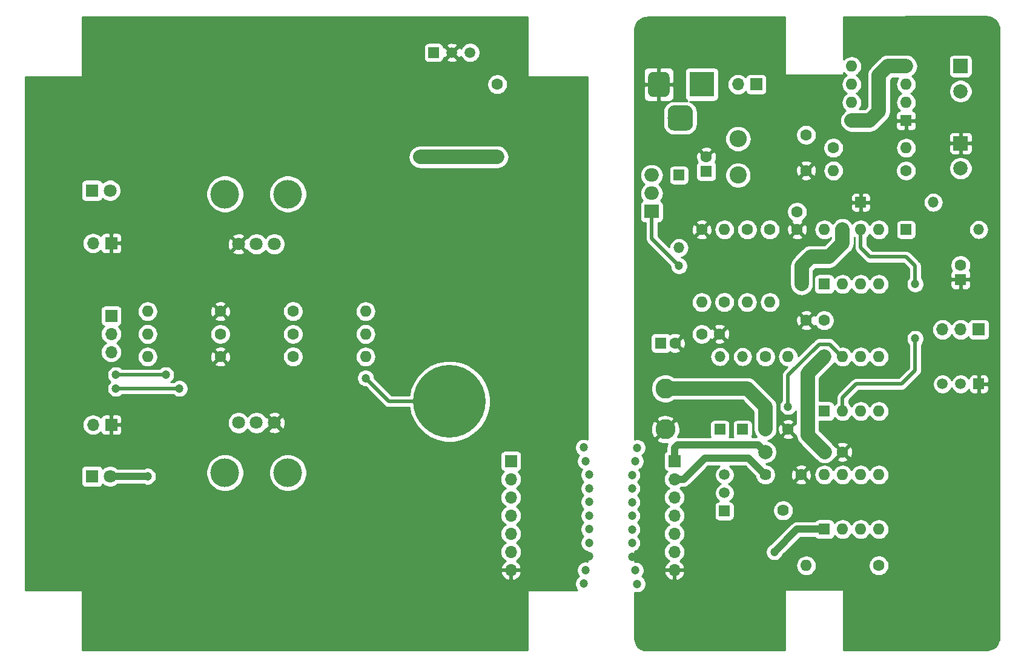
<source format=gbr>
G04 #@! TF.GenerationSoftware,KiCad,Pcbnew,(5.0.0)*
G04 #@! TF.CreationDate,2019-09-26T22:35:49+02:00*
G04 #@! TF.ProjectId,LM317 PSU,4C4D333137205053552E6B696361645F,rev?*
G04 #@! TF.SameCoordinates,Original*
G04 #@! TF.FileFunction,Copper,L2,Bot,Plane*
G04 #@! TF.FilePolarity,Positive*
%FSLAX46Y46*%
G04 Gerber Fmt 4.6, Leading zero omitted, Abs format (unit mm)*
G04 Created by KiCad (PCBNEW (5.0.0)) date 09/26/19 22:35:49*
%MOMM*%
%LPD*%
G01*
G04 APERTURE LIST*
G04 #@! TA.AperFunction,ComponentPad*
%ADD10R,1.600000X1.600000*%
G04 #@! TD*
G04 #@! TA.AperFunction,ComponentPad*
%ADD11C,1.600000*%
G04 #@! TD*
G04 #@! TA.AperFunction,ComponentPad*
%ADD12R,1.700000X1.700000*%
G04 #@! TD*
G04 #@! TA.AperFunction,ComponentPad*
%ADD13O,1.700000X1.700000*%
G04 #@! TD*
G04 #@! TA.AperFunction,ComponentPad*
%ADD14R,1.500000X1.500000*%
G04 #@! TD*
G04 #@! TA.AperFunction,ComponentPad*
%ADD15O,1.500000X1.500000*%
G04 #@! TD*
G04 #@! TA.AperFunction,ComponentPad*
%ADD16C,1.500000*%
G04 #@! TD*
G04 #@! TA.AperFunction,ComponentPad*
%ADD17C,2.800000*%
G04 #@! TD*
G04 #@! TA.AperFunction,ComponentPad*
%ADD18C,10.160000*%
G04 #@! TD*
G04 #@! TA.AperFunction,ComponentPad*
%ADD19O,1.600000X1.600000*%
G04 #@! TD*
G04 #@! TA.AperFunction,ComponentPad*
%ADD20C,2.000000*%
G04 #@! TD*
G04 #@! TA.AperFunction,ComponentPad*
%ADD21R,2.000000X2.000000*%
G04 #@! TD*
G04 #@! TA.AperFunction,ComponentPad*
%ADD22C,1.800000*%
G04 #@! TD*
G04 #@! TA.AperFunction,ComponentPad*
%ADD23R,1.800000X1.800000*%
G04 #@! TD*
G04 #@! TA.AperFunction,ComponentPad*
%ADD24R,3.500000X3.500000*%
G04 #@! TD*
G04 #@! TA.AperFunction,Conductor*
%ADD25C,0.100000*%
G04 #@! TD*
G04 #@! TA.AperFunction,ComponentPad*
%ADD26C,3.000000*%
G04 #@! TD*
G04 #@! TA.AperFunction,ComponentPad*
%ADD27C,3.500000*%
G04 #@! TD*
G04 #@! TA.AperFunction,ComponentPad*
%ADD28C,2.400000*%
G04 #@! TD*
G04 #@! TA.AperFunction,ComponentPad*
%ADD29O,2.400000X2.400000*%
G04 #@! TD*
G04 #@! TA.AperFunction,WasherPad*
%ADD30C,4.000000*%
G04 #@! TD*
G04 #@! TA.AperFunction,ComponentPad*
%ADD31C,1.620000*%
G04 #@! TD*
G04 #@! TA.AperFunction,ComponentPad*
%ADD32R,2.000000X1.905000*%
G04 #@! TD*
G04 #@! TA.AperFunction,ComponentPad*
%ADD33O,2.000000X1.905000*%
G04 #@! TD*
G04 #@! TA.AperFunction,ViaPad*
%ADD34C,1.200000*%
G04 #@! TD*
G04 #@! TA.AperFunction,ViaPad*
%ADD35C,2.000000*%
G04 #@! TD*
G04 #@! TA.AperFunction,Conductor*
%ADD36C,0.500000*%
G04 #@! TD*
G04 #@! TA.AperFunction,Conductor*
%ADD37C,2.000000*%
G04 #@! TD*
G04 #@! TA.AperFunction,Conductor*
%ADD38C,1.000000*%
G04 #@! TD*
G04 #@! TA.AperFunction,Conductor*
%ADD39C,0.254000*%
G04 #@! TD*
G04 APERTURE END LIST*
D10*
G04 #@! TO.P,C10,1*
G04 #@! TO.N,GNDA*
X191450000Y-57465000D03*
D11*
G04 #@! TO.P,C10,2*
G04 #@! TO.N,Net-(C10-Pad2)*
X191450000Y-55465000D03*
G04 #@! TD*
D12*
G04 #@! TO.P,J8,1*
G04 #@! TO.N,Net-(C10-Pad2)*
X193990000Y-64450000D03*
D13*
G04 #@! TO.P,J8,2*
G04 #@! TO.N,V-*
X191450000Y-64450000D03*
G04 #@! TO.P,J8,3*
G04 #@! TO.N,Net-(J8-Pad3)*
X188910000Y-64450000D03*
G04 #@! TD*
D14*
G04 #@! TO.P,D7,1*
G04 #@! TO.N,/REG_INP*
X152080000Y-42860000D03*
D15*
G04 #@! TO.P,D7,2*
G04 #@! TO.N,OUTPUT*
X152080000Y-53020000D03*
G04 #@! TD*
D16*
G04 #@! TO.P,U6,2*
G04 #@! TO.N,Net-(C10-Pad2)*
X191450000Y-72070000D03*
G04 #@! TO.P,U6,3*
G04 #@! TO.N,Net-(J8-Pad3)*
X188910000Y-72070000D03*
D14*
G04 #@! TO.P,U6,1*
G04 #@! TO.N,GNDA*
X193990000Y-72070000D03*
G04 #@! TD*
D17*
G04 #@! TO.P,J6,1*
G04 #@! TO.N,OUTPUT*
X150175000Y-72705000D03*
G04 #@! TD*
D18*
G04 #@! TO.P,J2,1*
G04 #@! TO.N,GNDA*
X120000000Y-55500000D03*
G04 #@! TD*
G04 #@! TO.P,J1,1*
G04 #@! TO.N,OUTPUT*
X120000000Y-74500000D03*
G04 #@! TD*
D17*
G04 #@! TO.P,J7,1*
G04 #@! TO.N,GNDA*
X150175000Y-78420000D03*
G04 #@! TD*
D19*
G04 #@! TO.P,U5,8*
G04 #@! TO.N,12V_F*
X172400000Y-68260000D03*
G04 #@! TO.P,U5,4*
G04 #@! TO.N,V-*
X180020000Y-75880000D03*
G04 #@! TO.P,U5,7*
G04 #@! TO.N,/V_cmp*
X174940000Y-68260000D03*
G04 #@! TO.P,U5,3*
G04 #@! TO.N,I_SET*
X177480000Y-75880000D03*
G04 #@! TO.P,U5,6*
G04 #@! TO.N,Net-(R15-Pad1)*
X177480000Y-68260000D03*
G04 #@! TO.P,U5,2*
G04 #@! TO.N,I_FB*
X174940000Y-75880000D03*
G04 #@! TO.P,U5,5*
G04 #@! TO.N,V_SET*
X180020000Y-68260000D03*
D10*
G04 #@! TO.P,U5,1*
G04 #@! TO.N,/I_cmp*
X172400000Y-75880000D03*
G04 #@! TD*
D13*
G04 #@! TO.P,J5,7*
G04 #@! TO.N,GNDA*
X151445000Y-98105000D03*
G04 #@! TO.P,J5,6*
G04 #@! TO.N,LED*
X151445000Y-95565000D03*
G04 #@! TO.P,J5,5*
G04 #@! TO.N,I_FB*
X151445000Y-93025000D03*
G04 #@! TO.P,J5,4*
G04 #@! TO.N,I_SET*
X151445000Y-90485000D03*
G04 #@! TO.P,J5,3*
G04 #@! TO.N,V_SET*
X151445000Y-87945000D03*
G04 #@! TO.P,J5,2*
G04 #@! TO.N,2V5*
X151445000Y-85405000D03*
D12*
G04 #@! TO.P,J5,1*
G04 #@! TO.N,12V_F*
X151445000Y-82865000D03*
G04 #@! TD*
D13*
G04 #@! TO.P,J4,7*
G04 #@! TO.N,GNDA*
X128585000Y-98105000D03*
G04 #@! TO.P,J4,6*
G04 #@! TO.N,LED*
X128585000Y-95565000D03*
G04 #@! TO.P,J4,5*
G04 #@! TO.N,I_FB*
X128585000Y-93025000D03*
G04 #@! TO.P,J4,4*
G04 #@! TO.N,I_SET*
X128585000Y-90485000D03*
G04 #@! TO.P,J4,3*
G04 #@! TO.N,V_SET*
X128585000Y-87945000D03*
G04 #@! TO.P,J4,2*
G04 #@! TO.N,2V5*
X128585000Y-85405000D03*
D12*
G04 #@! TO.P,J4,1*
G04 #@! TO.N,12V_F*
X128585000Y-82865000D03*
G04 #@! TD*
D11*
G04 #@! TO.P,C1,1*
G04 #@! TO.N,GNDA*
X169860000Y-42225000D03*
G04 #@! TO.P,C1,2*
G04 #@! TO.N,Net-(C1-Pad2)*
X169860000Y-37225000D03*
G04 #@! TD*
D20*
G04 #@! TO.P,C2,2*
G04 #@! TO.N,Net-(C2-Pad2)*
X191450000Y-31120000D03*
D21*
G04 #@! TO.P,C2,1*
G04 #@! TO.N,Net-(C2-Pad1)*
X191450000Y-27620000D03*
G04 #@! TD*
G04 #@! TO.P,C3,1*
G04 #@! TO.N,GNDA*
X191450000Y-38415000D03*
D20*
G04 #@! TO.P,C3,2*
G04 #@! TO.N,Net-(C10-Pad2)*
X191450000Y-41915000D03*
G04 #@! TD*
D11*
G04 #@! TO.P,C4,2*
G04 #@! TO.N,12V_F*
X168590000Y-47980000D03*
G04 #@! TO.P,C4,1*
G04 #@! TO.N,GNDA*
X168590000Y-50480000D03*
G04 #@! TD*
D10*
G04 #@! TO.P,C5,1*
G04 #@! TO.N,/REG_INP*
X155890000Y-42320000D03*
D11*
G04 #@! TO.P,C5,2*
G04 #@! TO.N,GNDA*
X155890000Y-40320000D03*
G04 #@! TD*
G04 #@! TO.P,C6,1*
G04 #@! TO.N,/V_ADJ*
X155255000Y-65085000D03*
G04 #@! TO.P,C6,2*
G04 #@! TO.N,GNDA*
X157755000Y-65085000D03*
G04 #@! TD*
G04 #@! TO.P,C7,2*
G04 #@! TO.N,GNDA*
X151540000Y-66355000D03*
D10*
G04 #@! TO.P,C7,1*
G04 #@! TO.N,OUTPUT*
X149540000Y-66355000D03*
G04 #@! TD*
D11*
G04 #@! TO.P,C8,1*
G04 #@! TO.N,GNDA*
X174940000Y-81595000D03*
G04 #@! TO.P,C8,2*
G04 #@! TO.N,12V_F*
X172440000Y-81595000D03*
G04 #@! TD*
G04 #@! TO.P,C9,2*
G04 #@! TO.N,12V_F*
X172360000Y-63180000D03*
G04 #@! TO.P,C9,1*
G04 #@! TO.N,GNDA*
X169860000Y-63180000D03*
G04 #@! TD*
D16*
G04 #@! TO.P,D1,2*
G04 #@! TO.N,GNDA*
X120330000Y-25715000D03*
G04 #@! TO.P,D1,3*
G04 #@! TO.N,2V5*
X122870000Y-25715000D03*
D14*
G04 #@! TO.P,D1,1*
X117790000Y-25715000D03*
G04 #@! TD*
G04 #@! TO.P,D2,1*
G04 #@! TO.N,Net-(C2-Pad2)*
X183830000Y-50480000D03*
D15*
G04 #@! TO.P,D2,2*
G04 #@! TO.N,Net-(C10-Pad2)*
X193990000Y-50480000D03*
G04 #@! TD*
G04 #@! TO.P,D3,2*
G04 #@! TO.N,Net-(C2-Pad2)*
X187640000Y-46670000D03*
D14*
G04 #@! TO.P,D3,1*
G04 #@! TO.N,GNDA*
X177480000Y-46670000D03*
G04 #@! TD*
D22*
G04 #@! TO.P,D4,2*
G04 #@! TO.N,Net-(D4-Pad2)*
X72540000Y-85000000D03*
D23*
G04 #@! TO.P,D4,1*
G04 #@! TO.N,LED*
X70000000Y-85000000D03*
G04 #@! TD*
G04 #@! TO.P,D5,1*
G04 #@! TO.N,Net-(D5-Pad1)*
X70000000Y-45000000D03*
D22*
G04 #@! TO.P,D5,2*
G04 #@! TO.N,LED*
X72540000Y-45000000D03*
G04 #@! TD*
D14*
G04 #@! TO.P,D6,1*
G04 #@! TO.N,/I_cmp*
X160970000Y-78420000D03*
D15*
G04 #@! TO.P,D6,2*
G04 #@! TO.N,/V_ADJ*
X160970000Y-68260000D03*
G04 #@! TD*
D14*
G04 #@! TO.P,D8,1*
G04 #@! TO.N,/V_cmp*
X157795000Y-78420000D03*
D15*
G04 #@! TO.P,D8,2*
G04 #@! TO.N,/V_ADJ*
X157795000Y-68260000D03*
G04 #@! TD*
D12*
G04 #@! TO.P,F1,1*
G04 #@! TO.N,12V_F*
X162875000Y-30160000D03*
D13*
G04 #@! TO.P,F1,2*
G04 #@! TO.N,+12V*
X160335000Y-30160000D03*
G04 #@! TD*
D24*
G04 #@! TO.P,J3,1*
G04 #@! TO.N,+12V*
X155255000Y-30160000D03*
D25*
G04 #@! TD*
G04 #@! TO.N,GNDA*
G04 #@! TO.C,J3*
G36*
X150078513Y-28413611D02*
X150151318Y-28424411D01*
X150222714Y-28442295D01*
X150292013Y-28467090D01*
X150358548Y-28498559D01*
X150421678Y-28536398D01*
X150480795Y-28580242D01*
X150535330Y-28629670D01*
X150584758Y-28684205D01*
X150628602Y-28743322D01*
X150666441Y-28806452D01*
X150697910Y-28872987D01*
X150722705Y-28942286D01*
X150740589Y-29013682D01*
X150751389Y-29086487D01*
X150755000Y-29160000D01*
X150755000Y-31160000D01*
X150751389Y-31233513D01*
X150740589Y-31306318D01*
X150722705Y-31377714D01*
X150697910Y-31447013D01*
X150666441Y-31513548D01*
X150628602Y-31576678D01*
X150584758Y-31635795D01*
X150535330Y-31690330D01*
X150480795Y-31739758D01*
X150421678Y-31783602D01*
X150358548Y-31821441D01*
X150292013Y-31852910D01*
X150222714Y-31877705D01*
X150151318Y-31895589D01*
X150078513Y-31906389D01*
X150005000Y-31910000D01*
X148505000Y-31910000D01*
X148431487Y-31906389D01*
X148358682Y-31895589D01*
X148287286Y-31877705D01*
X148217987Y-31852910D01*
X148151452Y-31821441D01*
X148088322Y-31783602D01*
X148029205Y-31739758D01*
X147974670Y-31690330D01*
X147925242Y-31635795D01*
X147881398Y-31576678D01*
X147843559Y-31513548D01*
X147812090Y-31447013D01*
X147787295Y-31377714D01*
X147769411Y-31306318D01*
X147758611Y-31233513D01*
X147755000Y-31160000D01*
X147755000Y-29160000D01*
X147758611Y-29086487D01*
X147769411Y-29013682D01*
X147787295Y-28942286D01*
X147812090Y-28872987D01*
X147843559Y-28806452D01*
X147881398Y-28743322D01*
X147925242Y-28684205D01*
X147974670Y-28629670D01*
X148029205Y-28580242D01*
X148088322Y-28536398D01*
X148151452Y-28498559D01*
X148217987Y-28467090D01*
X148287286Y-28442295D01*
X148358682Y-28424411D01*
X148431487Y-28413611D01*
X148505000Y-28410000D01*
X150005000Y-28410000D01*
X150078513Y-28413611D01*
X150078513Y-28413611D01*
G37*
D26*
G04 #@! TO.P,J3,2*
G04 #@! TO.N,GNDA*
X149255000Y-30160000D03*
D25*
G04 #@! TD*
G04 #@! TO.N,N/C*
G04 #@! TO.C,J3*
G36*
X153215765Y-33114213D02*
X153300704Y-33126813D01*
X153383999Y-33147677D01*
X153464848Y-33176605D01*
X153542472Y-33213319D01*
X153616124Y-33257464D01*
X153685094Y-33308616D01*
X153748718Y-33366282D01*
X153806384Y-33429906D01*
X153857536Y-33498876D01*
X153901681Y-33572528D01*
X153938395Y-33650152D01*
X153967323Y-33731001D01*
X153988187Y-33814296D01*
X154000787Y-33899235D01*
X154005000Y-33985000D01*
X154005000Y-35735000D01*
X154000787Y-35820765D01*
X153988187Y-35905704D01*
X153967323Y-35988999D01*
X153938395Y-36069848D01*
X153901681Y-36147472D01*
X153857536Y-36221124D01*
X153806384Y-36290094D01*
X153748718Y-36353718D01*
X153685094Y-36411384D01*
X153616124Y-36462536D01*
X153542472Y-36506681D01*
X153464848Y-36543395D01*
X153383999Y-36572323D01*
X153300704Y-36593187D01*
X153215765Y-36605787D01*
X153130000Y-36610000D01*
X151380000Y-36610000D01*
X151294235Y-36605787D01*
X151209296Y-36593187D01*
X151126001Y-36572323D01*
X151045152Y-36543395D01*
X150967528Y-36506681D01*
X150893876Y-36462536D01*
X150824906Y-36411384D01*
X150761282Y-36353718D01*
X150703616Y-36290094D01*
X150652464Y-36221124D01*
X150608319Y-36147472D01*
X150571605Y-36069848D01*
X150542677Y-35988999D01*
X150521813Y-35905704D01*
X150509213Y-35820765D01*
X150505000Y-35735000D01*
X150505000Y-33985000D01*
X150509213Y-33899235D01*
X150521813Y-33814296D01*
X150542677Y-33731001D01*
X150571605Y-33650152D01*
X150608319Y-33572528D01*
X150652464Y-33498876D01*
X150703616Y-33429906D01*
X150761282Y-33366282D01*
X150824906Y-33308616D01*
X150893876Y-33257464D01*
X150967528Y-33213319D01*
X151045152Y-33176605D01*
X151126001Y-33147677D01*
X151209296Y-33126813D01*
X151294235Y-33114213D01*
X151380000Y-33110000D01*
X153130000Y-33110000D01*
X153215765Y-33114213D01*
X153215765Y-33114213D01*
G37*
D27*
G04 #@! TO.P,J3,3*
G04 #@! TO.N,N/C*
X152255000Y-34860000D03*
G04 #@! TD*
D13*
G04 #@! TO.P,MES1,2*
G04 #@! TO.N,Net-(MES1-Pad2)*
X70165000Y-52385000D03*
D12*
G04 #@! TO.P,MES1,1*
G04 #@! TO.N,GNDA*
X72705000Y-52385000D03*
G04 #@! TD*
G04 #@! TO.P,MES2,1*
G04 #@! TO.N,GNDA*
X72705000Y-77785000D03*
D13*
G04 #@! TO.P,MES2,2*
G04 #@! TO.N,OUTPUT*
X70165000Y-77785000D03*
G04 #@! TD*
D14*
G04 #@! TO.P,Q1,1*
G04 #@! TO.N,/I_sink_sense*
X158430000Y-89850000D03*
D16*
G04 #@! TO.P,Q1,3*
G04 #@! TO.N,OUTPUT*
X158430000Y-84770000D03*
G04 #@! TO.P,Q1,2*
G04 #@! TO.N,Net-(Q1-Pad2)*
X158430000Y-87310000D03*
G04 #@! TD*
D19*
G04 #@! TO.P,R1,2*
G04 #@! TO.N,12V_F*
X126680000Y-40320000D03*
D11*
G04 #@! TO.P,R1,1*
G04 #@! TO.N,2V5*
X126680000Y-30160000D03*
G04 #@! TD*
D19*
G04 #@! TO.P,R2,2*
G04 #@! TO.N,/Hi_side_sense*
X164780000Y-60640000D03*
D11*
G04 #@! TO.P,R2,1*
G04 #@! TO.N,12V_F*
X164780000Y-50480000D03*
G04 #@! TD*
G04 #@! TO.P,R3,1*
G04 #@! TO.N,12V_F*
X173670000Y-39050000D03*
D19*
G04 #@! TO.P,R3,2*
G04 #@! TO.N,Net-(R3-Pad2)*
X183830000Y-39050000D03*
G04 #@! TD*
G04 #@! TO.P,R4,2*
G04 #@! TO.N,Net-(C1-Pad2)*
X173670000Y-42225000D03*
D11*
G04 #@! TO.P,R4,1*
G04 #@! TO.N,Net-(R3-Pad2)*
X183830000Y-42225000D03*
G04 #@! TD*
D28*
G04 #@! TO.P,R5,1*
G04 #@! TO.N,/REG_INP*
X160335000Y-42860000D03*
D29*
G04 #@! TO.P,R5,2*
G04 #@! TO.N,12V_F*
X160335000Y-37780000D03*
G04 #@! TD*
D11*
G04 #@! TO.P,R6,1*
G04 #@! TO.N,/REG_INP*
X161605000Y-50480000D03*
D19*
G04 #@! TO.P,R6,2*
G04 #@! TO.N,/Lo_side_sense*
X161605000Y-60640000D03*
G04 #@! TD*
G04 #@! TO.P,R7,2*
G04 #@! TO.N,/Hi_side_sense*
X155255000Y-60640000D03*
D11*
G04 #@! TO.P,R7,1*
G04 #@! TO.N,GNDA*
X155255000Y-50480000D03*
G04 #@! TD*
G04 #@! TO.P,R8,1*
G04 #@! TO.N,/Lo_side_sense*
X158430000Y-60640000D03*
D19*
G04 #@! TO.P,R8,2*
G04 #@! TO.N,I_FB*
X158430000Y-50480000D03*
G04 #@! TD*
D11*
G04 #@! TO.P,R9,1*
G04 #@! TO.N,Net-(R10-Pad1)*
X98105000Y-61910000D03*
D19*
G04 #@! TO.P,R9,2*
G04 #@! TO.N,2V5*
X108265000Y-61910000D03*
G04 #@! TD*
G04 #@! TO.P,R10,2*
G04 #@! TO.N,2V5*
X108265000Y-65085000D03*
D11*
G04 #@! TO.P,R10,1*
G04 #@! TO.N,Net-(R10-Pad1)*
X98105000Y-65085000D03*
G04 #@! TD*
G04 #@! TO.P,R11,1*
G04 #@! TO.N,Net-(R10-Pad1)*
X98105000Y-68260000D03*
D19*
G04 #@! TO.P,R11,2*
G04 #@! TO.N,Net-(R11-Pad2)*
X108265000Y-68260000D03*
G04 #@! TD*
G04 #@! TO.P,R12,2*
G04 #@! TO.N,Net-(D5-Pad1)*
X77785000Y-61910000D03*
D11*
G04 #@! TO.P,R12,1*
G04 #@! TO.N,GNDA*
X87945000Y-61910000D03*
G04 #@! TD*
G04 #@! TO.P,R13,1*
G04 #@! TO.N,12V_F*
X87945000Y-65085000D03*
D19*
G04 #@! TO.P,R13,2*
G04 #@! TO.N,Net-(D4-Pad2)*
X77785000Y-65085000D03*
G04 #@! TD*
D11*
G04 #@! TO.P,R14,1*
G04 #@! TO.N,GNDA*
X87945000Y-68260000D03*
D19*
G04 #@! TO.P,R14,2*
G04 #@! TO.N,Net-(D4-Pad2)*
X77785000Y-68260000D03*
G04 #@! TD*
D11*
G04 #@! TO.P,R15,1*
G04 #@! TO.N,Net-(R15-Pad1)*
X164145000Y-68260000D03*
D19*
G04 #@! TO.P,R15,2*
G04 #@! TO.N,OUTPUT*
X164145000Y-78420000D03*
G04 #@! TD*
G04 #@! TO.P,R16,2*
G04 #@! TO.N,Net-(R15-Pad1)*
X167320000Y-68260000D03*
D11*
G04 #@! TO.P,R16,1*
G04 #@! TO.N,GNDA*
X167320000Y-78420000D03*
G04 #@! TD*
D19*
G04 #@! TO.P,R17,2*
G04 #@! TO.N,/I_sink_sense*
X169860000Y-97470000D03*
D11*
G04 #@! TO.P,R17,1*
G04 #@! TO.N,V-*
X180020000Y-97470000D03*
G04 #@! TD*
D30*
G04 #@! TO.P,RV1,*
G04 #@! TO.N,*
X97400000Y-45500000D03*
X88600000Y-45500000D03*
D22*
G04 #@! TO.P,RV1,1*
G04 #@! TO.N,Net-(R11-Pad2)*
X95500000Y-52500000D03*
G04 #@! TO.P,RV1,2*
G04 #@! TO.N,I_SET*
X93000000Y-52500000D03*
G04 #@! TO.P,RV1,3*
G04 #@! TO.N,GNDA*
X90500000Y-52500000D03*
G04 #@! TD*
G04 #@! TO.P,RV2,3*
G04 #@! TO.N,GNDA*
X95500000Y-77500000D03*
G04 #@! TO.P,RV2,2*
G04 #@! TO.N,V_SET*
X93000000Y-77500000D03*
G04 #@! TO.P,RV2,1*
G04 #@! TO.N,2V5*
X90500000Y-77500000D03*
D30*
G04 #@! TO.P,RV2,*
G04 #@! TO.N,*
X97400000Y-84500000D03*
X88600000Y-84500000D03*
G04 #@! TD*
D31*
G04 #@! TO.P,RV3,3*
G04 #@! TO.N,GNDA*
X169145000Y-84770000D03*
G04 #@! TO.P,RV3,2*
G04 #@! TO.N,Net-(RV3-Pad2)*
X166645000Y-89770000D03*
G04 #@! TO.P,RV3,1*
G04 #@! TO.N,2V5*
X164145000Y-84770000D03*
G04 #@! TD*
D12*
G04 #@! TO.P,SW1,1*
G04 #@! TO.N,I_FB*
X72705000Y-62545000D03*
D13*
G04 #@! TO.P,SW1,2*
G04 #@! TO.N,Net-(MES1-Pad2)*
X72705000Y-65085000D03*
G04 #@! TO.P,SW1,3*
G04 #@! TO.N,I_SET*
X72705000Y-67625000D03*
G04 #@! TD*
D19*
G04 #@! TO.P,U1,8*
G04 #@! TO.N,12V_F*
X176210000Y-35240000D03*
G04 #@! TO.P,U1,4*
X183830000Y-27620000D03*
G04 #@! TO.P,U1,7*
G04 #@! TO.N,Net-(R3-Pad2)*
X176210000Y-32700000D03*
G04 #@! TO.P,U1,3*
G04 #@! TO.N,Net-(C2-Pad1)*
X183830000Y-30160000D03*
G04 #@! TO.P,U1,6*
G04 #@! TO.N,Net-(C1-Pad2)*
X176210000Y-30160000D03*
G04 #@! TO.P,U1,2*
X183830000Y-32700000D03*
G04 #@! TO.P,U1,5*
G04 #@! TO.N,Net-(U1-Pad5)*
X176210000Y-27620000D03*
D10*
G04 #@! TO.P,U1,1*
G04 #@! TO.N,GNDA*
X183830000Y-35240000D03*
G04 #@! TD*
D19*
G04 #@! TO.P,U2,8*
G04 #@! TO.N,Net-(U2-Pad8)*
X172400000Y-50480000D03*
G04 #@! TO.P,U2,4*
G04 #@! TO.N,V-*
X180020000Y-58100000D03*
G04 #@! TO.P,U2,7*
G04 #@! TO.N,12V_F*
X174940000Y-50480000D03*
G04 #@! TO.P,U2,3*
G04 #@! TO.N,/Hi_side_sense*
X177480000Y-58100000D03*
G04 #@! TO.P,U2,6*
G04 #@! TO.N,I_FB*
X177480000Y-50480000D03*
G04 #@! TO.P,U2,2*
G04 #@! TO.N,/Lo_side_sense*
X174940000Y-58100000D03*
G04 #@! TO.P,U2,5*
G04 #@! TO.N,Net-(U2-Pad5)*
X180020000Y-50480000D03*
D10*
G04 #@! TO.P,U2,1*
G04 #@! TO.N,Net-(U2-Pad1)*
X172400000Y-58100000D03*
G04 #@! TD*
G04 #@! TO.P,U3,1*
G04 #@! TO.N,LED*
X172400000Y-92390000D03*
D19*
G04 #@! TO.P,U3,5*
G04 #@! TO.N,Net-(RV3-Pad2)*
X180020000Y-84770000D03*
G04 #@! TO.P,U3,2*
G04 #@! TO.N,/I_cmp*
X174940000Y-92390000D03*
G04 #@! TO.P,U3,6*
G04 #@! TO.N,/I_sink_sense*
X177480000Y-84770000D03*
G04 #@! TO.P,U3,3*
G04 #@! TO.N,/V_cmp*
X177480000Y-92390000D03*
G04 #@! TO.P,U3,7*
G04 #@! TO.N,Net-(Q1-Pad2)*
X174940000Y-84770000D03*
G04 #@! TO.P,U3,4*
G04 #@! TO.N,V-*
X180020000Y-92390000D03*
G04 #@! TO.P,U3,8*
G04 #@! TO.N,12V_F*
X172400000Y-84770000D03*
G04 #@! TD*
D32*
G04 #@! TO.P,U4,1*
G04 #@! TO.N,/V_ADJ*
X148270000Y-47940000D03*
D33*
G04 #@! TO.P,U4,2*
G04 #@! TO.N,OUTPUT*
X148270000Y-45400000D03*
G04 #@! TO.P,U4,3*
G04 #@! TO.N,/REG_INP*
X148270000Y-42860000D03*
G04 #@! TD*
D34*
G04 #@! TO.N,*
X139000000Y-98105000D03*
X138745000Y-100010000D03*
X139000000Y-82865000D03*
X138745000Y-80960000D03*
X146000000Y-98135000D03*
X146255000Y-100040000D03*
X146255000Y-80990000D03*
X146000000Y-82895000D03*
G04 #@! TO.N,GNDA*
X139500000Y-96200000D03*
X145500000Y-96230000D03*
G04 #@! TO.N,/V_ADJ*
X152080000Y-55560000D03*
G04 #@! TO.N,OUTPUT*
X108265000Y-71239990D03*
X73339995Y-72705000D03*
X82230000Y-72705000D03*
G04 #@! TO.N,2V5*
X139500000Y-86675000D03*
X145500000Y-86705000D03*
G04 #@! TO.N,LED*
X145500000Y-94325000D03*
X165415000Y-95565000D03*
X139500000Y-94295000D03*
G04 #@! TO.N,Net-(D4-Pad2)*
X77785000Y-85000006D03*
G04 #@! TO.N,I_FB*
X185099998Y-58100000D03*
X185100000Y-65720000D03*
X139500000Y-92390000D03*
X145500000Y-92420000D03*
G04 #@! TO.N,I_SET*
X80325000Y-70800000D03*
X73340000Y-70800006D03*
X139500000Y-90485000D03*
X145500000Y-90515000D03*
G04 #@! TO.N,V_SET*
X145500000Y-88610000D03*
X139500000Y-88580000D03*
G04 #@! TO.N,/V_cmp*
X167320000Y-75245008D03*
G04 #@! TO.N,12V_F*
X145500000Y-84800000D03*
D35*
X169225000Y-58100000D03*
D34*
X139500000Y-84770000D03*
D35*
X115885000Y-40320000D03*
X164145000Y-81595000D03*
G04 #@! TD*
D36*
G04 #@! TO.N,/V_ADJ*
X148270000Y-47940000D02*
X148270000Y-51750000D01*
X148270000Y-51750000D02*
X151480001Y-54960001D01*
X151480001Y-54960001D02*
X152080000Y-55560000D01*
G04 #@! TO.N,OUTPUT*
X108864999Y-71839989D02*
X108265000Y-71239990D01*
X111525010Y-74500000D02*
X108864999Y-71839989D01*
X120000000Y-74500000D02*
X111525010Y-74500000D01*
X73339995Y-72705000D02*
X82230000Y-72705000D01*
D37*
X161605000Y-72705000D02*
X150175000Y-72705000D01*
X164145000Y-78420000D02*
X164145000Y-75245000D01*
X164145000Y-75245000D02*
X161605000Y-72705000D01*
D38*
G04 #@! TO.N,2V5*
X161835011Y-82460011D02*
X163335001Y-83960001D01*
X163335001Y-83960001D02*
X164145000Y-84770000D01*
X152715000Y-85405000D02*
X155659989Y-82460011D01*
X151445000Y-85405000D02*
X152715000Y-85405000D01*
X155659989Y-82460011D02*
X161835011Y-82460011D01*
G04 #@! TO.N,LED*
X172400000Y-92390000D02*
X168590000Y-92390000D01*
X168590000Y-92390000D02*
X165415000Y-95565000D01*
X165415000Y-95565000D02*
X165415000Y-95565000D01*
G04 #@! TO.N,Net-(D4-Pad2)*
X72540000Y-85000000D02*
X76285000Y-85000000D01*
X77784994Y-85000000D02*
X77785000Y-85000006D01*
X76285000Y-85000000D02*
X77784994Y-85000000D01*
D36*
G04 #@! TO.N,I_FB*
X185100000Y-58099998D02*
X185099998Y-58100000D01*
X185100000Y-55560000D02*
X185100000Y-58099998D01*
X183830000Y-54290000D02*
X185100000Y-55560000D01*
X178749999Y-54290000D02*
X183830000Y-54290000D01*
X177480000Y-50480000D02*
X177480000Y-53020001D01*
X177480000Y-53020001D02*
X178749999Y-54290000D01*
X185100000Y-70165000D02*
X185100000Y-65720000D01*
X183195000Y-72070000D02*
X185100000Y-70165000D01*
X176845000Y-72070000D02*
X183195000Y-72070000D01*
X174940000Y-75880000D02*
X174940000Y-73975000D01*
X174940000Y-73975000D02*
X176845000Y-72070000D01*
G04 #@! TO.N,I_SET*
X80325000Y-70800000D02*
X73340006Y-70800000D01*
X73340006Y-70800000D02*
X73340000Y-70800006D01*
G04 #@! TO.N,/V_cmp*
X167320000Y-74610000D02*
X167320000Y-74610000D01*
X167320000Y-74396480D02*
X167320000Y-75245008D01*
X167320000Y-70865114D02*
X167320000Y-74396480D01*
X171675122Y-66509992D02*
X167320000Y-70865114D01*
X173124878Y-66509992D02*
X171675122Y-66509992D01*
X174940000Y-68260000D02*
X174874886Y-68260000D01*
X174874886Y-68260000D02*
X173124878Y-66509992D01*
D37*
G04 #@! TO.N,12V_F*
X174940000Y-52385000D02*
X174940000Y-50480000D01*
X173035000Y-54290000D02*
X174940000Y-52385000D01*
X170495000Y-54290000D02*
X173035000Y-54290000D01*
X169225000Y-55560000D02*
X170495000Y-54290000D01*
X169225000Y-58100000D02*
X169225000Y-55560000D01*
X181290000Y-27620000D02*
X183830000Y-27620000D01*
X180020000Y-28890000D02*
X181290000Y-27620000D01*
X180020000Y-33970000D02*
X180020000Y-28890000D01*
X176210000Y-35240000D02*
X178750000Y-35240000D01*
X178750000Y-35240000D02*
X180020000Y-33970000D01*
X171640001Y-80795001D02*
X172440000Y-81595000D01*
X170055002Y-79210002D02*
X171640001Y-80795001D01*
X170055002Y-70604998D02*
X170055002Y-79210002D01*
X172400000Y-68260000D02*
X170055002Y-70604998D01*
D38*
X163145001Y-80595001D02*
X164145000Y-81595000D01*
X151864999Y-80595001D02*
X163145001Y-80595001D01*
X151445000Y-81015000D02*
X151864999Y-80595001D01*
X151445000Y-82865000D02*
X151445000Y-81015000D01*
D37*
X126680000Y-40320000D02*
X115885000Y-40320000D01*
G04 #@! TD*
D39*
G04 #@! TO.N,GNDA*
G36*
X130873000Y-20758225D02*
X130873000Y-29000000D01*
X130882667Y-29048601D01*
X130910197Y-29089803D01*
X130951399Y-29117333D01*
X131000000Y-29127000D01*
X139253000Y-29127000D01*
X139253000Y-79833666D01*
X139105236Y-79772460D01*
X138866637Y-79725000D01*
X138623363Y-79725000D01*
X138384764Y-79772460D01*
X138160008Y-79865557D01*
X137957733Y-80000713D01*
X137785713Y-80172733D01*
X137650557Y-80375008D01*
X137557460Y-80599764D01*
X137510000Y-80838363D01*
X137510000Y-81081637D01*
X137557460Y-81320236D01*
X137650557Y-81544992D01*
X137785713Y-81747267D01*
X137957733Y-81919287D01*
X138102457Y-82015989D01*
X138040713Y-82077733D01*
X137905557Y-82280008D01*
X137812460Y-82504764D01*
X137765000Y-82743363D01*
X137765000Y-82986637D01*
X137812460Y-83225236D01*
X137905557Y-83449992D01*
X138040713Y-83652267D01*
X138212733Y-83824287D01*
X138415008Y-83959443D01*
X138525652Y-84005273D01*
X138405557Y-84185008D01*
X138312460Y-84409764D01*
X138265000Y-84648363D01*
X138265000Y-84891637D01*
X138312460Y-85130236D01*
X138405557Y-85354992D01*
X138540713Y-85557267D01*
X138705946Y-85722500D01*
X138540713Y-85887733D01*
X138405557Y-86090008D01*
X138312460Y-86314764D01*
X138265000Y-86553363D01*
X138265000Y-86796637D01*
X138312460Y-87035236D01*
X138405557Y-87259992D01*
X138540713Y-87462267D01*
X138705946Y-87627500D01*
X138540713Y-87792733D01*
X138405557Y-87995008D01*
X138312460Y-88219764D01*
X138265000Y-88458363D01*
X138265000Y-88701637D01*
X138312460Y-88940236D01*
X138405557Y-89164992D01*
X138540713Y-89367267D01*
X138705946Y-89532500D01*
X138540713Y-89697733D01*
X138405557Y-89900008D01*
X138312460Y-90124764D01*
X138265000Y-90363363D01*
X138265000Y-90606637D01*
X138312460Y-90845236D01*
X138405557Y-91069992D01*
X138540713Y-91272267D01*
X138705946Y-91437500D01*
X138540713Y-91602733D01*
X138405557Y-91805008D01*
X138312460Y-92029764D01*
X138265000Y-92268363D01*
X138265000Y-92511637D01*
X138312460Y-92750236D01*
X138405557Y-92974992D01*
X138540713Y-93177267D01*
X138705946Y-93342500D01*
X138540713Y-93507733D01*
X138405557Y-93710008D01*
X138312460Y-93934764D01*
X138265000Y-94173363D01*
X138265000Y-94416637D01*
X138312460Y-94655236D01*
X138405557Y-94879992D01*
X138540713Y-95082267D01*
X138712733Y-95254287D01*
X138915008Y-95389443D01*
X139139764Y-95482540D01*
X139253000Y-95505064D01*
X139253000Y-96896130D01*
X139121637Y-96870000D01*
X138878363Y-96870000D01*
X138639764Y-96917460D01*
X138415008Y-97010557D01*
X138212733Y-97145713D01*
X138040713Y-97317733D01*
X137905557Y-97520008D01*
X137812460Y-97744764D01*
X137765000Y-97983363D01*
X137765000Y-98226637D01*
X137812460Y-98465236D01*
X137905557Y-98689992D01*
X138040713Y-98892267D01*
X138102457Y-98954011D01*
X137957733Y-99050713D01*
X137785713Y-99222733D01*
X137650557Y-99425008D01*
X137557460Y-99649764D01*
X137510000Y-99888363D01*
X137510000Y-100131637D01*
X137557460Y-100370236D01*
X137650557Y-100594992D01*
X137785713Y-100797267D01*
X137861446Y-100873000D01*
X131000000Y-100873000D01*
X130951399Y-100882667D01*
X130910197Y-100910197D01*
X130882667Y-100951399D01*
X130873000Y-101000000D01*
X130873000Y-109315000D01*
X68627000Y-109315000D01*
X68627000Y-101000000D01*
X68617333Y-100951399D01*
X68589803Y-100910197D01*
X68548601Y-100882667D01*
X68500000Y-100873000D01*
X60685000Y-100873000D01*
X60685000Y-98461890D01*
X127143524Y-98461890D01*
X127188175Y-98609099D01*
X127313359Y-98871920D01*
X127487412Y-99105269D01*
X127703645Y-99300178D01*
X127953748Y-99449157D01*
X128228109Y-99546481D01*
X128458000Y-99425814D01*
X128458000Y-98232000D01*
X128712000Y-98232000D01*
X128712000Y-99425814D01*
X128941891Y-99546481D01*
X129216252Y-99449157D01*
X129466355Y-99300178D01*
X129682588Y-99105269D01*
X129856641Y-98871920D01*
X129981825Y-98609099D01*
X130026476Y-98461890D01*
X129905155Y-98232000D01*
X128712000Y-98232000D01*
X128458000Y-98232000D01*
X127264845Y-98232000D01*
X127143524Y-98461890D01*
X60685000Y-98461890D01*
X60685000Y-84100000D01*
X68461928Y-84100000D01*
X68461928Y-85900000D01*
X68474188Y-86024482D01*
X68510498Y-86144180D01*
X68569463Y-86254494D01*
X68648815Y-86351185D01*
X68745506Y-86430537D01*
X68855820Y-86489502D01*
X68975518Y-86525812D01*
X69100000Y-86538072D01*
X70900000Y-86538072D01*
X71024482Y-86525812D01*
X71144180Y-86489502D01*
X71254494Y-86430537D01*
X71351185Y-86351185D01*
X71430537Y-86254494D01*
X71489502Y-86144180D01*
X71495056Y-86125873D01*
X71561495Y-86192312D01*
X71812905Y-86360299D01*
X72092257Y-86476011D01*
X72388816Y-86535000D01*
X72691184Y-86535000D01*
X72987743Y-86476011D01*
X73267095Y-86360299D01*
X73518505Y-86192312D01*
X73575817Y-86135000D01*
X77297907Y-86135000D01*
X77424764Y-86187546D01*
X77663363Y-86235006D01*
X77906637Y-86235006D01*
X78145236Y-86187546D01*
X78369992Y-86094449D01*
X78572267Y-85959293D01*
X78744287Y-85787273D01*
X78879443Y-85584998D01*
X78972540Y-85360242D01*
X79020000Y-85121643D01*
X79020000Y-84878369D01*
X78972540Y-84639770D01*
X78879443Y-84415014D01*
X78762820Y-84240475D01*
X85965000Y-84240475D01*
X85965000Y-84759525D01*
X86066261Y-85268601D01*
X86264893Y-85748141D01*
X86553262Y-86179715D01*
X86920285Y-86546738D01*
X87351859Y-86835107D01*
X87831399Y-87033739D01*
X88340475Y-87135000D01*
X88859525Y-87135000D01*
X89368601Y-87033739D01*
X89848141Y-86835107D01*
X90279715Y-86546738D01*
X90646738Y-86179715D01*
X90935107Y-85748141D01*
X91133739Y-85268601D01*
X91235000Y-84759525D01*
X91235000Y-84240475D01*
X94765000Y-84240475D01*
X94765000Y-84759525D01*
X94866261Y-85268601D01*
X95064893Y-85748141D01*
X95353262Y-86179715D01*
X95720285Y-86546738D01*
X96151859Y-86835107D01*
X96631399Y-87033739D01*
X97140475Y-87135000D01*
X97659525Y-87135000D01*
X98168601Y-87033739D01*
X98648141Y-86835107D01*
X99079715Y-86546738D01*
X99446738Y-86179715D01*
X99735107Y-85748141D01*
X99877240Y-85405000D01*
X127092815Y-85405000D01*
X127121487Y-85696111D01*
X127206401Y-85976034D01*
X127344294Y-86234014D01*
X127529866Y-86460134D01*
X127755986Y-86645706D01*
X127810791Y-86675000D01*
X127755986Y-86704294D01*
X127529866Y-86889866D01*
X127344294Y-87115986D01*
X127206401Y-87373966D01*
X127121487Y-87653889D01*
X127092815Y-87945000D01*
X127121487Y-88236111D01*
X127206401Y-88516034D01*
X127344294Y-88774014D01*
X127529866Y-89000134D01*
X127755986Y-89185706D01*
X127810791Y-89215000D01*
X127755986Y-89244294D01*
X127529866Y-89429866D01*
X127344294Y-89655986D01*
X127206401Y-89913966D01*
X127121487Y-90193889D01*
X127092815Y-90485000D01*
X127121487Y-90776111D01*
X127206401Y-91056034D01*
X127344294Y-91314014D01*
X127529866Y-91540134D01*
X127755986Y-91725706D01*
X127810791Y-91755000D01*
X127755986Y-91784294D01*
X127529866Y-91969866D01*
X127344294Y-92195986D01*
X127206401Y-92453966D01*
X127121487Y-92733889D01*
X127092815Y-93025000D01*
X127121487Y-93316111D01*
X127206401Y-93596034D01*
X127344294Y-93854014D01*
X127529866Y-94080134D01*
X127755986Y-94265706D01*
X127810791Y-94295000D01*
X127755986Y-94324294D01*
X127529866Y-94509866D01*
X127344294Y-94735986D01*
X127206401Y-94993966D01*
X127121487Y-95273889D01*
X127092815Y-95565000D01*
X127121487Y-95856111D01*
X127206401Y-96136034D01*
X127344294Y-96394014D01*
X127529866Y-96620134D01*
X127755986Y-96805706D01*
X127820523Y-96840201D01*
X127703645Y-96909822D01*
X127487412Y-97104731D01*
X127313359Y-97338080D01*
X127188175Y-97600901D01*
X127143524Y-97748110D01*
X127264845Y-97978000D01*
X128458000Y-97978000D01*
X128458000Y-97958000D01*
X128712000Y-97958000D01*
X128712000Y-97978000D01*
X129905155Y-97978000D01*
X130026476Y-97748110D01*
X129981825Y-97600901D01*
X129856641Y-97338080D01*
X129682588Y-97104731D01*
X129466355Y-96909822D01*
X129349477Y-96840201D01*
X129414014Y-96805706D01*
X129640134Y-96620134D01*
X129825706Y-96394014D01*
X129963599Y-96136034D01*
X130048513Y-95856111D01*
X130077185Y-95565000D01*
X130048513Y-95273889D01*
X129963599Y-94993966D01*
X129825706Y-94735986D01*
X129640134Y-94509866D01*
X129414014Y-94324294D01*
X129359209Y-94295000D01*
X129414014Y-94265706D01*
X129640134Y-94080134D01*
X129825706Y-93854014D01*
X129963599Y-93596034D01*
X130048513Y-93316111D01*
X130077185Y-93025000D01*
X130048513Y-92733889D01*
X129963599Y-92453966D01*
X129825706Y-92195986D01*
X129640134Y-91969866D01*
X129414014Y-91784294D01*
X129359209Y-91755000D01*
X129414014Y-91725706D01*
X129640134Y-91540134D01*
X129825706Y-91314014D01*
X129963599Y-91056034D01*
X130048513Y-90776111D01*
X130077185Y-90485000D01*
X130048513Y-90193889D01*
X129963599Y-89913966D01*
X129825706Y-89655986D01*
X129640134Y-89429866D01*
X129414014Y-89244294D01*
X129359209Y-89215000D01*
X129414014Y-89185706D01*
X129640134Y-89000134D01*
X129825706Y-88774014D01*
X129963599Y-88516034D01*
X130048513Y-88236111D01*
X130077185Y-87945000D01*
X130048513Y-87653889D01*
X129963599Y-87373966D01*
X129825706Y-87115986D01*
X129640134Y-86889866D01*
X129414014Y-86704294D01*
X129359209Y-86675000D01*
X129414014Y-86645706D01*
X129640134Y-86460134D01*
X129825706Y-86234014D01*
X129963599Y-85976034D01*
X130048513Y-85696111D01*
X130077185Y-85405000D01*
X130048513Y-85113889D01*
X129963599Y-84833966D01*
X129825706Y-84575986D01*
X129640134Y-84349866D01*
X129610313Y-84325393D01*
X129679180Y-84304502D01*
X129789494Y-84245537D01*
X129886185Y-84166185D01*
X129965537Y-84069494D01*
X130024502Y-83959180D01*
X130060812Y-83839482D01*
X130073072Y-83715000D01*
X130073072Y-82015000D01*
X130060812Y-81890518D01*
X130024502Y-81770820D01*
X129965537Y-81660506D01*
X129886185Y-81563815D01*
X129789494Y-81484463D01*
X129679180Y-81425498D01*
X129559482Y-81389188D01*
X129435000Y-81376928D01*
X127735000Y-81376928D01*
X127610518Y-81389188D01*
X127490820Y-81425498D01*
X127380506Y-81484463D01*
X127283815Y-81563815D01*
X127204463Y-81660506D01*
X127145498Y-81770820D01*
X127109188Y-81890518D01*
X127096928Y-82015000D01*
X127096928Y-83715000D01*
X127109188Y-83839482D01*
X127145498Y-83959180D01*
X127204463Y-84069494D01*
X127283815Y-84166185D01*
X127380506Y-84245537D01*
X127490820Y-84304502D01*
X127559687Y-84325393D01*
X127529866Y-84349866D01*
X127344294Y-84575986D01*
X127206401Y-84833966D01*
X127121487Y-85113889D01*
X127092815Y-85405000D01*
X99877240Y-85405000D01*
X99933739Y-85268601D01*
X100035000Y-84759525D01*
X100035000Y-84240475D01*
X99933739Y-83731399D01*
X99735107Y-83251859D01*
X99446738Y-82820285D01*
X99079715Y-82453262D01*
X98648141Y-82164893D01*
X98168601Y-81966261D01*
X97659525Y-81865000D01*
X97140475Y-81865000D01*
X96631399Y-81966261D01*
X96151859Y-82164893D01*
X95720285Y-82453262D01*
X95353262Y-82820285D01*
X95064893Y-83251859D01*
X94866261Y-83731399D01*
X94765000Y-84240475D01*
X91235000Y-84240475D01*
X91133739Y-83731399D01*
X90935107Y-83251859D01*
X90646738Y-82820285D01*
X90279715Y-82453262D01*
X89848141Y-82164893D01*
X89368601Y-81966261D01*
X88859525Y-81865000D01*
X88340475Y-81865000D01*
X87831399Y-81966261D01*
X87351859Y-82164893D01*
X86920285Y-82453262D01*
X86553262Y-82820285D01*
X86264893Y-83251859D01*
X86066261Y-83731399D01*
X85965000Y-84240475D01*
X78762820Y-84240475D01*
X78744287Y-84212739D01*
X78572267Y-84040719D01*
X78369992Y-83905563D01*
X78145236Y-83812466D01*
X77906637Y-83765006D01*
X77663363Y-83765006D01*
X77424764Y-83812466D01*
X77297936Y-83865000D01*
X73575817Y-83865000D01*
X73518505Y-83807688D01*
X73267095Y-83639701D01*
X72987743Y-83523989D01*
X72691184Y-83465000D01*
X72388816Y-83465000D01*
X72092257Y-83523989D01*
X71812905Y-83639701D01*
X71561495Y-83807688D01*
X71495056Y-83874127D01*
X71489502Y-83855820D01*
X71430537Y-83745506D01*
X71351185Y-83648815D01*
X71254494Y-83569463D01*
X71144180Y-83510498D01*
X71024482Y-83474188D01*
X70900000Y-83461928D01*
X69100000Y-83461928D01*
X68975518Y-83474188D01*
X68855820Y-83510498D01*
X68745506Y-83569463D01*
X68648815Y-83648815D01*
X68569463Y-83745506D01*
X68510498Y-83855820D01*
X68474188Y-83975518D01*
X68461928Y-84100000D01*
X60685000Y-84100000D01*
X60685000Y-77785000D01*
X68672815Y-77785000D01*
X68701487Y-78076111D01*
X68786401Y-78356034D01*
X68924294Y-78614014D01*
X69109866Y-78840134D01*
X69335986Y-79025706D01*
X69593966Y-79163599D01*
X69873889Y-79248513D01*
X70092050Y-79270000D01*
X70237950Y-79270000D01*
X70456111Y-79248513D01*
X70736034Y-79163599D01*
X70994014Y-79025706D01*
X71220134Y-78840134D01*
X71242856Y-78812447D01*
X71244403Y-78820223D01*
X71292270Y-78935785D01*
X71361763Y-79039789D01*
X71450211Y-79128237D01*
X71554215Y-79197730D01*
X71669777Y-79245597D01*
X71792458Y-79270000D01*
X72419250Y-79270000D01*
X72578000Y-79111250D01*
X72578000Y-77912000D01*
X72832000Y-77912000D01*
X72832000Y-79111250D01*
X72990750Y-79270000D01*
X73617542Y-79270000D01*
X73740223Y-79245597D01*
X73855785Y-79197730D01*
X73959789Y-79128237D01*
X74048237Y-79039789D01*
X74117730Y-78935785D01*
X74165597Y-78820223D01*
X74190000Y-78697542D01*
X74190000Y-78070750D01*
X74031250Y-77912000D01*
X72832000Y-77912000D01*
X72578000Y-77912000D01*
X72558000Y-77912000D01*
X72558000Y-77658000D01*
X72578000Y-77658000D01*
X72578000Y-76458750D01*
X72832000Y-76458750D01*
X72832000Y-77658000D01*
X74031250Y-77658000D01*
X74190000Y-77499250D01*
X74190000Y-77348816D01*
X88965000Y-77348816D01*
X88965000Y-77651184D01*
X89023989Y-77947743D01*
X89139701Y-78227095D01*
X89307688Y-78478505D01*
X89521495Y-78692312D01*
X89772905Y-78860299D01*
X90052257Y-78976011D01*
X90348816Y-79035000D01*
X90651184Y-79035000D01*
X90947743Y-78976011D01*
X91227095Y-78860299D01*
X91478505Y-78692312D01*
X91692312Y-78478505D01*
X91750000Y-78392169D01*
X91807688Y-78478505D01*
X92021495Y-78692312D01*
X92272905Y-78860299D01*
X92552257Y-78976011D01*
X92848816Y-79035000D01*
X93151184Y-79035000D01*
X93447743Y-78976011D01*
X93727095Y-78860299D01*
X93978505Y-78692312D01*
X94106737Y-78564080D01*
X94615525Y-78564080D01*
X94699208Y-78818261D01*
X94971775Y-78949158D01*
X95264642Y-79024365D01*
X95566553Y-79040991D01*
X95865907Y-78998397D01*
X96151199Y-78898222D01*
X96300792Y-78818261D01*
X96384475Y-78564080D01*
X95500000Y-77679605D01*
X94615525Y-78564080D01*
X94106737Y-78564080D01*
X94192312Y-78478505D01*
X94287738Y-78335690D01*
X94435920Y-78384475D01*
X95320395Y-77500000D01*
X95679605Y-77500000D01*
X96564080Y-78384475D01*
X96818261Y-78300792D01*
X96949158Y-78028225D01*
X97024365Y-77735358D01*
X97040991Y-77433447D01*
X96998397Y-77134093D01*
X96898222Y-76848801D01*
X96818261Y-76699208D01*
X96564080Y-76615525D01*
X95679605Y-77500000D01*
X95320395Y-77500000D01*
X94435920Y-76615525D01*
X94287738Y-76664310D01*
X94192312Y-76521495D01*
X94106737Y-76435920D01*
X94615525Y-76435920D01*
X95500000Y-77320395D01*
X96384475Y-76435920D01*
X96300792Y-76181739D01*
X96028225Y-76050842D01*
X95735358Y-75975635D01*
X95433447Y-75959009D01*
X95134093Y-76001603D01*
X94848801Y-76101778D01*
X94699208Y-76181739D01*
X94615525Y-76435920D01*
X94106737Y-76435920D01*
X93978505Y-76307688D01*
X93727095Y-76139701D01*
X93447743Y-76023989D01*
X93151184Y-75965000D01*
X92848816Y-75965000D01*
X92552257Y-76023989D01*
X92272905Y-76139701D01*
X92021495Y-76307688D01*
X91807688Y-76521495D01*
X91750000Y-76607831D01*
X91692312Y-76521495D01*
X91478505Y-76307688D01*
X91227095Y-76139701D01*
X90947743Y-76023989D01*
X90651184Y-75965000D01*
X90348816Y-75965000D01*
X90052257Y-76023989D01*
X89772905Y-76139701D01*
X89521495Y-76307688D01*
X89307688Y-76521495D01*
X89139701Y-76772905D01*
X89023989Y-77052257D01*
X88965000Y-77348816D01*
X74190000Y-77348816D01*
X74190000Y-76872458D01*
X74165597Y-76749777D01*
X74117730Y-76634215D01*
X74048237Y-76530211D01*
X73959789Y-76441763D01*
X73855785Y-76372270D01*
X73740223Y-76324403D01*
X73617542Y-76300000D01*
X72990750Y-76300000D01*
X72832000Y-76458750D01*
X72578000Y-76458750D01*
X72419250Y-76300000D01*
X71792458Y-76300000D01*
X71669777Y-76324403D01*
X71554215Y-76372270D01*
X71450211Y-76441763D01*
X71361763Y-76530211D01*
X71292270Y-76634215D01*
X71244403Y-76749777D01*
X71242856Y-76757553D01*
X71220134Y-76729866D01*
X70994014Y-76544294D01*
X70736034Y-76406401D01*
X70456111Y-76321487D01*
X70237950Y-76300000D01*
X70092050Y-76300000D01*
X69873889Y-76321487D01*
X69593966Y-76406401D01*
X69335986Y-76544294D01*
X69109866Y-76729866D01*
X68924294Y-76955986D01*
X68786401Y-77213966D01*
X68701487Y-77493889D01*
X68672815Y-77785000D01*
X60685000Y-77785000D01*
X60685000Y-72583363D01*
X72104995Y-72583363D01*
X72104995Y-72826637D01*
X72152455Y-73065236D01*
X72245552Y-73289992D01*
X72380708Y-73492267D01*
X72552728Y-73664287D01*
X72755003Y-73799443D01*
X72979759Y-73892540D01*
X73218358Y-73940000D01*
X73461632Y-73940000D01*
X73700231Y-73892540D01*
X73924987Y-73799443D01*
X74127262Y-73664287D01*
X74201549Y-73590000D01*
X81368446Y-73590000D01*
X81442733Y-73664287D01*
X81645008Y-73799443D01*
X81869764Y-73892540D01*
X82108363Y-73940000D01*
X82351637Y-73940000D01*
X82590236Y-73892540D01*
X82814992Y-73799443D01*
X83017267Y-73664287D01*
X83189287Y-73492267D01*
X83324443Y-73289992D01*
X83417540Y-73065236D01*
X83465000Y-72826637D01*
X83465000Y-72583363D01*
X83417540Y-72344764D01*
X83324443Y-72120008D01*
X83189287Y-71917733D01*
X83017267Y-71745713D01*
X82814992Y-71610557D01*
X82590236Y-71517460D01*
X82351637Y-71470000D01*
X82108363Y-71470000D01*
X81869764Y-71517460D01*
X81645008Y-71610557D01*
X81442733Y-71745713D01*
X81368446Y-71820000D01*
X81021404Y-71820000D01*
X81112267Y-71759287D01*
X81284287Y-71587267D01*
X81419443Y-71384992D01*
X81512540Y-71160236D01*
X81520870Y-71118353D01*
X107030000Y-71118353D01*
X107030000Y-71361627D01*
X107077460Y-71600226D01*
X107170557Y-71824982D01*
X107305713Y-72027257D01*
X107477733Y-72199277D01*
X107680008Y-72334433D01*
X107904764Y-72427530D01*
X108143363Y-72474990D01*
X108248421Y-72474990D01*
X108269952Y-72496521D01*
X108269957Y-72496525D01*
X110868480Y-75095049D01*
X110896193Y-75128817D01*
X110929961Y-75156530D01*
X110929963Y-75156532D01*
X111030951Y-75239411D01*
X111184696Y-75321589D01*
X111351520Y-75372195D01*
X111481533Y-75385000D01*
X111481541Y-75385000D01*
X111525010Y-75389281D01*
X111568479Y-75385000D01*
X114349074Y-75385000D01*
X114504625Y-76167004D01*
X114935433Y-77207067D01*
X115560870Y-78143100D01*
X116356900Y-78939130D01*
X117292933Y-79564567D01*
X118332996Y-79995375D01*
X119437122Y-80215000D01*
X120562878Y-80215000D01*
X121667004Y-79995375D01*
X122707067Y-79564567D01*
X123643100Y-78939130D01*
X124439130Y-78143100D01*
X125064567Y-77207067D01*
X125495375Y-76167004D01*
X125715000Y-75062878D01*
X125715000Y-73937122D01*
X125495375Y-72832996D01*
X125064567Y-71792933D01*
X124439130Y-70856900D01*
X123643100Y-70060870D01*
X122707067Y-69435433D01*
X121667004Y-69004625D01*
X120562878Y-68785000D01*
X119437122Y-68785000D01*
X118332996Y-69004625D01*
X117292933Y-69435433D01*
X116356900Y-70060870D01*
X115560870Y-70856900D01*
X114935433Y-71792933D01*
X114504625Y-72832996D01*
X114349074Y-73615000D01*
X111891589Y-73615000D01*
X109521535Y-71244947D01*
X109521531Y-71244942D01*
X109500000Y-71223411D01*
X109500000Y-71118353D01*
X109452540Y-70879754D01*
X109359443Y-70654998D01*
X109224287Y-70452723D01*
X109052267Y-70280703D01*
X108849992Y-70145547D01*
X108625236Y-70052450D01*
X108386637Y-70004990D01*
X108143363Y-70004990D01*
X107904764Y-70052450D01*
X107680008Y-70145547D01*
X107477733Y-70280703D01*
X107305713Y-70452723D01*
X107170557Y-70654998D01*
X107077460Y-70879754D01*
X107030000Y-71118353D01*
X81520870Y-71118353D01*
X81560000Y-70921637D01*
X81560000Y-70678363D01*
X81512540Y-70439764D01*
X81419443Y-70215008D01*
X81284287Y-70012733D01*
X81112267Y-69840713D01*
X80909992Y-69705557D01*
X80685236Y-69612460D01*
X80446637Y-69565000D01*
X80203363Y-69565000D01*
X79964764Y-69612460D01*
X79740008Y-69705557D01*
X79537733Y-69840713D01*
X79463446Y-69915000D01*
X74201548Y-69915000D01*
X74127267Y-69840719D01*
X73924992Y-69705563D01*
X73700236Y-69612466D01*
X73461637Y-69565006D01*
X73218363Y-69565006D01*
X72979764Y-69612466D01*
X72755008Y-69705563D01*
X72552733Y-69840719D01*
X72380713Y-70012739D01*
X72245557Y-70215014D01*
X72152460Y-70439770D01*
X72105000Y-70678369D01*
X72105000Y-70921643D01*
X72152460Y-71160242D01*
X72245557Y-71384998D01*
X72380713Y-71587273D01*
X72545941Y-71752501D01*
X72380708Y-71917733D01*
X72245552Y-72120008D01*
X72152455Y-72344764D01*
X72104995Y-72583363D01*
X60685000Y-72583363D01*
X60685000Y-65085000D01*
X71212815Y-65085000D01*
X71241487Y-65376111D01*
X71326401Y-65656034D01*
X71464294Y-65914014D01*
X71649866Y-66140134D01*
X71875986Y-66325706D01*
X71930791Y-66355000D01*
X71875986Y-66384294D01*
X71649866Y-66569866D01*
X71464294Y-66795986D01*
X71326401Y-67053966D01*
X71241487Y-67333889D01*
X71212815Y-67625000D01*
X71241487Y-67916111D01*
X71326401Y-68196034D01*
X71464294Y-68454014D01*
X71649866Y-68680134D01*
X71875986Y-68865706D01*
X72133966Y-69003599D01*
X72413889Y-69088513D01*
X72632050Y-69110000D01*
X72777950Y-69110000D01*
X72996111Y-69088513D01*
X73276034Y-69003599D01*
X73534014Y-68865706D01*
X73760134Y-68680134D01*
X73945706Y-68454014D01*
X74049408Y-68260000D01*
X76343057Y-68260000D01*
X76370764Y-68541309D01*
X76452818Y-68811808D01*
X76586068Y-69061101D01*
X76765392Y-69279608D01*
X76983899Y-69458932D01*
X77233192Y-69592182D01*
X77503691Y-69674236D01*
X77714508Y-69695000D01*
X77855492Y-69695000D01*
X78066309Y-69674236D01*
X78336808Y-69592182D01*
X78586101Y-69458932D01*
X78804608Y-69279608D01*
X78826689Y-69252702D01*
X87131903Y-69252702D01*
X87203486Y-69496671D01*
X87458996Y-69617571D01*
X87733184Y-69686300D01*
X88015512Y-69700217D01*
X88295130Y-69658787D01*
X88561292Y-69563603D01*
X88686514Y-69496671D01*
X88758097Y-69252702D01*
X87945000Y-68439605D01*
X87131903Y-69252702D01*
X78826689Y-69252702D01*
X78983932Y-69061101D01*
X79117182Y-68811808D01*
X79199236Y-68541309D01*
X79219998Y-68330512D01*
X86504783Y-68330512D01*
X86546213Y-68610130D01*
X86641397Y-68876292D01*
X86708329Y-69001514D01*
X86952298Y-69073097D01*
X87765395Y-68260000D01*
X88124605Y-68260000D01*
X88937702Y-69073097D01*
X89181671Y-69001514D01*
X89302571Y-68746004D01*
X89371300Y-68471816D01*
X89385217Y-68189488D01*
X89374724Y-68118665D01*
X96670000Y-68118665D01*
X96670000Y-68401335D01*
X96725147Y-68678574D01*
X96833320Y-68939727D01*
X96990363Y-69174759D01*
X97190241Y-69374637D01*
X97425273Y-69531680D01*
X97686426Y-69639853D01*
X97963665Y-69695000D01*
X98246335Y-69695000D01*
X98523574Y-69639853D01*
X98784727Y-69531680D01*
X99019759Y-69374637D01*
X99219637Y-69174759D01*
X99376680Y-68939727D01*
X99484853Y-68678574D01*
X99540000Y-68401335D01*
X99540000Y-68260000D01*
X106823057Y-68260000D01*
X106850764Y-68541309D01*
X106932818Y-68811808D01*
X107066068Y-69061101D01*
X107245392Y-69279608D01*
X107463899Y-69458932D01*
X107713192Y-69592182D01*
X107983691Y-69674236D01*
X108194508Y-69695000D01*
X108335492Y-69695000D01*
X108546309Y-69674236D01*
X108816808Y-69592182D01*
X109066101Y-69458932D01*
X109284608Y-69279608D01*
X109463932Y-69061101D01*
X109597182Y-68811808D01*
X109679236Y-68541309D01*
X109706943Y-68260000D01*
X109679236Y-67978691D01*
X109597182Y-67708192D01*
X109463932Y-67458899D01*
X109284608Y-67240392D01*
X109066101Y-67061068D01*
X108816808Y-66927818D01*
X108546309Y-66845764D01*
X108335492Y-66825000D01*
X108194508Y-66825000D01*
X107983691Y-66845764D01*
X107713192Y-66927818D01*
X107463899Y-67061068D01*
X107245392Y-67240392D01*
X107066068Y-67458899D01*
X106932818Y-67708192D01*
X106850764Y-67978691D01*
X106823057Y-68260000D01*
X99540000Y-68260000D01*
X99540000Y-68118665D01*
X99484853Y-67841426D01*
X99376680Y-67580273D01*
X99219637Y-67345241D01*
X99019759Y-67145363D01*
X98784727Y-66988320D01*
X98523574Y-66880147D01*
X98246335Y-66825000D01*
X97963665Y-66825000D01*
X97686426Y-66880147D01*
X97425273Y-66988320D01*
X97190241Y-67145363D01*
X96990363Y-67345241D01*
X96833320Y-67580273D01*
X96725147Y-67841426D01*
X96670000Y-68118665D01*
X89374724Y-68118665D01*
X89343787Y-67909870D01*
X89248603Y-67643708D01*
X89181671Y-67518486D01*
X88937702Y-67446903D01*
X88124605Y-68260000D01*
X87765395Y-68260000D01*
X86952298Y-67446903D01*
X86708329Y-67518486D01*
X86587429Y-67773996D01*
X86518700Y-68048184D01*
X86504783Y-68330512D01*
X79219998Y-68330512D01*
X79226943Y-68260000D01*
X79199236Y-67978691D01*
X79117182Y-67708192D01*
X78983932Y-67458899D01*
X78826690Y-67267298D01*
X87131903Y-67267298D01*
X87945000Y-68080395D01*
X88758097Y-67267298D01*
X88686514Y-67023329D01*
X88431004Y-66902429D01*
X88156816Y-66833700D01*
X87874488Y-66819783D01*
X87594870Y-66861213D01*
X87328708Y-66956397D01*
X87203486Y-67023329D01*
X87131903Y-67267298D01*
X78826690Y-67267298D01*
X78804608Y-67240392D01*
X78586101Y-67061068D01*
X78336808Y-66927818D01*
X78066309Y-66845764D01*
X77855492Y-66825000D01*
X77714508Y-66825000D01*
X77503691Y-66845764D01*
X77233192Y-66927818D01*
X76983899Y-67061068D01*
X76765392Y-67240392D01*
X76586068Y-67458899D01*
X76452818Y-67708192D01*
X76370764Y-67978691D01*
X76343057Y-68260000D01*
X74049408Y-68260000D01*
X74083599Y-68196034D01*
X74168513Y-67916111D01*
X74197185Y-67625000D01*
X74168513Y-67333889D01*
X74083599Y-67053966D01*
X73945706Y-66795986D01*
X73760134Y-66569866D01*
X73534014Y-66384294D01*
X73479209Y-66355000D01*
X73534014Y-66325706D01*
X73760134Y-66140134D01*
X73945706Y-65914014D01*
X74083599Y-65656034D01*
X74168513Y-65376111D01*
X74197185Y-65085000D01*
X76343057Y-65085000D01*
X76370764Y-65366309D01*
X76452818Y-65636808D01*
X76586068Y-65886101D01*
X76765392Y-66104608D01*
X76983899Y-66283932D01*
X77233192Y-66417182D01*
X77503691Y-66499236D01*
X77714508Y-66520000D01*
X77855492Y-66520000D01*
X78066309Y-66499236D01*
X78336808Y-66417182D01*
X78586101Y-66283932D01*
X78804608Y-66104608D01*
X78983932Y-65886101D01*
X79117182Y-65636808D01*
X79199236Y-65366309D01*
X79226943Y-65085000D01*
X79213023Y-64943665D01*
X86510000Y-64943665D01*
X86510000Y-65226335D01*
X86565147Y-65503574D01*
X86673320Y-65764727D01*
X86830363Y-65999759D01*
X87030241Y-66199637D01*
X87265273Y-66356680D01*
X87526426Y-66464853D01*
X87803665Y-66520000D01*
X88086335Y-66520000D01*
X88363574Y-66464853D01*
X88624727Y-66356680D01*
X88859759Y-66199637D01*
X89059637Y-65999759D01*
X89216680Y-65764727D01*
X89324853Y-65503574D01*
X89380000Y-65226335D01*
X89380000Y-64943665D01*
X96670000Y-64943665D01*
X96670000Y-65226335D01*
X96725147Y-65503574D01*
X96833320Y-65764727D01*
X96990363Y-65999759D01*
X97190241Y-66199637D01*
X97425273Y-66356680D01*
X97686426Y-66464853D01*
X97963665Y-66520000D01*
X98246335Y-66520000D01*
X98523574Y-66464853D01*
X98784727Y-66356680D01*
X99019759Y-66199637D01*
X99219637Y-65999759D01*
X99376680Y-65764727D01*
X99484853Y-65503574D01*
X99540000Y-65226335D01*
X99540000Y-65085000D01*
X106823057Y-65085000D01*
X106850764Y-65366309D01*
X106932818Y-65636808D01*
X107066068Y-65886101D01*
X107245392Y-66104608D01*
X107463899Y-66283932D01*
X107713192Y-66417182D01*
X107983691Y-66499236D01*
X108194508Y-66520000D01*
X108335492Y-66520000D01*
X108546309Y-66499236D01*
X108816808Y-66417182D01*
X109066101Y-66283932D01*
X109284608Y-66104608D01*
X109463932Y-65886101D01*
X109597182Y-65636808D01*
X109679236Y-65366309D01*
X109706943Y-65085000D01*
X109679236Y-64803691D01*
X109597182Y-64533192D01*
X109463932Y-64283899D01*
X109284608Y-64065392D01*
X109066101Y-63886068D01*
X108816808Y-63752818D01*
X108546309Y-63670764D01*
X108335492Y-63650000D01*
X108194508Y-63650000D01*
X107983691Y-63670764D01*
X107713192Y-63752818D01*
X107463899Y-63886068D01*
X107245392Y-64065392D01*
X107066068Y-64283899D01*
X106932818Y-64533192D01*
X106850764Y-64803691D01*
X106823057Y-65085000D01*
X99540000Y-65085000D01*
X99540000Y-64943665D01*
X99484853Y-64666426D01*
X99376680Y-64405273D01*
X99219637Y-64170241D01*
X99019759Y-63970363D01*
X98784727Y-63813320D01*
X98523574Y-63705147D01*
X98246335Y-63650000D01*
X97963665Y-63650000D01*
X97686426Y-63705147D01*
X97425273Y-63813320D01*
X97190241Y-63970363D01*
X96990363Y-64170241D01*
X96833320Y-64405273D01*
X96725147Y-64666426D01*
X96670000Y-64943665D01*
X89380000Y-64943665D01*
X89324853Y-64666426D01*
X89216680Y-64405273D01*
X89059637Y-64170241D01*
X88859759Y-63970363D01*
X88624727Y-63813320D01*
X88363574Y-63705147D01*
X88086335Y-63650000D01*
X87803665Y-63650000D01*
X87526426Y-63705147D01*
X87265273Y-63813320D01*
X87030241Y-63970363D01*
X86830363Y-64170241D01*
X86673320Y-64405273D01*
X86565147Y-64666426D01*
X86510000Y-64943665D01*
X79213023Y-64943665D01*
X79199236Y-64803691D01*
X79117182Y-64533192D01*
X78983932Y-64283899D01*
X78804608Y-64065392D01*
X78586101Y-63886068D01*
X78336808Y-63752818D01*
X78066309Y-63670764D01*
X77855492Y-63650000D01*
X77714508Y-63650000D01*
X77503691Y-63670764D01*
X77233192Y-63752818D01*
X76983899Y-63886068D01*
X76765392Y-64065392D01*
X76586068Y-64283899D01*
X76452818Y-64533192D01*
X76370764Y-64803691D01*
X76343057Y-65085000D01*
X74197185Y-65085000D01*
X74168513Y-64793889D01*
X74083599Y-64513966D01*
X73945706Y-64255986D01*
X73760134Y-64029866D01*
X73730313Y-64005393D01*
X73799180Y-63984502D01*
X73909494Y-63925537D01*
X74006185Y-63846185D01*
X74085537Y-63749494D01*
X74144502Y-63639180D01*
X74180812Y-63519482D01*
X74193072Y-63395000D01*
X74193072Y-61910000D01*
X76343057Y-61910000D01*
X76370764Y-62191309D01*
X76452818Y-62461808D01*
X76586068Y-62711101D01*
X76765392Y-62929608D01*
X76983899Y-63108932D01*
X77233192Y-63242182D01*
X77503691Y-63324236D01*
X77714508Y-63345000D01*
X77855492Y-63345000D01*
X78066309Y-63324236D01*
X78336808Y-63242182D01*
X78586101Y-63108932D01*
X78804608Y-62929608D01*
X78826689Y-62902702D01*
X87131903Y-62902702D01*
X87203486Y-63146671D01*
X87458996Y-63267571D01*
X87733184Y-63336300D01*
X88015512Y-63350217D01*
X88295130Y-63308787D01*
X88561292Y-63213603D01*
X88686514Y-63146671D01*
X88758097Y-62902702D01*
X87945000Y-62089605D01*
X87131903Y-62902702D01*
X78826689Y-62902702D01*
X78983932Y-62711101D01*
X79117182Y-62461808D01*
X79199236Y-62191309D01*
X79219998Y-61980512D01*
X86504783Y-61980512D01*
X86546213Y-62260130D01*
X86641397Y-62526292D01*
X86708329Y-62651514D01*
X86952298Y-62723097D01*
X87765395Y-61910000D01*
X88124605Y-61910000D01*
X88937702Y-62723097D01*
X89181671Y-62651514D01*
X89302571Y-62396004D01*
X89371300Y-62121816D01*
X89385217Y-61839488D01*
X89374724Y-61768665D01*
X96670000Y-61768665D01*
X96670000Y-62051335D01*
X96725147Y-62328574D01*
X96833320Y-62589727D01*
X96990363Y-62824759D01*
X97190241Y-63024637D01*
X97425273Y-63181680D01*
X97686426Y-63289853D01*
X97963665Y-63345000D01*
X98246335Y-63345000D01*
X98523574Y-63289853D01*
X98784727Y-63181680D01*
X99019759Y-63024637D01*
X99219637Y-62824759D01*
X99376680Y-62589727D01*
X99484853Y-62328574D01*
X99540000Y-62051335D01*
X99540000Y-61910000D01*
X106823057Y-61910000D01*
X106850764Y-62191309D01*
X106932818Y-62461808D01*
X107066068Y-62711101D01*
X107245392Y-62929608D01*
X107463899Y-63108932D01*
X107713192Y-63242182D01*
X107983691Y-63324236D01*
X108194508Y-63345000D01*
X108335492Y-63345000D01*
X108546309Y-63324236D01*
X108816808Y-63242182D01*
X109066101Y-63108932D01*
X109284608Y-62929608D01*
X109463932Y-62711101D01*
X109597182Y-62461808D01*
X109679236Y-62191309D01*
X109706943Y-61910000D01*
X109679236Y-61628691D01*
X109597182Y-61358192D01*
X109463932Y-61108899D01*
X109284608Y-60890392D01*
X109066101Y-60711068D01*
X108816808Y-60577818D01*
X108546309Y-60495764D01*
X108335492Y-60475000D01*
X108194508Y-60475000D01*
X107983691Y-60495764D01*
X107713192Y-60577818D01*
X107463899Y-60711068D01*
X107245392Y-60890392D01*
X107066068Y-61108899D01*
X106932818Y-61358192D01*
X106850764Y-61628691D01*
X106823057Y-61910000D01*
X99540000Y-61910000D01*
X99540000Y-61768665D01*
X99484853Y-61491426D01*
X99376680Y-61230273D01*
X99219637Y-60995241D01*
X99019759Y-60795363D01*
X98784727Y-60638320D01*
X98523574Y-60530147D01*
X98246335Y-60475000D01*
X97963665Y-60475000D01*
X97686426Y-60530147D01*
X97425273Y-60638320D01*
X97190241Y-60795363D01*
X96990363Y-60995241D01*
X96833320Y-61230273D01*
X96725147Y-61491426D01*
X96670000Y-61768665D01*
X89374724Y-61768665D01*
X89343787Y-61559870D01*
X89248603Y-61293708D01*
X89181671Y-61168486D01*
X88937702Y-61096903D01*
X88124605Y-61910000D01*
X87765395Y-61910000D01*
X86952298Y-61096903D01*
X86708329Y-61168486D01*
X86587429Y-61423996D01*
X86518700Y-61698184D01*
X86504783Y-61980512D01*
X79219998Y-61980512D01*
X79226943Y-61910000D01*
X79199236Y-61628691D01*
X79117182Y-61358192D01*
X78983932Y-61108899D01*
X78826690Y-60917298D01*
X87131903Y-60917298D01*
X87945000Y-61730395D01*
X88758097Y-60917298D01*
X88686514Y-60673329D01*
X88431004Y-60552429D01*
X88156816Y-60483700D01*
X87874488Y-60469783D01*
X87594870Y-60511213D01*
X87328708Y-60606397D01*
X87203486Y-60673329D01*
X87131903Y-60917298D01*
X78826690Y-60917298D01*
X78804608Y-60890392D01*
X78586101Y-60711068D01*
X78336808Y-60577818D01*
X78066309Y-60495764D01*
X77855492Y-60475000D01*
X77714508Y-60475000D01*
X77503691Y-60495764D01*
X77233192Y-60577818D01*
X76983899Y-60711068D01*
X76765392Y-60890392D01*
X76586068Y-61108899D01*
X76452818Y-61358192D01*
X76370764Y-61628691D01*
X76343057Y-61910000D01*
X74193072Y-61910000D01*
X74193072Y-61695000D01*
X74180812Y-61570518D01*
X74144502Y-61450820D01*
X74085537Y-61340506D01*
X74006185Y-61243815D01*
X73909494Y-61164463D01*
X73799180Y-61105498D01*
X73679482Y-61069188D01*
X73555000Y-61056928D01*
X71855000Y-61056928D01*
X71730518Y-61069188D01*
X71610820Y-61105498D01*
X71500506Y-61164463D01*
X71403815Y-61243815D01*
X71324463Y-61340506D01*
X71265498Y-61450820D01*
X71229188Y-61570518D01*
X71216928Y-61695000D01*
X71216928Y-63395000D01*
X71229188Y-63519482D01*
X71265498Y-63639180D01*
X71324463Y-63749494D01*
X71403815Y-63846185D01*
X71500506Y-63925537D01*
X71610820Y-63984502D01*
X71679687Y-64005393D01*
X71649866Y-64029866D01*
X71464294Y-64255986D01*
X71326401Y-64513966D01*
X71241487Y-64793889D01*
X71212815Y-65085000D01*
X60685000Y-65085000D01*
X60685000Y-52385000D01*
X68672815Y-52385000D01*
X68701487Y-52676111D01*
X68786401Y-52956034D01*
X68924294Y-53214014D01*
X69109866Y-53440134D01*
X69335986Y-53625706D01*
X69593966Y-53763599D01*
X69873889Y-53848513D01*
X70092050Y-53870000D01*
X70237950Y-53870000D01*
X70456111Y-53848513D01*
X70736034Y-53763599D01*
X70994014Y-53625706D01*
X71220134Y-53440134D01*
X71242856Y-53412447D01*
X71244403Y-53420223D01*
X71292270Y-53535785D01*
X71361763Y-53639789D01*
X71450211Y-53728237D01*
X71554215Y-53797730D01*
X71669777Y-53845597D01*
X71792458Y-53870000D01*
X72419250Y-53870000D01*
X72578000Y-53711250D01*
X72578000Y-52512000D01*
X72832000Y-52512000D01*
X72832000Y-53711250D01*
X72990750Y-53870000D01*
X73617542Y-53870000D01*
X73740223Y-53845597D01*
X73855785Y-53797730D01*
X73959789Y-53728237D01*
X74048237Y-53639789D01*
X74098823Y-53564080D01*
X89615525Y-53564080D01*
X89699208Y-53818261D01*
X89971775Y-53949158D01*
X90264642Y-54024365D01*
X90566553Y-54040991D01*
X90865907Y-53998397D01*
X91151199Y-53898222D01*
X91300792Y-53818261D01*
X91384475Y-53564080D01*
X90500000Y-52679605D01*
X89615525Y-53564080D01*
X74098823Y-53564080D01*
X74117730Y-53535785D01*
X74165597Y-53420223D01*
X74190000Y-53297542D01*
X74190000Y-52670750D01*
X74085803Y-52566553D01*
X88959009Y-52566553D01*
X89001603Y-52865907D01*
X89101778Y-53151199D01*
X89181739Y-53300792D01*
X89435920Y-53384475D01*
X90320395Y-52500000D01*
X90679605Y-52500000D01*
X91564080Y-53384475D01*
X91712262Y-53335690D01*
X91807688Y-53478505D01*
X92021495Y-53692312D01*
X92272905Y-53860299D01*
X92552257Y-53976011D01*
X92848816Y-54035000D01*
X93151184Y-54035000D01*
X93447743Y-53976011D01*
X93727095Y-53860299D01*
X93978505Y-53692312D01*
X94192312Y-53478505D01*
X94250000Y-53392169D01*
X94307688Y-53478505D01*
X94521495Y-53692312D01*
X94772905Y-53860299D01*
X95052257Y-53976011D01*
X95348816Y-54035000D01*
X95651184Y-54035000D01*
X95947743Y-53976011D01*
X96227095Y-53860299D01*
X96478505Y-53692312D01*
X96692312Y-53478505D01*
X96860299Y-53227095D01*
X96976011Y-52947743D01*
X97035000Y-52651184D01*
X97035000Y-52348816D01*
X96976011Y-52052257D01*
X96860299Y-51772905D01*
X96692312Y-51521495D01*
X96478505Y-51307688D01*
X96227095Y-51139701D01*
X95947743Y-51023989D01*
X95651184Y-50965000D01*
X95348816Y-50965000D01*
X95052257Y-51023989D01*
X94772905Y-51139701D01*
X94521495Y-51307688D01*
X94307688Y-51521495D01*
X94250000Y-51607831D01*
X94192312Y-51521495D01*
X93978505Y-51307688D01*
X93727095Y-51139701D01*
X93447743Y-51023989D01*
X93151184Y-50965000D01*
X92848816Y-50965000D01*
X92552257Y-51023989D01*
X92272905Y-51139701D01*
X92021495Y-51307688D01*
X91807688Y-51521495D01*
X91712262Y-51664310D01*
X91564080Y-51615525D01*
X90679605Y-52500000D01*
X90320395Y-52500000D01*
X89435920Y-51615525D01*
X89181739Y-51699208D01*
X89050842Y-51971775D01*
X88975635Y-52264642D01*
X88959009Y-52566553D01*
X74085803Y-52566553D01*
X74031250Y-52512000D01*
X72832000Y-52512000D01*
X72578000Y-52512000D01*
X72558000Y-52512000D01*
X72558000Y-52258000D01*
X72578000Y-52258000D01*
X72578000Y-51058750D01*
X72832000Y-51058750D01*
X72832000Y-52258000D01*
X74031250Y-52258000D01*
X74190000Y-52099250D01*
X74190000Y-51472458D01*
X74182733Y-51435920D01*
X89615525Y-51435920D01*
X90500000Y-52320395D01*
X91384475Y-51435920D01*
X91300792Y-51181739D01*
X91028225Y-51050842D01*
X90735358Y-50975635D01*
X90433447Y-50959009D01*
X90134093Y-51001603D01*
X89848801Y-51101778D01*
X89699208Y-51181739D01*
X89615525Y-51435920D01*
X74182733Y-51435920D01*
X74165597Y-51349777D01*
X74117730Y-51234215D01*
X74048237Y-51130211D01*
X73959789Y-51041763D01*
X73855785Y-50972270D01*
X73740223Y-50924403D01*
X73617542Y-50900000D01*
X72990750Y-50900000D01*
X72832000Y-51058750D01*
X72578000Y-51058750D01*
X72419250Y-50900000D01*
X71792458Y-50900000D01*
X71669777Y-50924403D01*
X71554215Y-50972270D01*
X71450211Y-51041763D01*
X71361763Y-51130211D01*
X71292270Y-51234215D01*
X71244403Y-51349777D01*
X71242856Y-51357553D01*
X71220134Y-51329866D01*
X70994014Y-51144294D01*
X70736034Y-51006401D01*
X70456111Y-50921487D01*
X70237950Y-50900000D01*
X70092050Y-50900000D01*
X69873889Y-50921487D01*
X69593966Y-51006401D01*
X69335986Y-51144294D01*
X69109866Y-51329866D01*
X68924294Y-51555986D01*
X68786401Y-51813966D01*
X68701487Y-52093889D01*
X68672815Y-52385000D01*
X60685000Y-52385000D01*
X60685000Y-44100000D01*
X68461928Y-44100000D01*
X68461928Y-45900000D01*
X68474188Y-46024482D01*
X68510498Y-46144180D01*
X68569463Y-46254494D01*
X68648815Y-46351185D01*
X68745506Y-46430537D01*
X68855820Y-46489502D01*
X68975518Y-46525812D01*
X69100000Y-46538072D01*
X70900000Y-46538072D01*
X71024482Y-46525812D01*
X71144180Y-46489502D01*
X71254494Y-46430537D01*
X71351185Y-46351185D01*
X71430537Y-46254494D01*
X71489502Y-46144180D01*
X71495056Y-46125873D01*
X71561495Y-46192312D01*
X71812905Y-46360299D01*
X72092257Y-46476011D01*
X72388816Y-46535000D01*
X72691184Y-46535000D01*
X72987743Y-46476011D01*
X73267095Y-46360299D01*
X73518505Y-46192312D01*
X73732312Y-45978505D01*
X73900299Y-45727095D01*
X74016011Y-45447743D01*
X74057238Y-45240475D01*
X85965000Y-45240475D01*
X85965000Y-45759525D01*
X86066261Y-46268601D01*
X86264893Y-46748141D01*
X86553262Y-47179715D01*
X86920285Y-47546738D01*
X87351859Y-47835107D01*
X87831399Y-48033739D01*
X88340475Y-48135000D01*
X88859525Y-48135000D01*
X89368601Y-48033739D01*
X89848141Y-47835107D01*
X90279715Y-47546738D01*
X90646738Y-47179715D01*
X90935107Y-46748141D01*
X91133739Y-46268601D01*
X91235000Y-45759525D01*
X91235000Y-45240475D01*
X94765000Y-45240475D01*
X94765000Y-45759525D01*
X94866261Y-46268601D01*
X95064893Y-46748141D01*
X95353262Y-47179715D01*
X95720285Y-47546738D01*
X96151859Y-47835107D01*
X96631399Y-48033739D01*
X97140475Y-48135000D01*
X97659525Y-48135000D01*
X98168601Y-48033739D01*
X98648141Y-47835107D01*
X99079715Y-47546738D01*
X99446738Y-47179715D01*
X99735107Y-46748141D01*
X99933739Y-46268601D01*
X100035000Y-45759525D01*
X100035000Y-45240475D01*
X99933739Y-44731399D01*
X99735107Y-44251859D01*
X99446738Y-43820285D01*
X99079715Y-43453262D01*
X98648141Y-43164893D01*
X98168601Y-42966261D01*
X97659525Y-42865000D01*
X97140475Y-42865000D01*
X96631399Y-42966261D01*
X96151859Y-43164893D01*
X95720285Y-43453262D01*
X95353262Y-43820285D01*
X95064893Y-44251859D01*
X94866261Y-44731399D01*
X94765000Y-45240475D01*
X91235000Y-45240475D01*
X91133739Y-44731399D01*
X90935107Y-44251859D01*
X90646738Y-43820285D01*
X90279715Y-43453262D01*
X89848141Y-43164893D01*
X89368601Y-42966261D01*
X88859525Y-42865000D01*
X88340475Y-42865000D01*
X87831399Y-42966261D01*
X87351859Y-43164893D01*
X86920285Y-43453262D01*
X86553262Y-43820285D01*
X86264893Y-44251859D01*
X86066261Y-44731399D01*
X85965000Y-45240475D01*
X74057238Y-45240475D01*
X74075000Y-45151184D01*
X74075000Y-44848816D01*
X74016011Y-44552257D01*
X73900299Y-44272905D01*
X73732312Y-44021495D01*
X73518505Y-43807688D01*
X73267095Y-43639701D01*
X72987743Y-43523989D01*
X72691184Y-43465000D01*
X72388816Y-43465000D01*
X72092257Y-43523989D01*
X71812905Y-43639701D01*
X71561495Y-43807688D01*
X71495056Y-43874127D01*
X71489502Y-43855820D01*
X71430537Y-43745506D01*
X71351185Y-43648815D01*
X71254494Y-43569463D01*
X71144180Y-43510498D01*
X71024482Y-43474188D01*
X70900000Y-43461928D01*
X69100000Y-43461928D01*
X68975518Y-43474188D01*
X68855820Y-43510498D01*
X68745506Y-43569463D01*
X68648815Y-43648815D01*
X68569463Y-43745506D01*
X68510498Y-43855820D01*
X68474188Y-43975518D01*
X68461928Y-44100000D01*
X60685000Y-44100000D01*
X60685000Y-40320000D01*
X114242089Y-40320000D01*
X114250000Y-40400322D01*
X114250000Y-40481033D01*
X114265746Y-40560193D01*
X114273657Y-40640516D01*
X114297086Y-40717751D01*
X114312832Y-40796912D01*
X114343719Y-40871479D01*
X114367148Y-40948715D01*
X114405196Y-41019898D01*
X114436082Y-41094463D01*
X114480921Y-41161569D01*
X114518969Y-41232752D01*
X114570174Y-41295146D01*
X114615013Y-41362252D01*
X114672080Y-41419319D01*
X114723286Y-41481714D01*
X114785681Y-41532920D01*
X114842748Y-41589987D01*
X114909854Y-41634826D01*
X114972248Y-41686031D01*
X115043431Y-41724079D01*
X115110537Y-41768918D01*
X115185102Y-41799804D01*
X115256285Y-41837852D01*
X115333521Y-41861281D01*
X115408088Y-41892168D01*
X115487249Y-41907914D01*
X115564484Y-41931343D01*
X115644807Y-41939254D01*
X115723967Y-41955000D01*
X126760322Y-41955000D01*
X127000516Y-41931343D01*
X127308715Y-41837852D01*
X127592752Y-41686031D01*
X127841714Y-41481714D01*
X128046031Y-41232752D01*
X128197852Y-40948715D01*
X128291343Y-40640516D01*
X128322911Y-40320000D01*
X128291343Y-39999484D01*
X128197852Y-39691285D01*
X128046031Y-39407248D01*
X127841714Y-39158286D01*
X127592752Y-38953969D01*
X127308715Y-38802148D01*
X127000516Y-38708657D01*
X126760322Y-38685000D01*
X115723967Y-38685000D01*
X115644807Y-38700746D01*
X115564484Y-38708657D01*
X115487249Y-38732086D01*
X115408088Y-38747832D01*
X115333521Y-38778719D01*
X115256285Y-38802148D01*
X115185102Y-38840196D01*
X115110537Y-38871082D01*
X115043431Y-38915921D01*
X114972248Y-38953969D01*
X114909854Y-39005174D01*
X114842748Y-39050013D01*
X114785681Y-39107080D01*
X114723286Y-39158286D01*
X114672080Y-39220681D01*
X114615013Y-39277748D01*
X114570174Y-39344854D01*
X114518969Y-39407248D01*
X114480921Y-39478431D01*
X114436082Y-39545537D01*
X114405196Y-39620102D01*
X114367148Y-39691285D01*
X114343719Y-39768521D01*
X114312832Y-39843088D01*
X114297086Y-39922249D01*
X114273657Y-39999484D01*
X114265746Y-40079807D01*
X114250000Y-40158967D01*
X114250000Y-40239678D01*
X114242089Y-40320000D01*
X60685000Y-40320000D01*
X60685000Y-30018665D01*
X125245000Y-30018665D01*
X125245000Y-30301335D01*
X125300147Y-30578574D01*
X125408320Y-30839727D01*
X125565363Y-31074759D01*
X125765241Y-31274637D01*
X126000273Y-31431680D01*
X126261426Y-31539853D01*
X126538665Y-31595000D01*
X126821335Y-31595000D01*
X127098574Y-31539853D01*
X127359727Y-31431680D01*
X127594759Y-31274637D01*
X127794637Y-31074759D01*
X127951680Y-30839727D01*
X128059853Y-30578574D01*
X128115000Y-30301335D01*
X128115000Y-30018665D01*
X128059853Y-29741426D01*
X127951680Y-29480273D01*
X127794637Y-29245241D01*
X127594759Y-29045363D01*
X127359727Y-28888320D01*
X127098574Y-28780147D01*
X126821335Y-28725000D01*
X126538665Y-28725000D01*
X126261426Y-28780147D01*
X126000273Y-28888320D01*
X125765241Y-29045363D01*
X125565363Y-29245241D01*
X125408320Y-29480273D01*
X125300147Y-29741426D01*
X125245000Y-30018665D01*
X60685000Y-30018665D01*
X60685000Y-29127000D01*
X68500000Y-29127000D01*
X68548601Y-29117333D01*
X68589803Y-29089803D01*
X68617333Y-29048601D01*
X68627000Y-29000000D01*
X68627000Y-24965000D01*
X116401928Y-24965000D01*
X116401928Y-26465000D01*
X116414188Y-26589482D01*
X116450498Y-26709180D01*
X116509463Y-26819494D01*
X116588815Y-26916185D01*
X116685506Y-26995537D01*
X116795820Y-27054502D01*
X116915518Y-27090812D01*
X117040000Y-27103072D01*
X118540000Y-27103072D01*
X118664482Y-27090812D01*
X118784180Y-27054502D01*
X118894494Y-26995537D01*
X118991185Y-26916185D01*
X119070537Y-26819494D01*
X119129502Y-26709180D01*
X119140782Y-26671993D01*
X119552612Y-26671993D01*
X119618137Y-26910860D01*
X119865116Y-27026760D01*
X120129960Y-27092250D01*
X120402492Y-27104812D01*
X120672238Y-27063965D01*
X120928832Y-26971277D01*
X121041863Y-26910860D01*
X121107388Y-26671993D01*
X120330000Y-25894605D01*
X119552612Y-26671993D01*
X119140782Y-26671993D01*
X119165812Y-26589482D01*
X119178072Y-26465000D01*
X119178072Y-26438914D01*
X119373007Y-26492388D01*
X120150395Y-25715000D01*
X120509605Y-25715000D01*
X121286993Y-26492388D01*
X121525860Y-26426863D01*
X121600164Y-26268523D01*
X121642629Y-26371043D01*
X121794201Y-26597886D01*
X121987114Y-26790799D01*
X122213957Y-26942371D01*
X122466011Y-27046775D01*
X122733589Y-27100000D01*
X123006411Y-27100000D01*
X123273989Y-27046775D01*
X123526043Y-26942371D01*
X123752886Y-26790799D01*
X123945799Y-26597886D01*
X124097371Y-26371043D01*
X124201775Y-26118989D01*
X124255000Y-25851411D01*
X124255000Y-25578589D01*
X124201775Y-25311011D01*
X124097371Y-25058957D01*
X123945799Y-24832114D01*
X123752886Y-24639201D01*
X123526043Y-24487629D01*
X123273989Y-24383225D01*
X123006411Y-24330000D01*
X122733589Y-24330000D01*
X122466011Y-24383225D01*
X122213957Y-24487629D01*
X121987114Y-24639201D01*
X121794201Y-24832114D01*
X121642629Y-25058957D01*
X121601489Y-25158279D01*
X121586277Y-25116168D01*
X121525860Y-25003137D01*
X121286993Y-24937612D01*
X120509605Y-25715000D01*
X120150395Y-25715000D01*
X119373007Y-24937612D01*
X119178072Y-24991086D01*
X119178072Y-24965000D01*
X119165812Y-24840518D01*
X119140783Y-24758007D01*
X119552612Y-24758007D01*
X120330000Y-25535395D01*
X121107388Y-24758007D01*
X121041863Y-24519140D01*
X120794884Y-24403240D01*
X120530040Y-24337750D01*
X120257508Y-24325188D01*
X119987762Y-24366035D01*
X119731168Y-24458723D01*
X119618137Y-24519140D01*
X119552612Y-24758007D01*
X119140783Y-24758007D01*
X119129502Y-24720820D01*
X119070537Y-24610506D01*
X118991185Y-24513815D01*
X118894494Y-24434463D01*
X118784180Y-24375498D01*
X118664482Y-24339188D01*
X118540000Y-24326928D01*
X117040000Y-24326928D01*
X116915518Y-24339188D01*
X116795820Y-24375498D01*
X116685506Y-24434463D01*
X116588815Y-24513815D01*
X116509463Y-24610506D01*
X116450498Y-24720820D01*
X116414188Y-24840518D01*
X116401928Y-24965000D01*
X68627000Y-24965000D01*
X68627000Y-20730606D01*
X130873000Y-20758225D01*
X130873000Y-20758225D01*
G37*
X130873000Y-20758225D02*
X130873000Y-29000000D01*
X130882667Y-29048601D01*
X130910197Y-29089803D01*
X130951399Y-29117333D01*
X131000000Y-29127000D01*
X139253000Y-29127000D01*
X139253000Y-79833666D01*
X139105236Y-79772460D01*
X138866637Y-79725000D01*
X138623363Y-79725000D01*
X138384764Y-79772460D01*
X138160008Y-79865557D01*
X137957733Y-80000713D01*
X137785713Y-80172733D01*
X137650557Y-80375008D01*
X137557460Y-80599764D01*
X137510000Y-80838363D01*
X137510000Y-81081637D01*
X137557460Y-81320236D01*
X137650557Y-81544992D01*
X137785713Y-81747267D01*
X137957733Y-81919287D01*
X138102457Y-82015989D01*
X138040713Y-82077733D01*
X137905557Y-82280008D01*
X137812460Y-82504764D01*
X137765000Y-82743363D01*
X137765000Y-82986637D01*
X137812460Y-83225236D01*
X137905557Y-83449992D01*
X138040713Y-83652267D01*
X138212733Y-83824287D01*
X138415008Y-83959443D01*
X138525652Y-84005273D01*
X138405557Y-84185008D01*
X138312460Y-84409764D01*
X138265000Y-84648363D01*
X138265000Y-84891637D01*
X138312460Y-85130236D01*
X138405557Y-85354992D01*
X138540713Y-85557267D01*
X138705946Y-85722500D01*
X138540713Y-85887733D01*
X138405557Y-86090008D01*
X138312460Y-86314764D01*
X138265000Y-86553363D01*
X138265000Y-86796637D01*
X138312460Y-87035236D01*
X138405557Y-87259992D01*
X138540713Y-87462267D01*
X138705946Y-87627500D01*
X138540713Y-87792733D01*
X138405557Y-87995008D01*
X138312460Y-88219764D01*
X138265000Y-88458363D01*
X138265000Y-88701637D01*
X138312460Y-88940236D01*
X138405557Y-89164992D01*
X138540713Y-89367267D01*
X138705946Y-89532500D01*
X138540713Y-89697733D01*
X138405557Y-89900008D01*
X138312460Y-90124764D01*
X138265000Y-90363363D01*
X138265000Y-90606637D01*
X138312460Y-90845236D01*
X138405557Y-91069992D01*
X138540713Y-91272267D01*
X138705946Y-91437500D01*
X138540713Y-91602733D01*
X138405557Y-91805008D01*
X138312460Y-92029764D01*
X138265000Y-92268363D01*
X138265000Y-92511637D01*
X138312460Y-92750236D01*
X138405557Y-92974992D01*
X138540713Y-93177267D01*
X138705946Y-93342500D01*
X138540713Y-93507733D01*
X138405557Y-93710008D01*
X138312460Y-93934764D01*
X138265000Y-94173363D01*
X138265000Y-94416637D01*
X138312460Y-94655236D01*
X138405557Y-94879992D01*
X138540713Y-95082267D01*
X138712733Y-95254287D01*
X138915008Y-95389443D01*
X139139764Y-95482540D01*
X139253000Y-95505064D01*
X139253000Y-96896130D01*
X139121637Y-96870000D01*
X138878363Y-96870000D01*
X138639764Y-96917460D01*
X138415008Y-97010557D01*
X138212733Y-97145713D01*
X138040713Y-97317733D01*
X137905557Y-97520008D01*
X137812460Y-97744764D01*
X137765000Y-97983363D01*
X137765000Y-98226637D01*
X137812460Y-98465236D01*
X137905557Y-98689992D01*
X138040713Y-98892267D01*
X138102457Y-98954011D01*
X137957733Y-99050713D01*
X137785713Y-99222733D01*
X137650557Y-99425008D01*
X137557460Y-99649764D01*
X137510000Y-99888363D01*
X137510000Y-100131637D01*
X137557460Y-100370236D01*
X137650557Y-100594992D01*
X137785713Y-100797267D01*
X137861446Y-100873000D01*
X131000000Y-100873000D01*
X130951399Y-100882667D01*
X130910197Y-100910197D01*
X130882667Y-100951399D01*
X130873000Y-101000000D01*
X130873000Y-109315000D01*
X68627000Y-109315000D01*
X68627000Y-101000000D01*
X68617333Y-100951399D01*
X68589803Y-100910197D01*
X68548601Y-100882667D01*
X68500000Y-100873000D01*
X60685000Y-100873000D01*
X60685000Y-98461890D01*
X127143524Y-98461890D01*
X127188175Y-98609099D01*
X127313359Y-98871920D01*
X127487412Y-99105269D01*
X127703645Y-99300178D01*
X127953748Y-99449157D01*
X128228109Y-99546481D01*
X128458000Y-99425814D01*
X128458000Y-98232000D01*
X128712000Y-98232000D01*
X128712000Y-99425814D01*
X128941891Y-99546481D01*
X129216252Y-99449157D01*
X129466355Y-99300178D01*
X129682588Y-99105269D01*
X129856641Y-98871920D01*
X129981825Y-98609099D01*
X130026476Y-98461890D01*
X129905155Y-98232000D01*
X128712000Y-98232000D01*
X128458000Y-98232000D01*
X127264845Y-98232000D01*
X127143524Y-98461890D01*
X60685000Y-98461890D01*
X60685000Y-84100000D01*
X68461928Y-84100000D01*
X68461928Y-85900000D01*
X68474188Y-86024482D01*
X68510498Y-86144180D01*
X68569463Y-86254494D01*
X68648815Y-86351185D01*
X68745506Y-86430537D01*
X68855820Y-86489502D01*
X68975518Y-86525812D01*
X69100000Y-86538072D01*
X70900000Y-86538072D01*
X71024482Y-86525812D01*
X71144180Y-86489502D01*
X71254494Y-86430537D01*
X71351185Y-86351185D01*
X71430537Y-86254494D01*
X71489502Y-86144180D01*
X71495056Y-86125873D01*
X71561495Y-86192312D01*
X71812905Y-86360299D01*
X72092257Y-86476011D01*
X72388816Y-86535000D01*
X72691184Y-86535000D01*
X72987743Y-86476011D01*
X73267095Y-86360299D01*
X73518505Y-86192312D01*
X73575817Y-86135000D01*
X77297907Y-86135000D01*
X77424764Y-86187546D01*
X77663363Y-86235006D01*
X77906637Y-86235006D01*
X78145236Y-86187546D01*
X78369992Y-86094449D01*
X78572267Y-85959293D01*
X78744287Y-85787273D01*
X78879443Y-85584998D01*
X78972540Y-85360242D01*
X79020000Y-85121643D01*
X79020000Y-84878369D01*
X78972540Y-84639770D01*
X78879443Y-84415014D01*
X78762820Y-84240475D01*
X85965000Y-84240475D01*
X85965000Y-84759525D01*
X86066261Y-85268601D01*
X86264893Y-85748141D01*
X86553262Y-86179715D01*
X86920285Y-86546738D01*
X87351859Y-86835107D01*
X87831399Y-87033739D01*
X88340475Y-87135000D01*
X88859525Y-87135000D01*
X89368601Y-87033739D01*
X89848141Y-86835107D01*
X90279715Y-86546738D01*
X90646738Y-86179715D01*
X90935107Y-85748141D01*
X91133739Y-85268601D01*
X91235000Y-84759525D01*
X91235000Y-84240475D01*
X94765000Y-84240475D01*
X94765000Y-84759525D01*
X94866261Y-85268601D01*
X95064893Y-85748141D01*
X95353262Y-86179715D01*
X95720285Y-86546738D01*
X96151859Y-86835107D01*
X96631399Y-87033739D01*
X97140475Y-87135000D01*
X97659525Y-87135000D01*
X98168601Y-87033739D01*
X98648141Y-86835107D01*
X99079715Y-86546738D01*
X99446738Y-86179715D01*
X99735107Y-85748141D01*
X99877240Y-85405000D01*
X127092815Y-85405000D01*
X127121487Y-85696111D01*
X127206401Y-85976034D01*
X127344294Y-86234014D01*
X127529866Y-86460134D01*
X127755986Y-86645706D01*
X127810791Y-86675000D01*
X127755986Y-86704294D01*
X127529866Y-86889866D01*
X127344294Y-87115986D01*
X127206401Y-87373966D01*
X127121487Y-87653889D01*
X127092815Y-87945000D01*
X127121487Y-88236111D01*
X127206401Y-88516034D01*
X127344294Y-88774014D01*
X127529866Y-89000134D01*
X127755986Y-89185706D01*
X127810791Y-89215000D01*
X127755986Y-89244294D01*
X127529866Y-89429866D01*
X127344294Y-89655986D01*
X127206401Y-89913966D01*
X127121487Y-90193889D01*
X127092815Y-90485000D01*
X127121487Y-90776111D01*
X127206401Y-91056034D01*
X127344294Y-91314014D01*
X127529866Y-91540134D01*
X127755986Y-91725706D01*
X127810791Y-91755000D01*
X127755986Y-91784294D01*
X127529866Y-91969866D01*
X127344294Y-92195986D01*
X127206401Y-92453966D01*
X127121487Y-92733889D01*
X127092815Y-93025000D01*
X127121487Y-93316111D01*
X127206401Y-93596034D01*
X127344294Y-93854014D01*
X127529866Y-94080134D01*
X127755986Y-94265706D01*
X127810791Y-94295000D01*
X127755986Y-94324294D01*
X127529866Y-94509866D01*
X127344294Y-94735986D01*
X127206401Y-94993966D01*
X127121487Y-95273889D01*
X127092815Y-95565000D01*
X127121487Y-95856111D01*
X127206401Y-96136034D01*
X127344294Y-96394014D01*
X127529866Y-96620134D01*
X127755986Y-96805706D01*
X127820523Y-96840201D01*
X127703645Y-96909822D01*
X127487412Y-97104731D01*
X127313359Y-97338080D01*
X127188175Y-97600901D01*
X127143524Y-97748110D01*
X127264845Y-97978000D01*
X128458000Y-97978000D01*
X128458000Y-97958000D01*
X128712000Y-97958000D01*
X128712000Y-97978000D01*
X129905155Y-97978000D01*
X130026476Y-97748110D01*
X129981825Y-97600901D01*
X129856641Y-97338080D01*
X129682588Y-97104731D01*
X129466355Y-96909822D01*
X129349477Y-96840201D01*
X129414014Y-96805706D01*
X129640134Y-96620134D01*
X129825706Y-96394014D01*
X129963599Y-96136034D01*
X130048513Y-95856111D01*
X130077185Y-95565000D01*
X130048513Y-95273889D01*
X129963599Y-94993966D01*
X129825706Y-94735986D01*
X129640134Y-94509866D01*
X129414014Y-94324294D01*
X129359209Y-94295000D01*
X129414014Y-94265706D01*
X129640134Y-94080134D01*
X129825706Y-93854014D01*
X129963599Y-93596034D01*
X130048513Y-93316111D01*
X130077185Y-93025000D01*
X130048513Y-92733889D01*
X129963599Y-92453966D01*
X129825706Y-92195986D01*
X129640134Y-91969866D01*
X129414014Y-91784294D01*
X129359209Y-91755000D01*
X129414014Y-91725706D01*
X129640134Y-91540134D01*
X129825706Y-91314014D01*
X129963599Y-91056034D01*
X130048513Y-90776111D01*
X130077185Y-90485000D01*
X130048513Y-90193889D01*
X129963599Y-89913966D01*
X129825706Y-89655986D01*
X129640134Y-89429866D01*
X129414014Y-89244294D01*
X129359209Y-89215000D01*
X129414014Y-89185706D01*
X129640134Y-89000134D01*
X129825706Y-88774014D01*
X129963599Y-88516034D01*
X130048513Y-88236111D01*
X130077185Y-87945000D01*
X130048513Y-87653889D01*
X129963599Y-87373966D01*
X129825706Y-87115986D01*
X129640134Y-86889866D01*
X129414014Y-86704294D01*
X129359209Y-86675000D01*
X129414014Y-86645706D01*
X129640134Y-86460134D01*
X129825706Y-86234014D01*
X129963599Y-85976034D01*
X130048513Y-85696111D01*
X130077185Y-85405000D01*
X130048513Y-85113889D01*
X129963599Y-84833966D01*
X129825706Y-84575986D01*
X129640134Y-84349866D01*
X129610313Y-84325393D01*
X129679180Y-84304502D01*
X129789494Y-84245537D01*
X129886185Y-84166185D01*
X129965537Y-84069494D01*
X130024502Y-83959180D01*
X130060812Y-83839482D01*
X130073072Y-83715000D01*
X130073072Y-82015000D01*
X130060812Y-81890518D01*
X130024502Y-81770820D01*
X129965537Y-81660506D01*
X129886185Y-81563815D01*
X129789494Y-81484463D01*
X129679180Y-81425498D01*
X129559482Y-81389188D01*
X129435000Y-81376928D01*
X127735000Y-81376928D01*
X127610518Y-81389188D01*
X127490820Y-81425498D01*
X127380506Y-81484463D01*
X127283815Y-81563815D01*
X127204463Y-81660506D01*
X127145498Y-81770820D01*
X127109188Y-81890518D01*
X127096928Y-82015000D01*
X127096928Y-83715000D01*
X127109188Y-83839482D01*
X127145498Y-83959180D01*
X127204463Y-84069494D01*
X127283815Y-84166185D01*
X127380506Y-84245537D01*
X127490820Y-84304502D01*
X127559687Y-84325393D01*
X127529866Y-84349866D01*
X127344294Y-84575986D01*
X127206401Y-84833966D01*
X127121487Y-85113889D01*
X127092815Y-85405000D01*
X99877240Y-85405000D01*
X99933739Y-85268601D01*
X100035000Y-84759525D01*
X100035000Y-84240475D01*
X99933739Y-83731399D01*
X99735107Y-83251859D01*
X99446738Y-82820285D01*
X99079715Y-82453262D01*
X98648141Y-82164893D01*
X98168601Y-81966261D01*
X97659525Y-81865000D01*
X97140475Y-81865000D01*
X96631399Y-81966261D01*
X96151859Y-82164893D01*
X95720285Y-82453262D01*
X95353262Y-82820285D01*
X95064893Y-83251859D01*
X94866261Y-83731399D01*
X94765000Y-84240475D01*
X91235000Y-84240475D01*
X91133739Y-83731399D01*
X90935107Y-83251859D01*
X90646738Y-82820285D01*
X90279715Y-82453262D01*
X89848141Y-82164893D01*
X89368601Y-81966261D01*
X88859525Y-81865000D01*
X88340475Y-81865000D01*
X87831399Y-81966261D01*
X87351859Y-82164893D01*
X86920285Y-82453262D01*
X86553262Y-82820285D01*
X86264893Y-83251859D01*
X86066261Y-83731399D01*
X85965000Y-84240475D01*
X78762820Y-84240475D01*
X78744287Y-84212739D01*
X78572267Y-84040719D01*
X78369992Y-83905563D01*
X78145236Y-83812466D01*
X77906637Y-83765006D01*
X77663363Y-83765006D01*
X77424764Y-83812466D01*
X77297936Y-83865000D01*
X73575817Y-83865000D01*
X73518505Y-83807688D01*
X73267095Y-83639701D01*
X72987743Y-83523989D01*
X72691184Y-83465000D01*
X72388816Y-83465000D01*
X72092257Y-83523989D01*
X71812905Y-83639701D01*
X71561495Y-83807688D01*
X71495056Y-83874127D01*
X71489502Y-83855820D01*
X71430537Y-83745506D01*
X71351185Y-83648815D01*
X71254494Y-83569463D01*
X71144180Y-83510498D01*
X71024482Y-83474188D01*
X70900000Y-83461928D01*
X69100000Y-83461928D01*
X68975518Y-83474188D01*
X68855820Y-83510498D01*
X68745506Y-83569463D01*
X68648815Y-83648815D01*
X68569463Y-83745506D01*
X68510498Y-83855820D01*
X68474188Y-83975518D01*
X68461928Y-84100000D01*
X60685000Y-84100000D01*
X60685000Y-77785000D01*
X68672815Y-77785000D01*
X68701487Y-78076111D01*
X68786401Y-78356034D01*
X68924294Y-78614014D01*
X69109866Y-78840134D01*
X69335986Y-79025706D01*
X69593966Y-79163599D01*
X69873889Y-79248513D01*
X70092050Y-79270000D01*
X70237950Y-79270000D01*
X70456111Y-79248513D01*
X70736034Y-79163599D01*
X70994014Y-79025706D01*
X71220134Y-78840134D01*
X71242856Y-78812447D01*
X71244403Y-78820223D01*
X71292270Y-78935785D01*
X71361763Y-79039789D01*
X71450211Y-79128237D01*
X71554215Y-79197730D01*
X71669777Y-79245597D01*
X71792458Y-79270000D01*
X72419250Y-79270000D01*
X72578000Y-79111250D01*
X72578000Y-77912000D01*
X72832000Y-77912000D01*
X72832000Y-79111250D01*
X72990750Y-79270000D01*
X73617542Y-79270000D01*
X73740223Y-79245597D01*
X73855785Y-79197730D01*
X73959789Y-79128237D01*
X74048237Y-79039789D01*
X74117730Y-78935785D01*
X74165597Y-78820223D01*
X74190000Y-78697542D01*
X74190000Y-78070750D01*
X74031250Y-77912000D01*
X72832000Y-77912000D01*
X72578000Y-77912000D01*
X72558000Y-77912000D01*
X72558000Y-77658000D01*
X72578000Y-77658000D01*
X72578000Y-76458750D01*
X72832000Y-76458750D01*
X72832000Y-77658000D01*
X74031250Y-77658000D01*
X74190000Y-77499250D01*
X74190000Y-77348816D01*
X88965000Y-77348816D01*
X88965000Y-77651184D01*
X89023989Y-77947743D01*
X89139701Y-78227095D01*
X89307688Y-78478505D01*
X89521495Y-78692312D01*
X89772905Y-78860299D01*
X90052257Y-78976011D01*
X90348816Y-79035000D01*
X90651184Y-79035000D01*
X90947743Y-78976011D01*
X91227095Y-78860299D01*
X91478505Y-78692312D01*
X91692312Y-78478505D01*
X91750000Y-78392169D01*
X91807688Y-78478505D01*
X92021495Y-78692312D01*
X92272905Y-78860299D01*
X92552257Y-78976011D01*
X92848816Y-79035000D01*
X93151184Y-79035000D01*
X93447743Y-78976011D01*
X93727095Y-78860299D01*
X93978505Y-78692312D01*
X94106737Y-78564080D01*
X94615525Y-78564080D01*
X94699208Y-78818261D01*
X94971775Y-78949158D01*
X95264642Y-79024365D01*
X95566553Y-79040991D01*
X95865907Y-78998397D01*
X96151199Y-78898222D01*
X96300792Y-78818261D01*
X96384475Y-78564080D01*
X95500000Y-77679605D01*
X94615525Y-78564080D01*
X94106737Y-78564080D01*
X94192312Y-78478505D01*
X94287738Y-78335690D01*
X94435920Y-78384475D01*
X95320395Y-77500000D01*
X95679605Y-77500000D01*
X96564080Y-78384475D01*
X96818261Y-78300792D01*
X96949158Y-78028225D01*
X97024365Y-77735358D01*
X97040991Y-77433447D01*
X96998397Y-77134093D01*
X96898222Y-76848801D01*
X96818261Y-76699208D01*
X96564080Y-76615525D01*
X95679605Y-77500000D01*
X95320395Y-77500000D01*
X94435920Y-76615525D01*
X94287738Y-76664310D01*
X94192312Y-76521495D01*
X94106737Y-76435920D01*
X94615525Y-76435920D01*
X95500000Y-77320395D01*
X96384475Y-76435920D01*
X96300792Y-76181739D01*
X96028225Y-76050842D01*
X95735358Y-75975635D01*
X95433447Y-75959009D01*
X95134093Y-76001603D01*
X94848801Y-76101778D01*
X94699208Y-76181739D01*
X94615525Y-76435920D01*
X94106737Y-76435920D01*
X93978505Y-76307688D01*
X93727095Y-76139701D01*
X93447743Y-76023989D01*
X93151184Y-75965000D01*
X92848816Y-75965000D01*
X92552257Y-76023989D01*
X92272905Y-76139701D01*
X92021495Y-76307688D01*
X91807688Y-76521495D01*
X91750000Y-76607831D01*
X91692312Y-76521495D01*
X91478505Y-76307688D01*
X91227095Y-76139701D01*
X90947743Y-76023989D01*
X90651184Y-75965000D01*
X90348816Y-75965000D01*
X90052257Y-76023989D01*
X89772905Y-76139701D01*
X89521495Y-76307688D01*
X89307688Y-76521495D01*
X89139701Y-76772905D01*
X89023989Y-77052257D01*
X88965000Y-77348816D01*
X74190000Y-77348816D01*
X74190000Y-76872458D01*
X74165597Y-76749777D01*
X74117730Y-76634215D01*
X74048237Y-76530211D01*
X73959789Y-76441763D01*
X73855785Y-76372270D01*
X73740223Y-76324403D01*
X73617542Y-76300000D01*
X72990750Y-76300000D01*
X72832000Y-76458750D01*
X72578000Y-76458750D01*
X72419250Y-76300000D01*
X71792458Y-76300000D01*
X71669777Y-76324403D01*
X71554215Y-76372270D01*
X71450211Y-76441763D01*
X71361763Y-76530211D01*
X71292270Y-76634215D01*
X71244403Y-76749777D01*
X71242856Y-76757553D01*
X71220134Y-76729866D01*
X70994014Y-76544294D01*
X70736034Y-76406401D01*
X70456111Y-76321487D01*
X70237950Y-76300000D01*
X70092050Y-76300000D01*
X69873889Y-76321487D01*
X69593966Y-76406401D01*
X69335986Y-76544294D01*
X69109866Y-76729866D01*
X68924294Y-76955986D01*
X68786401Y-77213966D01*
X68701487Y-77493889D01*
X68672815Y-77785000D01*
X60685000Y-77785000D01*
X60685000Y-72583363D01*
X72104995Y-72583363D01*
X72104995Y-72826637D01*
X72152455Y-73065236D01*
X72245552Y-73289992D01*
X72380708Y-73492267D01*
X72552728Y-73664287D01*
X72755003Y-73799443D01*
X72979759Y-73892540D01*
X73218358Y-73940000D01*
X73461632Y-73940000D01*
X73700231Y-73892540D01*
X73924987Y-73799443D01*
X74127262Y-73664287D01*
X74201549Y-73590000D01*
X81368446Y-73590000D01*
X81442733Y-73664287D01*
X81645008Y-73799443D01*
X81869764Y-73892540D01*
X82108363Y-73940000D01*
X82351637Y-73940000D01*
X82590236Y-73892540D01*
X82814992Y-73799443D01*
X83017267Y-73664287D01*
X83189287Y-73492267D01*
X83324443Y-73289992D01*
X83417540Y-73065236D01*
X83465000Y-72826637D01*
X83465000Y-72583363D01*
X83417540Y-72344764D01*
X83324443Y-72120008D01*
X83189287Y-71917733D01*
X83017267Y-71745713D01*
X82814992Y-71610557D01*
X82590236Y-71517460D01*
X82351637Y-71470000D01*
X82108363Y-71470000D01*
X81869764Y-71517460D01*
X81645008Y-71610557D01*
X81442733Y-71745713D01*
X81368446Y-71820000D01*
X81021404Y-71820000D01*
X81112267Y-71759287D01*
X81284287Y-71587267D01*
X81419443Y-71384992D01*
X81512540Y-71160236D01*
X81520870Y-71118353D01*
X107030000Y-71118353D01*
X107030000Y-71361627D01*
X107077460Y-71600226D01*
X107170557Y-71824982D01*
X107305713Y-72027257D01*
X107477733Y-72199277D01*
X107680008Y-72334433D01*
X107904764Y-72427530D01*
X108143363Y-72474990D01*
X108248421Y-72474990D01*
X108269952Y-72496521D01*
X108269957Y-72496525D01*
X110868480Y-75095049D01*
X110896193Y-75128817D01*
X110929961Y-75156530D01*
X110929963Y-75156532D01*
X111030951Y-75239411D01*
X111184696Y-75321589D01*
X111351520Y-75372195D01*
X111481533Y-75385000D01*
X111481541Y-75385000D01*
X111525010Y-75389281D01*
X111568479Y-75385000D01*
X114349074Y-75385000D01*
X114504625Y-76167004D01*
X114935433Y-77207067D01*
X115560870Y-78143100D01*
X116356900Y-78939130D01*
X117292933Y-79564567D01*
X118332996Y-79995375D01*
X119437122Y-80215000D01*
X120562878Y-80215000D01*
X121667004Y-79995375D01*
X122707067Y-79564567D01*
X123643100Y-78939130D01*
X124439130Y-78143100D01*
X125064567Y-77207067D01*
X125495375Y-76167004D01*
X125715000Y-75062878D01*
X125715000Y-73937122D01*
X125495375Y-72832996D01*
X125064567Y-71792933D01*
X124439130Y-70856900D01*
X123643100Y-70060870D01*
X122707067Y-69435433D01*
X121667004Y-69004625D01*
X120562878Y-68785000D01*
X119437122Y-68785000D01*
X118332996Y-69004625D01*
X117292933Y-69435433D01*
X116356900Y-70060870D01*
X115560870Y-70856900D01*
X114935433Y-71792933D01*
X114504625Y-72832996D01*
X114349074Y-73615000D01*
X111891589Y-73615000D01*
X109521535Y-71244947D01*
X109521531Y-71244942D01*
X109500000Y-71223411D01*
X109500000Y-71118353D01*
X109452540Y-70879754D01*
X109359443Y-70654998D01*
X109224287Y-70452723D01*
X109052267Y-70280703D01*
X108849992Y-70145547D01*
X108625236Y-70052450D01*
X108386637Y-70004990D01*
X108143363Y-70004990D01*
X107904764Y-70052450D01*
X107680008Y-70145547D01*
X107477733Y-70280703D01*
X107305713Y-70452723D01*
X107170557Y-70654998D01*
X107077460Y-70879754D01*
X107030000Y-71118353D01*
X81520870Y-71118353D01*
X81560000Y-70921637D01*
X81560000Y-70678363D01*
X81512540Y-70439764D01*
X81419443Y-70215008D01*
X81284287Y-70012733D01*
X81112267Y-69840713D01*
X80909992Y-69705557D01*
X80685236Y-69612460D01*
X80446637Y-69565000D01*
X80203363Y-69565000D01*
X79964764Y-69612460D01*
X79740008Y-69705557D01*
X79537733Y-69840713D01*
X79463446Y-69915000D01*
X74201548Y-69915000D01*
X74127267Y-69840719D01*
X73924992Y-69705563D01*
X73700236Y-69612466D01*
X73461637Y-69565006D01*
X73218363Y-69565006D01*
X72979764Y-69612466D01*
X72755008Y-69705563D01*
X72552733Y-69840719D01*
X72380713Y-70012739D01*
X72245557Y-70215014D01*
X72152460Y-70439770D01*
X72105000Y-70678369D01*
X72105000Y-70921643D01*
X72152460Y-71160242D01*
X72245557Y-71384998D01*
X72380713Y-71587273D01*
X72545941Y-71752501D01*
X72380708Y-71917733D01*
X72245552Y-72120008D01*
X72152455Y-72344764D01*
X72104995Y-72583363D01*
X60685000Y-72583363D01*
X60685000Y-65085000D01*
X71212815Y-65085000D01*
X71241487Y-65376111D01*
X71326401Y-65656034D01*
X71464294Y-65914014D01*
X71649866Y-66140134D01*
X71875986Y-66325706D01*
X71930791Y-66355000D01*
X71875986Y-66384294D01*
X71649866Y-66569866D01*
X71464294Y-66795986D01*
X71326401Y-67053966D01*
X71241487Y-67333889D01*
X71212815Y-67625000D01*
X71241487Y-67916111D01*
X71326401Y-68196034D01*
X71464294Y-68454014D01*
X71649866Y-68680134D01*
X71875986Y-68865706D01*
X72133966Y-69003599D01*
X72413889Y-69088513D01*
X72632050Y-69110000D01*
X72777950Y-69110000D01*
X72996111Y-69088513D01*
X73276034Y-69003599D01*
X73534014Y-68865706D01*
X73760134Y-68680134D01*
X73945706Y-68454014D01*
X74049408Y-68260000D01*
X76343057Y-68260000D01*
X76370764Y-68541309D01*
X76452818Y-68811808D01*
X76586068Y-69061101D01*
X76765392Y-69279608D01*
X76983899Y-69458932D01*
X77233192Y-69592182D01*
X77503691Y-69674236D01*
X77714508Y-69695000D01*
X77855492Y-69695000D01*
X78066309Y-69674236D01*
X78336808Y-69592182D01*
X78586101Y-69458932D01*
X78804608Y-69279608D01*
X78826689Y-69252702D01*
X87131903Y-69252702D01*
X87203486Y-69496671D01*
X87458996Y-69617571D01*
X87733184Y-69686300D01*
X88015512Y-69700217D01*
X88295130Y-69658787D01*
X88561292Y-69563603D01*
X88686514Y-69496671D01*
X88758097Y-69252702D01*
X87945000Y-68439605D01*
X87131903Y-69252702D01*
X78826689Y-69252702D01*
X78983932Y-69061101D01*
X79117182Y-68811808D01*
X79199236Y-68541309D01*
X79219998Y-68330512D01*
X86504783Y-68330512D01*
X86546213Y-68610130D01*
X86641397Y-68876292D01*
X86708329Y-69001514D01*
X86952298Y-69073097D01*
X87765395Y-68260000D01*
X88124605Y-68260000D01*
X88937702Y-69073097D01*
X89181671Y-69001514D01*
X89302571Y-68746004D01*
X89371300Y-68471816D01*
X89385217Y-68189488D01*
X89374724Y-68118665D01*
X96670000Y-68118665D01*
X96670000Y-68401335D01*
X96725147Y-68678574D01*
X96833320Y-68939727D01*
X96990363Y-69174759D01*
X97190241Y-69374637D01*
X97425273Y-69531680D01*
X97686426Y-69639853D01*
X97963665Y-69695000D01*
X98246335Y-69695000D01*
X98523574Y-69639853D01*
X98784727Y-69531680D01*
X99019759Y-69374637D01*
X99219637Y-69174759D01*
X99376680Y-68939727D01*
X99484853Y-68678574D01*
X99540000Y-68401335D01*
X99540000Y-68260000D01*
X106823057Y-68260000D01*
X106850764Y-68541309D01*
X106932818Y-68811808D01*
X107066068Y-69061101D01*
X107245392Y-69279608D01*
X107463899Y-69458932D01*
X107713192Y-69592182D01*
X107983691Y-69674236D01*
X108194508Y-69695000D01*
X108335492Y-69695000D01*
X108546309Y-69674236D01*
X108816808Y-69592182D01*
X109066101Y-69458932D01*
X109284608Y-69279608D01*
X109463932Y-69061101D01*
X109597182Y-68811808D01*
X109679236Y-68541309D01*
X109706943Y-68260000D01*
X109679236Y-67978691D01*
X109597182Y-67708192D01*
X109463932Y-67458899D01*
X109284608Y-67240392D01*
X109066101Y-67061068D01*
X108816808Y-66927818D01*
X108546309Y-66845764D01*
X108335492Y-66825000D01*
X108194508Y-66825000D01*
X107983691Y-66845764D01*
X107713192Y-66927818D01*
X107463899Y-67061068D01*
X107245392Y-67240392D01*
X107066068Y-67458899D01*
X106932818Y-67708192D01*
X106850764Y-67978691D01*
X106823057Y-68260000D01*
X99540000Y-68260000D01*
X99540000Y-68118665D01*
X99484853Y-67841426D01*
X99376680Y-67580273D01*
X99219637Y-67345241D01*
X99019759Y-67145363D01*
X98784727Y-66988320D01*
X98523574Y-66880147D01*
X98246335Y-66825000D01*
X97963665Y-66825000D01*
X97686426Y-66880147D01*
X97425273Y-66988320D01*
X97190241Y-67145363D01*
X96990363Y-67345241D01*
X96833320Y-67580273D01*
X96725147Y-67841426D01*
X96670000Y-68118665D01*
X89374724Y-68118665D01*
X89343787Y-67909870D01*
X89248603Y-67643708D01*
X89181671Y-67518486D01*
X88937702Y-67446903D01*
X88124605Y-68260000D01*
X87765395Y-68260000D01*
X86952298Y-67446903D01*
X86708329Y-67518486D01*
X86587429Y-67773996D01*
X86518700Y-68048184D01*
X86504783Y-68330512D01*
X79219998Y-68330512D01*
X79226943Y-68260000D01*
X79199236Y-67978691D01*
X79117182Y-67708192D01*
X78983932Y-67458899D01*
X78826690Y-67267298D01*
X87131903Y-67267298D01*
X87945000Y-68080395D01*
X88758097Y-67267298D01*
X88686514Y-67023329D01*
X88431004Y-66902429D01*
X88156816Y-66833700D01*
X87874488Y-66819783D01*
X87594870Y-66861213D01*
X87328708Y-66956397D01*
X87203486Y-67023329D01*
X87131903Y-67267298D01*
X78826690Y-67267298D01*
X78804608Y-67240392D01*
X78586101Y-67061068D01*
X78336808Y-66927818D01*
X78066309Y-66845764D01*
X77855492Y-66825000D01*
X77714508Y-66825000D01*
X77503691Y-66845764D01*
X77233192Y-66927818D01*
X76983899Y-67061068D01*
X76765392Y-67240392D01*
X76586068Y-67458899D01*
X76452818Y-67708192D01*
X76370764Y-67978691D01*
X76343057Y-68260000D01*
X74049408Y-68260000D01*
X74083599Y-68196034D01*
X74168513Y-67916111D01*
X74197185Y-67625000D01*
X74168513Y-67333889D01*
X74083599Y-67053966D01*
X73945706Y-66795986D01*
X73760134Y-66569866D01*
X73534014Y-66384294D01*
X73479209Y-66355000D01*
X73534014Y-66325706D01*
X73760134Y-66140134D01*
X73945706Y-65914014D01*
X74083599Y-65656034D01*
X74168513Y-65376111D01*
X74197185Y-65085000D01*
X76343057Y-65085000D01*
X76370764Y-65366309D01*
X76452818Y-65636808D01*
X76586068Y-65886101D01*
X76765392Y-66104608D01*
X76983899Y-66283932D01*
X77233192Y-66417182D01*
X77503691Y-66499236D01*
X77714508Y-66520000D01*
X77855492Y-66520000D01*
X78066309Y-66499236D01*
X78336808Y-66417182D01*
X78586101Y-66283932D01*
X78804608Y-66104608D01*
X78983932Y-65886101D01*
X79117182Y-65636808D01*
X79199236Y-65366309D01*
X79226943Y-65085000D01*
X79213023Y-64943665D01*
X86510000Y-64943665D01*
X86510000Y-65226335D01*
X86565147Y-65503574D01*
X86673320Y-65764727D01*
X86830363Y-65999759D01*
X87030241Y-66199637D01*
X87265273Y-66356680D01*
X87526426Y-66464853D01*
X87803665Y-66520000D01*
X88086335Y-66520000D01*
X88363574Y-66464853D01*
X88624727Y-66356680D01*
X88859759Y-66199637D01*
X89059637Y-65999759D01*
X89216680Y-65764727D01*
X89324853Y-65503574D01*
X89380000Y-65226335D01*
X89380000Y-64943665D01*
X96670000Y-64943665D01*
X96670000Y-65226335D01*
X96725147Y-65503574D01*
X96833320Y-65764727D01*
X96990363Y-65999759D01*
X97190241Y-66199637D01*
X97425273Y-66356680D01*
X97686426Y-66464853D01*
X97963665Y-66520000D01*
X98246335Y-66520000D01*
X98523574Y-66464853D01*
X98784727Y-66356680D01*
X99019759Y-66199637D01*
X99219637Y-65999759D01*
X99376680Y-65764727D01*
X99484853Y-65503574D01*
X99540000Y-65226335D01*
X99540000Y-65085000D01*
X106823057Y-65085000D01*
X106850764Y-65366309D01*
X106932818Y-65636808D01*
X107066068Y-65886101D01*
X107245392Y-66104608D01*
X107463899Y-66283932D01*
X107713192Y-66417182D01*
X107983691Y-66499236D01*
X108194508Y-66520000D01*
X108335492Y-66520000D01*
X108546309Y-66499236D01*
X108816808Y-66417182D01*
X109066101Y-66283932D01*
X109284608Y-66104608D01*
X109463932Y-65886101D01*
X109597182Y-65636808D01*
X109679236Y-65366309D01*
X109706943Y-65085000D01*
X109679236Y-64803691D01*
X109597182Y-64533192D01*
X109463932Y-64283899D01*
X109284608Y-64065392D01*
X109066101Y-63886068D01*
X108816808Y-63752818D01*
X108546309Y-63670764D01*
X108335492Y-63650000D01*
X108194508Y-63650000D01*
X107983691Y-63670764D01*
X107713192Y-63752818D01*
X107463899Y-63886068D01*
X107245392Y-64065392D01*
X107066068Y-64283899D01*
X106932818Y-64533192D01*
X106850764Y-64803691D01*
X106823057Y-65085000D01*
X99540000Y-65085000D01*
X99540000Y-64943665D01*
X99484853Y-64666426D01*
X99376680Y-64405273D01*
X99219637Y-64170241D01*
X99019759Y-63970363D01*
X98784727Y-63813320D01*
X98523574Y-63705147D01*
X98246335Y-63650000D01*
X97963665Y-63650000D01*
X97686426Y-63705147D01*
X97425273Y-63813320D01*
X97190241Y-63970363D01*
X96990363Y-64170241D01*
X96833320Y-64405273D01*
X96725147Y-64666426D01*
X96670000Y-64943665D01*
X89380000Y-64943665D01*
X89324853Y-64666426D01*
X89216680Y-64405273D01*
X89059637Y-64170241D01*
X88859759Y-63970363D01*
X88624727Y-63813320D01*
X88363574Y-63705147D01*
X88086335Y-63650000D01*
X87803665Y-63650000D01*
X87526426Y-63705147D01*
X87265273Y-63813320D01*
X87030241Y-63970363D01*
X86830363Y-64170241D01*
X86673320Y-64405273D01*
X86565147Y-64666426D01*
X86510000Y-64943665D01*
X79213023Y-64943665D01*
X79199236Y-64803691D01*
X79117182Y-64533192D01*
X78983932Y-64283899D01*
X78804608Y-64065392D01*
X78586101Y-63886068D01*
X78336808Y-63752818D01*
X78066309Y-63670764D01*
X77855492Y-63650000D01*
X77714508Y-63650000D01*
X77503691Y-63670764D01*
X77233192Y-63752818D01*
X76983899Y-63886068D01*
X76765392Y-64065392D01*
X76586068Y-64283899D01*
X76452818Y-64533192D01*
X76370764Y-64803691D01*
X76343057Y-65085000D01*
X74197185Y-65085000D01*
X74168513Y-64793889D01*
X74083599Y-64513966D01*
X73945706Y-64255986D01*
X73760134Y-64029866D01*
X73730313Y-64005393D01*
X73799180Y-63984502D01*
X73909494Y-63925537D01*
X74006185Y-63846185D01*
X74085537Y-63749494D01*
X74144502Y-63639180D01*
X74180812Y-63519482D01*
X74193072Y-63395000D01*
X74193072Y-61910000D01*
X76343057Y-61910000D01*
X76370764Y-62191309D01*
X76452818Y-62461808D01*
X76586068Y-62711101D01*
X76765392Y-62929608D01*
X76983899Y-63108932D01*
X77233192Y-63242182D01*
X77503691Y-63324236D01*
X77714508Y-63345000D01*
X77855492Y-63345000D01*
X78066309Y-63324236D01*
X78336808Y-63242182D01*
X78586101Y-63108932D01*
X78804608Y-62929608D01*
X78826689Y-62902702D01*
X87131903Y-62902702D01*
X87203486Y-63146671D01*
X87458996Y-63267571D01*
X87733184Y-63336300D01*
X88015512Y-63350217D01*
X88295130Y-63308787D01*
X88561292Y-63213603D01*
X88686514Y-63146671D01*
X88758097Y-62902702D01*
X87945000Y-62089605D01*
X87131903Y-62902702D01*
X78826689Y-62902702D01*
X78983932Y-62711101D01*
X79117182Y-62461808D01*
X79199236Y-62191309D01*
X79219998Y-61980512D01*
X86504783Y-61980512D01*
X86546213Y-62260130D01*
X86641397Y-62526292D01*
X86708329Y-62651514D01*
X86952298Y-62723097D01*
X87765395Y-61910000D01*
X88124605Y-61910000D01*
X88937702Y-62723097D01*
X89181671Y-62651514D01*
X89302571Y-62396004D01*
X89371300Y-62121816D01*
X89385217Y-61839488D01*
X89374724Y-61768665D01*
X96670000Y-61768665D01*
X96670000Y-62051335D01*
X96725147Y-62328574D01*
X96833320Y-62589727D01*
X96990363Y-62824759D01*
X97190241Y-63024637D01*
X97425273Y-63181680D01*
X97686426Y-63289853D01*
X97963665Y-63345000D01*
X98246335Y-63345000D01*
X98523574Y-63289853D01*
X98784727Y-63181680D01*
X99019759Y-63024637D01*
X99219637Y-62824759D01*
X99376680Y-62589727D01*
X99484853Y-62328574D01*
X99540000Y-62051335D01*
X99540000Y-61910000D01*
X106823057Y-61910000D01*
X106850764Y-62191309D01*
X106932818Y-62461808D01*
X107066068Y-62711101D01*
X107245392Y-62929608D01*
X107463899Y-63108932D01*
X107713192Y-63242182D01*
X107983691Y-63324236D01*
X108194508Y-63345000D01*
X108335492Y-63345000D01*
X108546309Y-63324236D01*
X108816808Y-63242182D01*
X109066101Y-63108932D01*
X109284608Y-62929608D01*
X109463932Y-62711101D01*
X109597182Y-62461808D01*
X109679236Y-62191309D01*
X109706943Y-61910000D01*
X109679236Y-61628691D01*
X109597182Y-61358192D01*
X109463932Y-61108899D01*
X109284608Y-60890392D01*
X109066101Y-60711068D01*
X108816808Y-60577818D01*
X108546309Y-60495764D01*
X108335492Y-60475000D01*
X108194508Y-60475000D01*
X107983691Y-60495764D01*
X107713192Y-60577818D01*
X107463899Y-60711068D01*
X107245392Y-60890392D01*
X107066068Y-61108899D01*
X106932818Y-61358192D01*
X106850764Y-61628691D01*
X106823057Y-61910000D01*
X99540000Y-61910000D01*
X99540000Y-61768665D01*
X99484853Y-61491426D01*
X99376680Y-61230273D01*
X99219637Y-60995241D01*
X99019759Y-60795363D01*
X98784727Y-60638320D01*
X98523574Y-60530147D01*
X98246335Y-60475000D01*
X97963665Y-60475000D01*
X97686426Y-60530147D01*
X97425273Y-60638320D01*
X97190241Y-60795363D01*
X96990363Y-60995241D01*
X96833320Y-61230273D01*
X96725147Y-61491426D01*
X96670000Y-61768665D01*
X89374724Y-61768665D01*
X89343787Y-61559870D01*
X89248603Y-61293708D01*
X89181671Y-61168486D01*
X88937702Y-61096903D01*
X88124605Y-61910000D01*
X87765395Y-61910000D01*
X86952298Y-61096903D01*
X86708329Y-61168486D01*
X86587429Y-61423996D01*
X86518700Y-61698184D01*
X86504783Y-61980512D01*
X79219998Y-61980512D01*
X79226943Y-61910000D01*
X79199236Y-61628691D01*
X79117182Y-61358192D01*
X78983932Y-61108899D01*
X78826690Y-60917298D01*
X87131903Y-60917298D01*
X87945000Y-61730395D01*
X88758097Y-60917298D01*
X88686514Y-60673329D01*
X88431004Y-60552429D01*
X88156816Y-60483700D01*
X87874488Y-60469783D01*
X87594870Y-60511213D01*
X87328708Y-60606397D01*
X87203486Y-60673329D01*
X87131903Y-60917298D01*
X78826690Y-60917298D01*
X78804608Y-60890392D01*
X78586101Y-60711068D01*
X78336808Y-60577818D01*
X78066309Y-60495764D01*
X77855492Y-60475000D01*
X77714508Y-60475000D01*
X77503691Y-60495764D01*
X77233192Y-60577818D01*
X76983899Y-60711068D01*
X76765392Y-60890392D01*
X76586068Y-61108899D01*
X76452818Y-61358192D01*
X76370764Y-61628691D01*
X76343057Y-61910000D01*
X74193072Y-61910000D01*
X74193072Y-61695000D01*
X74180812Y-61570518D01*
X74144502Y-61450820D01*
X74085537Y-61340506D01*
X74006185Y-61243815D01*
X73909494Y-61164463D01*
X73799180Y-61105498D01*
X73679482Y-61069188D01*
X73555000Y-61056928D01*
X71855000Y-61056928D01*
X71730518Y-61069188D01*
X71610820Y-61105498D01*
X71500506Y-61164463D01*
X71403815Y-61243815D01*
X71324463Y-61340506D01*
X71265498Y-61450820D01*
X71229188Y-61570518D01*
X71216928Y-61695000D01*
X71216928Y-63395000D01*
X71229188Y-63519482D01*
X71265498Y-63639180D01*
X71324463Y-63749494D01*
X71403815Y-63846185D01*
X71500506Y-63925537D01*
X71610820Y-63984502D01*
X71679687Y-64005393D01*
X71649866Y-64029866D01*
X71464294Y-64255986D01*
X71326401Y-64513966D01*
X71241487Y-64793889D01*
X71212815Y-65085000D01*
X60685000Y-65085000D01*
X60685000Y-52385000D01*
X68672815Y-52385000D01*
X68701487Y-52676111D01*
X68786401Y-52956034D01*
X68924294Y-53214014D01*
X69109866Y-53440134D01*
X69335986Y-53625706D01*
X69593966Y-53763599D01*
X69873889Y-53848513D01*
X70092050Y-53870000D01*
X70237950Y-53870000D01*
X70456111Y-53848513D01*
X70736034Y-53763599D01*
X70994014Y-53625706D01*
X71220134Y-53440134D01*
X71242856Y-53412447D01*
X71244403Y-53420223D01*
X71292270Y-53535785D01*
X71361763Y-53639789D01*
X71450211Y-53728237D01*
X71554215Y-53797730D01*
X71669777Y-53845597D01*
X71792458Y-53870000D01*
X72419250Y-53870000D01*
X72578000Y-53711250D01*
X72578000Y-52512000D01*
X72832000Y-52512000D01*
X72832000Y-53711250D01*
X72990750Y-53870000D01*
X73617542Y-53870000D01*
X73740223Y-53845597D01*
X73855785Y-53797730D01*
X73959789Y-53728237D01*
X74048237Y-53639789D01*
X74098823Y-53564080D01*
X89615525Y-53564080D01*
X89699208Y-53818261D01*
X89971775Y-53949158D01*
X90264642Y-54024365D01*
X90566553Y-54040991D01*
X90865907Y-53998397D01*
X91151199Y-53898222D01*
X91300792Y-53818261D01*
X91384475Y-53564080D01*
X90500000Y-52679605D01*
X89615525Y-53564080D01*
X74098823Y-53564080D01*
X74117730Y-53535785D01*
X74165597Y-53420223D01*
X74190000Y-53297542D01*
X74190000Y-52670750D01*
X74085803Y-52566553D01*
X88959009Y-52566553D01*
X89001603Y-52865907D01*
X89101778Y-53151199D01*
X89181739Y-53300792D01*
X89435920Y-53384475D01*
X90320395Y-52500000D01*
X90679605Y-52500000D01*
X91564080Y-53384475D01*
X91712262Y-53335690D01*
X91807688Y-53478505D01*
X92021495Y-53692312D01*
X92272905Y-53860299D01*
X92552257Y-53976011D01*
X92848816Y-54035000D01*
X93151184Y-54035000D01*
X93447743Y-53976011D01*
X93727095Y-53860299D01*
X93978505Y-53692312D01*
X94192312Y-53478505D01*
X94250000Y-53392169D01*
X94307688Y-53478505D01*
X94521495Y-53692312D01*
X94772905Y-53860299D01*
X95052257Y-53976011D01*
X95348816Y-54035000D01*
X95651184Y-54035000D01*
X95947743Y-53976011D01*
X96227095Y-53860299D01*
X96478505Y-53692312D01*
X96692312Y-53478505D01*
X96860299Y-53227095D01*
X96976011Y-52947743D01*
X97035000Y-52651184D01*
X97035000Y-52348816D01*
X96976011Y-52052257D01*
X96860299Y-51772905D01*
X96692312Y-51521495D01*
X96478505Y-51307688D01*
X96227095Y-51139701D01*
X95947743Y-51023989D01*
X95651184Y-50965000D01*
X95348816Y-50965000D01*
X95052257Y-51023989D01*
X94772905Y-51139701D01*
X94521495Y-51307688D01*
X94307688Y-51521495D01*
X94250000Y-51607831D01*
X94192312Y-51521495D01*
X93978505Y-51307688D01*
X93727095Y-51139701D01*
X93447743Y-51023989D01*
X93151184Y-50965000D01*
X92848816Y-50965000D01*
X92552257Y-51023989D01*
X92272905Y-51139701D01*
X92021495Y-51307688D01*
X91807688Y-51521495D01*
X91712262Y-51664310D01*
X91564080Y-51615525D01*
X90679605Y-52500000D01*
X90320395Y-52500000D01*
X89435920Y-51615525D01*
X89181739Y-51699208D01*
X89050842Y-51971775D01*
X88975635Y-52264642D01*
X88959009Y-52566553D01*
X74085803Y-52566553D01*
X74031250Y-52512000D01*
X72832000Y-52512000D01*
X72578000Y-52512000D01*
X72558000Y-52512000D01*
X72558000Y-52258000D01*
X72578000Y-52258000D01*
X72578000Y-51058750D01*
X72832000Y-51058750D01*
X72832000Y-52258000D01*
X74031250Y-52258000D01*
X74190000Y-52099250D01*
X74190000Y-51472458D01*
X74182733Y-51435920D01*
X89615525Y-51435920D01*
X90500000Y-52320395D01*
X91384475Y-51435920D01*
X91300792Y-51181739D01*
X91028225Y-51050842D01*
X90735358Y-50975635D01*
X90433447Y-50959009D01*
X90134093Y-51001603D01*
X89848801Y-51101778D01*
X89699208Y-51181739D01*
X89615525Y-51435920D01*
X74182733Y-51435920D01*
X74165597Y-51349777D01*
X74117730Y-51234215D01*
X74048237Y-51130211D01*
X73959789Y-51041763D01*
X73855785Y-50972270D01*
X73740223Y-50924403D01*
X73617542Y-50900000D01*
X72990750Y-50900000D01*
X72832000Y-51058750D01*
X72578000Y-51058750D01*
X72419250Y-50900000D01*
X71792458Y-50900000D01*
X71669777Y-50924403D01*
X71554215Y-50972270D01*
X71450211Y-51041763D01*
X71361763Y-51130211D01*
X71292270Y-51234215D01*
X71244403Y-51349777D01*
X71242856Y-51357553D01*
X71220134Y-51329866D01*
X70994014Y-51144294D01*
X70736034Y-51006401D01*
X70456111Y-50921487D01*
X70237950Y-50900000D01*
X70092050Y-50900000D01*
X69873889Y-50921487D01*
X69593966Y-51006401D01*
X69335986Y-51144294D01*
X69109866Y-51329866D01*
X68924294Y-51555986D01*
X68786401Y-51813966D01*
X68701487Y-52093889D01*
X68672815Y-52385000D01*
X60685000Y-52385000D01*
X60685000Y-44100000D01*
X68461928Y-44100000D01*
X68461928Y-45900000D01*
X68474188Y-46024482D01*
X68510498Y-46144180D01*
X68569463Y-46254494D01*
X68648815Y-46351185D01*
X68745506Y-46430537D01*
X68855820Y-46489502D01*
X68975518Y-46525812D01*
X69100000Y-46538072D01*
X70900000Y-46538072D01*
X71024482Y-46525812D01*
X71144180Y-46489502D01*
X71254494Y-46430537D01*
X71351185Y-46351185D01*
X71430537Y-46254494D01*
X71489502Y-46144180D01*
X71495056Y-46125873D01*
X71561495Y-46192312D01*
X71812905Y-46360299D01*
X72092257Y-46476011D01*
X72388816Y-46535000D01*
X72691184Y-46535000D01*
X72987743Y-46476011D01*
X73267095Y-46360299D01*
X73518505Y-46192312D01*
X73732312Y-45978505D01*
X73900299Y-45727095D01*
X74016011Y-45447743D01*
X74057238Y-45240475D01*
X85965000Y-45240475D01*
X85965000Y-45759525D01*
X86066261Y-46268601D01*
X86264893Y-46748141D01*
X86553262Y-47179715D01*
X86920285Y-47546738D01*
X87351859Y-47835107D01*
X87831399Y-48033739D01*
X88340475Y-48135000D01*
X88859525Y-48135000D01*
X89368601Y-48033739D01*
X89848141Y-47835107D01*
X90279715Y-47546738D01*
X90646738Y-47179715D01*
X90935107Y-46748141D01*
X91133739Y-46268601D01*
X91235000Y-45759525D01*
X91235000Y-45240475D01*
X94765000Y-45240475D01*
X94765000Y-45759525D01*
X94866261Y-46268601D01*
X95064893Y-46748141D01*
X95353262Y-47179715D01*
X95720285Y-47546738D01*
X96151859Y-47835107D01*
X96631399Y-48033739D01*
X97140475Y-48135000D01*
X97659525Y-48135000D01*
X98168601Y-48033739D01*
X98648141Y-47835107D01*
X99079715Y-47546738D01*
X99446738Y-47179715D01*
X99735107Y-46748141D01*
X99933739Y-46268601D01*
X100035000Y-45759525D01*
X100035000Y-45240475D01*
X99933739Y-44731399D01*
X99735107Y-44251859D01*
X99446738Y-43820285D01*
X99079715Y-43453262D01*
X98648141Y-43164893D01*
X98168601Y-42966261D01*
X97659525Y-42865000D01*
X97140475Y-42865000D01*
X96631399Y-42966261D01*
X96151859Y-43164893D01*
X95720285Y-43453262D01*
X95353262Y-43820285D01*
X95064893Y-44251859D01*
X94866261Y-44731399D01*
X94765000Y-45240475D01*
X91235000Y-45240475D01*
X91133739Y-44731399D01*
X90935107Y-44251859D01*
X90646738Y-43820285D01*
X90279715Y-43453262D01*
X89848141Y-43164893D01*
X89368601Y-42966261D01*
X88859525Y-42865000D01*
X88340475Y-42865000D01*
X87831399Y-42966261D01*
X87351859Y-43164893D01*
X86920285Y-43453262D01*
X86553262Y-43820285D01*
X86264893Y-44251859D01*
X86066261Y-44731399D01*
X85965000Y-45240475D01*
X74057238Y-45240475D01*
X74075000Y-45151184D01*
X74075000Y-44848816D01*
X74016011Y-44552257D01*
X73900299Y-44272905D01*
X73732312Y-44021495D01*
X73518505Y-43807688D01*
X73267095Y-43639701D01*
X72987743Y-43523989D01*
X72691184Y-43465000D01*
X72388816Y-43465000D01*
X72092257Y-43523989D01*
X71812905Y-43639701D01*
X71561495Y-43807688D01*
X71495056Y-43874127D01*
X71489502Y-43855820D01*
X71430537Y-43745506D01*
X71351185Y-43648815D01*
X71254494Y-43569463D01*
X71144180Y-43510498D01*
X71024482Y-43474188D01*
X70900000Y-43461928D01*
X69100000Y-43461928D01*
X68975518Y-43474188D01*
X68855820Y-43510498D01*
X68745506Y-43569463D01*
X68648815Y-43648815D01*
X68569463Y-43745506D01*
X68510498Y-43855820D01*
X68474188Y-43975518D01*
X68461928Y-44100000D01*
X60685000Y-44100000D01*
X60685000Y-40320000D01*
X114242089Y-40320000D01*
X114250000Y-40400322D01*
X114250000Y-40481033D01*
X114265746Y-40560193D01*
X114273657Y-40640516D01*
X114297086Y-40717751D01*
X114312832Y-40796912D01*
X114343719Y-40871479D01*
X114367148Y-40948715D01*
X114405196Y-41019898D01*
X114436082Y-41094463D01*
X114480921Y-41161569D01*
X114518969Y-41232752D01*
X114570174Y-41295146D01*
X114615013Y-41362252D01*
X114672080Y-41419319D01*
X114723286Y-41481714D01*
X114785681Y-41532920D01*
X114842748Y-41589987D01*
X114909854Y-41634826D01*
X114972248Y-41686031D01*
X115043431Y-41724079D01*
X115110537Y-41768918D01*
X115185102Y-41799804D01*
X115256285Y-41837852D01*
X115333521Y-41861281D01*
X115408088Y-41892168D01*
X115487249Y-41907914D01*
X115564484Y-41931343D01*
X115644807Y-41939254D01*
X115723967Y-41955000D01*
X126760322Y-41955000D01*
X127000516Y-41931343D01*
X127308715Y-41837852D01*
X127592752Y-41686031D01*
X127841714Y-41481714D01*
X128046031Y-41232752D01*
X128197852Y-40948715D01*
X128291343Y-40640516D01*
X128322911Y-40320000D01*
X128291343Y-39999484D01*
X128197852Y-39691285D01*
X128046031Y-39407248D01*
X127841714Y-39158286D01*
X127592752Y-38953969D01*
X127308715Y-38802148D01*
X127000516Y-38708657D01*
X126760322Y-38685000D01*
X115723967Y-38685000D01*
X115644807Y-38700746D01*
X115564484Y-38708657D01*
X115487249Y-38732086D01*
X115408088Y-38747832D01*
X115333521Y-38778719D01*
X115256285Y-38802148D01*
X115185102Y-38840196D01*
X115110537Y-38871082D01*
X115043431Y-38915921D01*
X114972248Y-38953969D01*
X114909854Y-39005174D01*
X114842748Y-39050013D01*
X114785681Y-39107080D01*
X114723286Y-39158286D01*
X114672080Y-39220681D01*
X114615013Y-39277748D01*
X114570174Y-39344854D01*
X114518969Y-39407248D01*
X114480921Y-39478431D01*
X114436082Y-39545537D01*
X114405196Y-39620102D01*
X114367148Y-39691285D01*
X114343719Y-39768521D01*
X114312832Y-39843088D01*
X114297086Y-39922249D01*
X114273657Y-39999484D01*
X114265746Y-40079807D01*
X114250000Y-40158967D01*
X114250000Y-40239678D01*
X114242089Y-40320000D01*
X60685000Y-40320000D01*
X60685000Y-30018665D01*
X125245000Y-30018665D01*
X125245000Y-30301335D01*
X125300147Y-30578574D01*
X125408320Y-30839727D01*
X125565363Y-31074759D01*
X125765241Y-31274637D01*
X126000273Y-31431680D01*
X126261426Y-31539853D01*
X126538665Y-31595000D01*
X126821335Y-31595000D01*
X127098574Y-31539853D01*
X127359727Y-31431680D01*
X127594759Y-31274637D01*
X127794637Y-31074759D01*
X127951680Y-30839727D01*
X128059853Y-30578574D01*
X128115000Y-30301335D01*
X128115000Y-30018665D01*
X128059853Y-29741426D01*
X127951680Y-29480273D01*
X127794637Y-29245241D01*
X127594759Y-29045363D01*
X127359727Y-28888320D01*
X127098574Y-28780147D01*
X126821335Y-28725000D01*
X126538665Y-28725000D01*
X126261426Y-28780147D01*
X126000273Y-28888320D01*
X125765241Y-29045363D01*
X125565363Y-29245241D01*
X125408320Y-29480273D01*
X125300147Y-29741426D01*
X125245000Y-30018665D01*
X60685000Y-30018665D01*
X60685000Y-29127000D01*
X68500000Y-29127000D01*
X68548601Y-29117333D01*
X68589803Y-29089803D01*
X68617333Y-29048601D01*
X68627000Y-29000000D01*
X68627000Y-24965000D01*
X116401928Y-24965000D01*
X116401928Y-26465000D01*
X116414188Y-26589482D01*
X116450498Y-26709180D01*
X116509463Y-26819494D01*
X116588815Y-26916185D01*
X116685506Y-26995537D01*
X116795820Y-27054502D01*
X116915518Y-27090812D01*
X117040000Y-27103072D01*
X118540000Y-27103072D01*
X118664482Y-27090812D01*
X118784180Y-27054502D01*
X118894494Y-26995537D01*
X118991185Y-26916185D01*
X119070537Y-26819494D01*
X119129502Y-26709180D01*
X119140782Y-26671993D01*
X119552612Y-26671993D01*
X119618137Y-26910860D01*
X119865116Y-27026760D01*
X120129960Y-27092250D01*
X120402492Y-27104812D01*
X120672238Y-27063965D01*
X120928832Y-26971277D01*
X121041863Y-26910860D01*
X121107388Y-26671993D01*
X120330000Y-25894605D01*
X119552612Y-26671993D01*
X119140782Y-26671993D01*
X119165812Y-26589482D01*
X119178072Y-26465000D01*
X119178072Y-26438914D01*
X119373007Y-26492388D01*
X120150395Y-25715000D01*
X120509605Y-25715000D01*
X121286993Y-26492388D01*
X121525860Y-26426863D01*
X121600164Y-26268523D01*
X121642629Y-26371043D01*
X121794201Y-26597886D01*
X121987114Y-26790799D01*
X122213957Y-26942371D01*
X122466011Y-27046775D01*
X122733589Y-27100000D01*
X123006411Y-27100000D01*
X123273989Y-27046775D01*
X123526043Y-26942371D01*
X123752886Y-26790799D01*
X123945799Y-26597886D01*
X124097371Y-26371043D01*
X124201775Y-26118989D01*
X124255000Y-25851411D01*
X124255000Y-25578589D01*
X124201775Y-25311011D01*
X124097371Y-25058957D01*
X123945799Y-24832114D01*
X123752886Y-24639201D01*
X123526043Y-24487629D01*
X123273989Y-24383225D01*
X123006411Y-24330000D01*
X122733589Y-24330000D01*
X122466011Y-24383225D01*
X122213957Y-24487629D01*
X121987114Y-24639201D01*
X121794201Y-24832114D01*
X121642629Y-25058957D01*
X121601489Y-25158279D01*
X121586277Y-25116168D01*
X121525860Y-25003137D01*
X121286993Y-24937612D01*
X120509605Y-25715000D01*
X120150395Y-25715000D01*
X119373007Y-24937612D01*
X119178072Y-24991086D01*
X119178072Y-24965000D01*
X119165812Y-24840518D01*
X119140783Y-24758007D01*
X119552612Y-24758007D01*
X120330000Y-25535395D01*
X121107388Y-24758007D01*
X121041863Y-24519140D01*
X120794884Y-24403240D01*
X120530040Y-24337750D01*
X120257508Y-24325188D01*
X119987762Y-24366035D01*
X119731168Y-24458723D01*
X119618137Y-24519140D01*
X119552612Y-24758007D01*
X119140783Y-24758007D01*
X119129502Y-24720820D01*
X119070537Y-24610506D01*
X118991185Y-24513815D01*
X118894494Y-24434463D01*
X118784180Y-24375498D01*
X118664482Y-24339188D01*
X118540000Y-24326928D01*
X117040000Y-24326928D01*
X116915518Y-24339188D01*
X116795820Y-24375498D01*
X116685506Y-24434463D01*
X116588815Y-24513815D01*
X116509463Y-24610506D01*
X116450498Y-24720820D01*
X116414188Y-24840518D01*
X116401928Y-24965000D01*
X68627000Y-24965000D01*
X68627000Y-20730606D01*
X130873000Y-20758225D01*
G36*
X195263720Y-20699306D02*
X195525158Y-20755786D01*
X195775878Y-20848934D01*
X196010783Y-20976858D01*
X196225061Y-21136938D01*
X196414350Y-21325911D01*
X196574784Y-21539925D01*
X196703092Y-21774608D01*
X196796658Y-22025182D01*
X196815000Y-22109407D01*
X196815001Y-107897427D01*
X196796978Y-107980367D01*
X196703798Y-108230479D01*
X196576004Y-108464812D01*
X196416200Y-108678586D01*
X196227622Y-108867477D01*
X196014106Y-109027640D01*
X195779993Y-109155819D01*
X195530031Y-109249415D01*
X195269302Y-109306525D01*
X195153382Y-109315000D01*
X175127000Y-109315000D01*
X175127000Y-100951111D01*
X175117323Y-100902487D01*
X175089785Y-100861291D01*
X175048578Y-100833769D01*
X174999975Y-100824111D01*
X166999975Y-100825694D01*
X166951399Y-100835361D01*
X166910197Y-100862891D01*
X166882667Y-100904093D01*
X166873000Y-100952694D01*
X166873000Y-109315000D01*
X147166583Y-109315000D01*
X146954122Y-109236066D01*
X146719217Y-109108142D01*
X146504939Y-108948062D01*
X146315650Y-108759089D01*
X146155216Y-108545075D01*
X146026908Y-108310392D01*
X145933342Y-108059818D01*
X145876427Y-107798469D01*
X145857000Y-107527136D01*
X145857000Y-101211898D01*
X145894764Y-101227540D01*
X146133363Y-101275000D01*
X146376637Y-101275000D01*
X146615236Y-101227540D01*
X146839992Y-101134443D01*
X147042267Y-100999287D01*
X147214287Y-100827267D01*
X147349443Y-100624992D01*
X147442540Y-100400236D01*
X147490000Y-100161637D01*
X147490000Y-99918363D01*
X147442540Y-99679764D01*
X147349443Y-99455008D01*
X147214287Y-99252733D01*
X147042267Y-99080713D01*
X146897543Y-98984011D01*
X146959287Y-98922267D01*
X147094443Y-98719992D01*
X147187540Y-98495236D01*
X147194172Y-98461890D01*
X150003524Y-98461890D01*
X150048175Y-98609099D01*
X150173359Y-98871920D01*
X150347412Y-99105269D01*
X150563645Y-99300178D01*
X150813748Y-99449157D01*
X151088109Y-99546481D01*
X151318000Y-99425814D01*
X151318000Y-98232000D01*
X151572000Y-98232000D01*
X151572000Y-99425814D01*
X151801891Y-99546481D01*
X152076252Y-99449157D01*
X152326355Y-99300178D01*
X152542588Y-99105269D01*
X152716641Y-98871920D01*
X152841825Y-98609099D01*
X152886476Y-98461890D01*
X152765155Y-98232000D01*
X151572000Y-98232000D01*
X151318000Y-98232000D01*
X150124845Y-98232000D01*
X150003524Y-98461890D01*
X147194172Y-98461890D01*
X147235000Y-98256637D01*
X147235000Y-98013363D01*
X147187540Y-97774764D01*
X147094443Y-97550008D01*
X146959287Y-97347733D01*
X146787267Y-97175713D01*
X146584992Y-97040557D01*
X146360236Y-96947460D01*
X146121637Y-96900000D01*
X145878363Y-96900000D01*
X145857000Y-96904249D01*
X145857000Y-95513184D01*
X145860236Y-95512540D01*
X146084992Y-95419443D01*
X146287267Y-95284287D01*
X146459287Y-95112267D01*
X146594443Y-94909992D01*
X146687540Y-94685236D01*
X146735000Y-94446637D01*
X146735000Y-94203363D01*
X146687540Y-93964764D01*
X146594443Y-93740008D01*
X146459287Y-93537733D01*
X146294054Y-93372500D01*
X146459287Y-93207267D01*
X146594443Y-93004992D01*
X146687540Y-92780236D01*
X146735000Y-92541637D01*
X146735000Y-92298363D01*
X146687540Y-92059764D01*
X146594443Y-91835008D01*
X146459287Y-91632733D01*
X146294054Y-91467500D01*
X146459287Y-91302267D01*
X146594443Y-91099992D01*
X146687540Y-90875236D01*
X146735000Y-90636637D01*
X146735000Y-90393363D01*
X146687540Y-90154764D01*
X146594443Y-89930008D01*
X146459287Y-89727733D01*
X146294054Y-89562500D01*
X146459287Y-89397267D01*
X146594443Y-89194992D01*
X146687540Y-88970236D01*
X146735000Y-88731637D01*
X146735000Y-88488363D01*
X146687540Y-88249764D01*
X146594443Y-88025008D01*
X146459287Y-87822733D01*
X146294054Y-87657500D01*
X146459287Y-87492267D01*
X146594443Y-87289992D01*
X146687540Y-87065236D01*
X146735000Y-86826637D01*
X146735000Y-86583363D01*
X146687540Y-86344764D01*
X146594443Y-86120008D01*
X146459287Y-85917733D01*
X146294054Y-85752500D01*
X146459287Y-85587267D01*
X146594443Y-85384992D01*
X146687540Y-85160236D01*
X146735000Y-84921637D01*
X146735000Y-84678363D01*
X146687540Y-84439764D01*
X146594443Y-84215008D01*
X146474348Y-84035273D01*
X146584992Y-83989443D01*
X146787267Y-83854287D01*
X146959287Y-83682267D01*
X147094443Y-83479992D01*
X147187540Y-83255236D01*
X147235000Y-83016637D01*
X147235000Y-82773363D01*
X147187540Y-82534764D01*
X147094443Y-82310008D01*
X146959287Y-82107733D01*
X146897543Y-82045989D01*
X147042267Y-81949287D01*
X147214287Y-81777267D01*
X147349443Y-81574992D01*
X147442540Y-81350236D01*
X147490000Y-81111637D01*
X147490000Y-80868363D01*
X147442540Y-80629764D01*
X147349443Y-80405008D01*
X147214287Y-80202733D01*
X147042267Y-80030713D01*
X146839992Y-79895557D01*
X146615236Y-79802460D01*
X146376637Y-79755000D01*
X146133363Y-79755000D01*
X145894764Y-79802460D01*
X145857000Y-79818102D01*
X145857000Y-78466777D01*
X148130690Y-78466777D01*
X148179096Y-78864704D01*
X148304205Y-79245540D01*
X148449230Y-79516865D01*
X148754553Y-79660842D01*
X149995395Y-78420000D01*
X148754553Y-77179158D01*
X148449230Y-77323135D01*
X148268403Y-77680892D01*
X148160845Y-78067053D01*
X148130690Y-78466777D01*
X145857000Y-78466777D01*
X145857000Y-76999553D01*
X148934158Y-76999553D01*
X150175000Y-78240395D01*
X151415842Y-76999553D01*
X151271865Y-76694230D01*
X150914108Y-76513403D01*
X150527947Y-76405845D01*
X150128223Y-76375690D01*
X149730296Y-76424096D01*
X149349460Y-76549205D01*
X149078135Y-76694230D01*
X148934158Y-76999553D01*
X145857000Y-76999553D01*
X145857000Y-72504570D01*
X148140000Y-72504570D01*
X148140000Y-72905430D01*
X148218204Y-73298587D01*
X148371607Y-73668934D01*
X148594313Y-74002237D01*
X148877763Y-74285687D01*
X149211066Y-74508393D01*
X149581413Y-74661796D01*
X149974570Y-74740000D01*
X150375430Y-74740000D01*
X150768587Y-74661796D01*
X151138934Y-74508393D01*
X151390952Y-74340000D01*
X160927762Y-74340000D01*
X162510001Y-75922240D01*
X162510000Y-78500321D01*
X162533657Y-78740515D01*
X162627148Y-79048714D01*
X162778969Y-79332751D01*
X162883400Y-79460001D01*
X162285010Y-79460001D01*
X162309502Y-79414180D01*
X162345812Y-79294482D01*
X162358072Y-79170000D01*
X162358072Y-77670000D01*
X162345812Y-77545518D01*
X162309502Y-77425820D01*
X162250537Y-77315506D01*
X162171185Y-77218815D01*
X162074494Y-77139463D01*
X161964180Y-77080498D01*
X161844482Y-77044188D01*
X161720000Y-77031928D01*
X160220000Y-77031928D01*
X160095518Y-77044188D01*
X159975820Y-77080498D01*
X159865506Y-77139463D01*
X159768815Y-77218815D01*
X159689463Y-77315506D01*
X159630498Y-77425820D01*
X159594188Y-77545518D01*
X159581928Y-77670000D01*
X159581928Y-79170000D01*
X159594188Y-79294482D01*
X159630498Y-79414180D01*
X159654990Y-79460001D01*
X159110010Y-79460001D01*
X159134502Y-79414180D01*
X159170812Y-79294482D01*
X159183072Y-79170000D01*
X159183072Y-77670000D01*
X159170812Y-77545518D01*
X159134502Y-77425820D01*
X159075537Y-77315506D01*
X158996185Y-77218815D01*
X158899494Y-77139463D01*
X158789180Y-77080498D01*
X158669482Y-77044188D01*
X158545000Y-77031928D01*
X157045000Y-77031928D01*
X156920518Y-77044188D01*
X156800820Y-77080498D01*
X156690506Y-77139463D01*
X156593815Y-77218815D01*
X156514463Y-77315506D01*
X156455498Y-77425820D01*
X156419188Y-77545518D01*
X156406928Y-77670000D01*
X156406928Y-79170000D01*
X156419188Y-79294482D01*
X156455498Y-79414180D01*
X156479990Y-79460001D01*
X151929512Y-79460001D01*
X152081597Y-79159108D01*
X152189155Y-78772947D01*
X152219310Y-78373223D01*
X152170904Y-77975296D01*
X152045795Y-77594460D01*
X151900770Y-77323135D01*
X151595447Y-77179158D01*
X150354605Y-78420000D01*
X150368748Y-78434143D01*
X150189143Y-78613748D01*
X150175000Y-78599605D01*
X148934158Y-79840447D01*
X149078135Y-80145770D01*
X149435892Y-80326597D01*
X149822053Y-80434155D01*
X150221777Y-80464310D01*
X150468426Y-80434306D01*
X150391324Y-80578554D01*
X150326423Y-80792502D01*
X150304509Y-81015000D01*
X150310001Y-81070761D01*
X150310001Y-81447317D01*
X150240506Y-81484463D01*
X150143815Y-81563815D01*
X150064463Y-81660506D01*
X150005498Y-81770820D01*
X149969188Y-81890518D01*
X149956928Y-82015000D01*
X149956928Y-83715000D01*
X149969188Y-83839482D01*
X150005498Y-83959180D01*
X150064463Y-84069494D01*
X150143815Y-84166185D01*
X150240506Y-84245537D01*
X150350820Y-84304502D01*
X150419687Y-84325393D01*
X150389866Y-84349866D01*
X150204294Y-84575986D01*
X150066401Y-84833966D01*
X149981487Y-85113889D01*
X149952815Y-85405000D01*
X149981487Y-85696111D01*
X150066401Y-85976034D01*
X150204294Y-86234014D01*
X150389866Y-86460134D01*
X150615986Y-86645706D01*
X150670791Y-86675000D01*
X150615986Y-86704294D01*
X150389866Y-86889866D01*
X150204294Y-87115986D01*
X150066401Y-87373966D01*
X149981487Y-87653889D01*
X149952815Y-87945000D01*
X149981487Y-88236111D01*
X150066401Y-88516034D01*
X150204294Y-88774014D01*
X150389866Y-89000134D01*
X150615986Y-89185706D01*
X150670791Y-89215000D01*
X150615986Y-89244294D01*
X150389866Y-89429866D01*
X150204294Y-89655986D01*
X150066401Y-89913966D01*
X149981487Y-90193889D01*
X149952815Y-90485000D01*
X149981487Y-90776111D01*
X150066401Y-91056034D01*
X150204294Y-91314014D01*
X150389866Y-91540134D01*
X150615986Y-91725706D01*
X150670791Y-91755000D01*
X150615986Y-91784294D01*
X150389866Y-91969866D01*
X150204294Y-92195986D01*
X150066401Y-92453966D01*
X149981487Y-92733889D01*
X149952815Y-93025000D01*
X149981487Y-93316111D01*
X150066401Y-93596034D01*
X150204294Y-93854014D01*
X150389866Y-94080134D01*
X150615986Y-94265706D01*
X150670791Y-94295000D01*
X150615986Y-94324294D01*
X150389866Y-94509866D01*
X150204294Y-94735986D01*
X150066401Y-94993966D01*
X149981487Y-95273889D01*
X149952815Y-95565000D01*
X149981487Y-95856111D01*
X150066401Y-96136034D01*
X150204294Y-96394014D01*
X150389866Y-96620134D01*
X150615986Y-96805706D01*
X150680523Y-96840201D01*
X150563645Y-96909822D01*
X150347412Y-97104731D01*
X150173359Y-97338080D01*
X150048175Y-97600901D01*
X150003524Y-97748110D01*
X150124845Y-97978000D01*
X151318000Y-97978000D01*
X151318000Y-97958000D01*
X151572000Y-97958000D01*
X151572000Y-97978000D01*
X152765155Y-97978000D01*
X152886476Y-97748110D01*
X152841825Y-97600901D01*
X152779476Y-97470000D01*
X168418057Y-97470000D01*
X168445764Y-97751309D01*
X168527818Y-98021808D01*
X168661068Y-98271101D01*
X168840392Y-98489608D01*
X169058899Y-98668932D01*
X169308192Y-98802182D01*
X169578691Y-98884236D01*
X169789508Y-98905000D01*
X169930492Y-98905000D01*
X170141309Y-98884236D01*
X170411808Y-98802182D01*
X170661101Y-98668932D01*
X170879608Y-98489608D01*
X171058932Y-98271101D01*
X171192182Y-98021808D01*
X171274236Y-97751309D01*
X171301943Y-97470000D01*
X171288023Y-97328665D01*
X178585000Y-97328665D01*
X178585000Y-97611335D01*
X178640147Y-97888574D01*
X178748320Y-98149727D01*
X178905363Y-98384759D01*
X179105241Y-98584637D01*
X179340273Y-98741680D01*
X179601426Y-98849853D01*
X179878665Y-98905000D01*
X180161335Y-98905000D01*
X180438574Y-98849853D01*
X180699727Y-98741680D01*
X180934759Y-98584637D01*
X181134637Y-98384759D01*
X181291680Y-98149727D01*
X181399853Y-97888574D01*
X181455000Y-97611335D01*
X181455000Y-97328665D01*
X181399853Y-97051426D01*
X181291680Y-96790273D01*
X181134637Y-96555241D01*
X180934759Y-96355363D01*
X180699727Y-96198320D01*
X180438574Y-96090147D01*
X180161335Y-96035000D01*
X179878665Y-96035000D01*
X179601426Y-96090147D01*
X179340273Y-96198320D01*
X179105241Y-96355363D01*
X178905363Y-96555241D01*
X178748320Y-96790273D01*
X178640147Y-97051426D01*
X178585000Y-97328665D01*
X171288023Y-97328665D01*
X171274236Y-97188691D01*
X171192182Y-96918192D01*
X171058932Y-96668899D01*
X170879608Y-96450392D01*
X170661101Y-96271068D01*
X170411808Y-96137818D01*
X170141309Y-96055764D01*
X169930492Y-96035000D01*
X169789508Y-96035000D01*
X169578691Y-96055764D01*
X169308192Y-96137818D01*
X169058899Y-96271068D01*
X168840392Y-96450392D01*
X168661068Y-96668899D01*
X168527818Y-96918192D01*
X168445764Y-97188691D01*
X168418057Y-97470000D01*
X152779476Y-97470000D01*
X152716641Y-97338080D01*
X152542588Y-97104731D01*
X152326355Y-96909822D01*
X152209477Y-96840201D01*
X152274014Y-96805706D01*
X152500134Y-96620134D01*
X152685706Y-96394014D01*
X152823599Y-96136034D01*
X152908513Y-95856111D01*
X152937185Y-95565000D01*
X152925205Y-95443363D01*
X164180000Y-95443363D01*
X164180000Y-95686637D01*
X164227460Y-95925236D01*
X164320557Y-96149992D01*
X164455713Y-96352267D01*
X164627733Y-96524287D01*
X164830008Y-96659443D01*
X165054764Y-96752540D01*
X165293363Y-96800000D01*
X165536637Y-96800000D01*
X165775236Y-96752540D01*
X165999992Y-96659443D01*
X166202267Y-96524287D01*
X166374287Y-96352267D01*
X166509443Y-96149992D01*
X166561984Y-96023147D01*
X169060132Y-93525000D01*
X171059043Y-93525000D01*
X171069463Y-93544494D01*
X171148815Y-93641185D01*
X171245506Y-93720537D01*
X171355820Y-93779502D01*
X171475518Y-93815812D01*
X171600000Y-93828072D01*
X173200000Y-93828072D01*
X173324482Y-93815812D01*
X173444180Y-93779502D01*
X173554494Y-93720537D01*
X173651185Y-93641185D01*
X173730537Y-93544494D01*
X173789502Y-93434180D01*
X173825812Y-93314482D01*
X173827581Y-93296518D01*
X173920392Y-93409608D01*
X174138899Y-93588932D01*
X174388192Y-93722182D01*
X174658691Y-93804236D01*
X174869508Y-93825000D01*
X175010492Y-93825000D01*
X175221309Y-93804236D01*
X175491808Y-93722182D01*
X175741101Y-93588932D01*
X175959608Y-93409608D01*
X176138932Y-93191101D01*
X176210000Y-93058142D01*
X176281068Y-93191101D01*
X176460392Y-93409608D01*
X176678899Y-93588932D01*
X176928192Y-93722182D01*
X177198691Y-93804236D01*
X177409508Y-93825000D01*
X177550492Y-93825000D01*
X177761309Y-93804236D01*
X178031808Y-93722182D01*
X178281101Y-93588932D01*
X178499608Y-93409608D01*
X178678932Y-93191101D01*
X178750000Y-93058142D01*
X178821068Y-93191101D01*
X179000392Y-93409608D01*
X179218899Y-93588932D01*
X179468192Y-93722182D01*
X179738691Y-93804236D01*
X179949508Y-93825000D01*
X180090492Y-93825000D01*
X180301309Y-93804236D01*
X180571808Y-93722182D01*
X180821101Y-93588932D01*
X181039608Y-93409608D01*
X181218932Y-93191101D01*
X181352182Y-92941808D01*
X181434236Y-92671309D01*
X181461943Y-92390000D01*
X181434236Y-92108691D01*
X181352182Y-91838192D01*
X181218932Y-91588899D01*
X181039608Y-91370392D01*
X180821101Y-91191068D01*
X180571808Y-91057818D01*
X180301309Y-90975764D01*
X180090492Y-90955000D01*
X179949508Y-90955000D01*
X179738691Y-90975764D01*
X179468192Y-91057818D01*
X179218899Y-91191068D01*
X179000392Y-91370392D01*
X178821068Y-91588899D01*
X178750000Y-91721858D01*
X178678932Y-91588899D01*
X178499608Y-91370392D01*
X178281101Y-91191068D01*
X178031808Y-91057818D01*
X177761309Y-90975764D01*
X177550492Y-90955000D01*
X177409508Y-90955000D01*
X177198691Y-90975764D01*
X176928192Y-91057818D01*
X176678899Y-91191068D01*
X176460392Y-91370392D01*
X176281068Y-91588899D01*
X176210000Y-91721858D01*
X176138932Y-91588899D01*
X175959608Y-91370392D01*
X175741101Y-91191068D01*
X175491808Y-91057818D01*
X175221309Y-90975764D01*
X175010492Y-90955000D01*
X174869508Y-90955000D01*
X174658691Y-90975764D01*
X174388192Y-91057818D01*
X174138899Y-91191068D01*
X173920392Y-91370392D01*
X173827581Y-91483482D01*
X173825812Y-91465518D01*
X173789502Y-91345820D01*
X173730537Y-91235506D01*
X173651185Y-91138815D01*
X173554494Y-91059463D01*
X173444180Y-91000498D01*
X173324482Y-90964188D01*
X173200000Y-90951928D01*
X171600000Y-90951928D01*
X171475518Y-90964188D01*
X171355820Y-91000498D01*
X171245506Y-91059463D01*
X171148815Y-91138815D01*
X171069463Y-91235506D01*
X171059043Y-91255000D01*
X168645751Y-91255000D01*
X168589999Y-91249509D01*
X168534248Y-91255000D01*
X168367501Y-91271423D01*
X168153553Y-91336324D01*
X167956377Y-91441716D01*
X167783551Y-91583551D01*
X167748009Y-91626859D01*
X164956853Y-94418016D01*
X164830008Y-94470557D01*
X164627733Y-94605713D01*
X164455713Y-94777733D01*
X164320557Y-94980008D01*
X164227460Y-95204764D01*
X164180000Y-95443363D01*
X152925205Y-95443363D01*
X152908513Y-95273889D01*
X152823599Y-94993966D01*
X152685706Y-94735986D01*
X152500134Y-94509866D01*
X152274014Y-94324294D01*
X152219209Y-94295000D01*
X152274014Y-94265706D01*
X152500134Y-94080134D01*
X152685706Y-93854014D01*
X152823599Y-93596034D01*
X152908513Y-93316111D01*
X152937185Y-93025000D01*
X152908513Y-92733889D01*
X152823599Y-92453966D01*
X152685706Y-92195986D01*
X152500134Y-91969866D01*
X152274014Y-91784294D01*
X152219209Y-91755000D01*
X152274014Y-91725706D01*
X152500134Y-91540134D01*
X152685706Y-91314014D01*
X152823599Y-91056034D01*
X152908513Y-90776111D01*
X152937185Y-90485000D01*
X152908513Y-90193889D01*
X152823599Y-89913966D01*
X152685706Y-89655986D01*
X152500134Y-89429866D01*
X152274014Y-89244294D01*
X152219209Y-89215000D01*
X152274014Y-89185706D01*
X152500134Y-89000134D01*
X152685706Y-88774014D01*
X152823599Y-88516034D01*
X152908513Y-88236111D01*
X152937185Y-87945000D01*
X152908513Y-87653889D01*
X152823599Y-87373966D01*
X152685706Y-87115986D01*
X152500134Y-86889866D01*
X152274014Y-86704294D01*
X152219209Y-86675000D01*
X152274014Y-86645706D01*
X152402817Y-86540000D01*
X152659249Y-86540000D01*
X152715000Y-86545491D01*
X152770751Y-86540000D01*
X152770752Y-86540000D01*
X152937499Y-86523577D01*
X153151447Y-86458676D01*
X153348623Y-86353284D01*
X153521449Y-86211449D01*
X153556996Y-86168135D01*
X156130121Y-83595011D01*
X157695562Y-83595011D01*
X157547114Y-83694201D01*
X157354201Y-83887114D01*
X157202629Y-84113957D01*
X157098225Y-84366011D01*
X157045000Y-84633589D01*
X157045000Y-84906411D01*
X157098225Y-85173989D01*
X157202629Y-85426043D01*
X157354201Y-85652886D01*
X157547114Y-85845799D01*
X157773957Y-85997371D01*
X157876873Y-86040000D01*
X157773957Y-86082629D01*
X157547114Y-86234201D01*
X157354201Y-86427114D01*
X157202629Y-86653957D01*
X157098225Y-86906011D01*
X157045000Y-87173589D01*
X157045000Y-87446411D01*
X157098225Y-87713989D01*
X157202629Y-87966043D01*
X157354201Y-88192886D01*
X157547114Y-88385799D01*
X157663483Y-88463555D01*
X157555518Y-88474188D01*
X157435820Y-88510498D01*
X157325506Y-88569463D01*
X157228815Y-88648815D01*
X157149463Y-88745506D01*
X157090498Y-88855820D01*
X157054188Y-88975518D01*
X157041928Y-89100000D01*
X157041928Y-90600000D01*
X157054188Y-90724482D01*
X157090498Y-90844180D01*
X157149463Y-90954494D01*
X157228815Y-91051185D01*
X157325506Y-91130537D01*
X157435820Y-91189502D01*
X157555518Y-91225812D01*
X157680000Y-91238072D01*
X159180000Y-91238072D01*
X159304482Y-91225812D01*
X159424180Y-91189502D01*
X159534494Y-91130537D01*
X159631185Y-91051185D01*
X159710537Y-90954494D01*
X159769502Y-90844180D01*
X159805812Y-90724482D01*
X159818072Y-90600000D01*
X159818072Y-89627680D01*
X165200000Y-89627680D01*
X165200000Y-89912320D01*
X165255530Y-90191491D01*
X165364457Y-90454464D01*
X165522595Y-90691134D01*
X165723866Y-90892405D01*
X165960536Y-91050543D01*
X166223509Y-91159470D01*
X166502680Y-91215000D01*
X166787320Y-91215000D01*
X167066491Y-91159470D01*
X167329464Y-91050543D01*
X167566134Y-90892405D01*
X167767405Y-90691134D01*
X167925543Y-90454464D01*
X168034470Y-90191491D01*
X168090000Y-89912320D01*
X168090000Y-89627680D01*
X168034470Y-89348509D01*
X167925543Y-89085536D01*
X167767405Y-88848866D01*
X167566134Y-88647595D01*
X167329464Y-88489457D01*
X167066491Y-88380530D01*
X166787320Y-88325000D01*
X166502680Y-88325000D01*
X166223509Y-88380530D01*
X165960536Y-88489457D01*
X165723866Y-88647595D01*
X165522595Y-88848866D01*
X165364457Y-89085536D01*
X165255530Y-89348509D01*
X165200000Y-89627680D01*
X159818072Y-89627680D01*
X159818072Y-89100000D01*
X159805812Y-88975518D01*
X159769502Y-88855820D01*
X159710537Y-88745506D01*
X159631185Y-88648815D01*
X159534494Y-88569463D01*
X159424180Y-88510498D01*
X159304482Y-88474188D01*
X159196517Y-88463555D01*
X159312886Y-88385799D01*
X159505799Y-88192886D01*
X159657371Y-87966043D01*
X159761775Y-87713989D01*
X159815000Y-87446411D01*
X159815000Y-87173589D01*
X159761775Y-86906011D01*
X159657371Y-86653957D01*
X159505799Y-86427114D01*
X159312886Y-86234201D01*
X159086043Y-86082629D01*
X158983127Y-86040000D01*
X159086043Y-85997371D01*
X159312886Y-85845799D01*
X159505799Y-85652886D01*
X159657371Y-85426043D01*
X159761775Y-85173989D01*
X159815000Y-84906411D01*
X159815000Y-84633589D01*
X159761775Y-84366011D01*
X159657371Y-84113957D01*
X159505799Y-83887114D01*
X159312886Y-83694201D01*
X159164438Y-83595011D01*
X161364880Y-83595011D01*
X162571857Y-84801989D01*
X162571862Y-84801993D01*
X162704423Y-84934554D01*
X162755530Y-85191491D01*
X162864457Y-85454464D01*
X163022595Y-85691134D01*
X163223866Y-85892405D01*
X163460536Y-86050543D01*
X163723509Y-86159470D01*
X164002680Y-86215000D01*
X164287320Y-86215000D01*
X164566491Y-86159470D01*
X164829464Y-86050543D01*
X165066134Y-85892405D01*
X165188696Y-85769843D01*
X168324762Y-85769843D01*
X168397556Y-86014832D01*
X168654773Y-86136733D01*
X168930829Y-86206110D01*
X169215115Y-86220298D01*
X169496706Y-86178752D01*
X169764783Y-86083068D01*
X169892444Y-86014832D01*
X169965238Y-85769843D01*
X169145000Y-84949605D01*
X168324762Y-85769843D01*
X165188696Y-85769843D01*
X165267405Y-85691134D01*
X165425543Y-85454464D01*
X165534470Y-85191491D01*
X165590000Y-84912320D01*
X165590000Y-84840115D01*
X167694702Y-84840115D01*
X167736248Y-85121706D01*
X167831932Y-85389783D01*
X167900168Y-85517444D01*
X168145157Y-85590238D01*
X168965395Y-84770000D01*
X169324605Y-84770000D01*
X170144843Y-85590238D01*
X170389832Y-85517444D01*
X170511733Y-85260227D01*
X170581110Y-84984171D01*
X170591798Y-84770000D01*
X170958057Y-84770000D01*
X170985764Y-85051309D01*
X171067818Y-85321808D01*
X171201068Y-85571101D01*
X171380392Y-85789608D01*
X171598899Y-85968932D01*
X171848192Y-86102182D01*
X172118691Y-86184236D01*
X172329508Y-86205000D01*
X172470492Y-86205000D01*
X172681309Y-86184236D01*
X172951808Y-86102182D01*
X173201101Y-85968932D01*
X173419608Y-85789608D01*
X173598932Y-85571101D01*
X173670000Y-85438142D01*
X173741068Y-85571101D01*
X173920392Y-85789608D01*
X174138899Y-85968932D01*
X174388192Y-86102182D01*
X174658691Y-86184236D01*
X174869508Y-86205000D01*
X175010492Y-86205000D01*
X175221309Y-86184236D01*
X175491808Y-86102182D01*
X175741101Y-85968932D01*
X175959608Y-85789608D01*
X176138932Y-85571101D01*
X176210000Y-85438142D01*
X176281068Y-85571101D01*
X176460392Y-85789608D01*
X176678899Y-85968932D01*
X176928192Y-86102182D01*
X177198691Y-86184236D01*
X177409508Y-86205000D01*
X177550492Y-86205000D01*
X177761309Y-86184236D01*
X178031808Y-86102182D01*
X178281101Y-85968932D01*
X178499608Y-85789608D01*
X178678932Y-85571101D01*
X178750000Y-85438142D01*
X178821068Y-85571101D01*
X179000392Y-85789608D01*
X179218899Y-85968932D01*
X179468192Y-86102182D01*
X179738691Y-86184236D01*
X179949508Y-86205000D01*
X180090492Y-86205000D01*
X180301309Y-86184236D01*
X180571808Y-86102182D01*
X180821101Y-85968932D01*
X181039608Y-85789608D01*
X181218932Y-85571101D01*
X181352182Y-85321808D01*
X181434236Y-85051309D01*
X181461943Y-84770000D01*
X181434236Y-84488691D01*
X181352182Y-84218192D01*
X181218932Y-83968899D01*
X181039608Y-83750392D01*
X180821101Y-83571068D01*
X180571808Y-83437818D01*
X180301309Y-83355764D01*
X180090492Y-83335000D01*
X179949508Y-83335000D01*
X179738691Y-83355764D01*
X179468192Y-83437818D01*
X179218899Y-83571068D01*
X179000392Y-83750392D01*
X178821068Y-83968899D01*
X178750000Y-84101858D01*
X178678932Y-83968899D01*
X178499608Y-83750392D01*
X178281101Y-83571068D01*
X178031808Y-83437818D01*
X177761309Y-83355764D01*
X177550492Y-83335000D01*
X177409508Y-83335000D01*
X177198691Y-83355764D01*
X176928192Y-83437818D01*
X176678899Y-83571068D01*
X176460392Y-83750392D01*
X176281068Y-83968899D01*
X176210000Y-84101858D01*
X176138932Y-83968899D01*
X175959608Y-83750392D01*
X175741101Y-83571068D01*
X175491808Y-83437818D01*
X175221309Y-83355764D01*
X175010492Y-83335000D01*
X174869508Y-83335000D01*
X174658691Y-83355764D01*
X174388192Y-83437818D01*
X174138899Y-83571068D01*
X173920392Y-83750392D01*
X173741068Y-83968899D01*
X173670000Y-84101858D01*
X173598932Y-83968899D01*
X173419608Y-83750392D01*
X173201101Y-83571068D01*
X172951808Y-83437818D01*
X172681309Y-83355764D01*
X172470492Y-83335000D01*
X172329508Y-83335000D01*
X172118691Y-83355764D01*
X171848192Y-83437818D01*
X171598899Y-83571068D01*
X171380392Y-83750392D01*
X171201068Y-83968899D01*
X171067818Y-84218192D01*
X170985764Y-84488691D01*
X170958057Y-84770000D01*
X170591798Y-84770000D01*
X170595298Y-84699885D01*
X170553752Y-84418294D01*
X170458068Y-84150217D01*
X170389832Y-84022556D01*
X170144843Y-83949762D01*
X169324605Y-84770000D01*
X168965395Y-84770000D01*
X168145157Y-83949762D01*
X167900168Y-84022556D01*
X167778267Y-84279773D01*
X167708890Y-84555829D01*
X167694702Y-84840115D01*
X165590000Y-84840115D01*
X165590000Y-84627680D01*
X165534470Y-84348509D01*
X165425543Y-84085536D01*
X165267405Y-83848866D01*
X165188696Y-83770157D01*
X168324762Y-83770157D01*
X169145000Y-84590395D01*
X169965238Y-83770157D01*
X169892444Y-83525168D01*
X169635227Y-83403267D01*
X169359171Y-83333890D01*
X169074885Y-83319702D01*
X168793294Y-83361248D01*
X168525217Y-83456932D01*
X168397556Y-83525168D01*
X168324762Y-83770157D01*
X165188696Y-83770157D01*
X165066134Y-83647595D01*
X164829464Y-83489457D01*
X164566491Y-83380530D01*
X164309554Y-83329423D01*
X164210131Y-83230000D01*
X164306033Y-83230000D01*
X164621912Y-83167168D01*
X164919463Y-83043918D01*
X165187252Y-82864987D01*
X165414987Y-82637252D01*
X165593918Y-82369463D01*
X165717168Y-82071912D01*
X165780000Y-81756033D01*
X165780000Y-81433967D01*
X165717168Y-81118088D01*
X165593918Y-80820537D01*
X165414987Y-80552748D01*
X165187252Y-80325013D01*
X164919463Y-80146082D01*
X164621912Y-80022832D01*
X164544399Y-80007414D01*
X164773714Y-79937852D01*
X165057751Y-79786031D01*
X165306714Y-79581714D01*
X165445417Y-79412702D01*
X166506903Y-79412702D01*
X166578486Y-79656671D01*
X166833996Y-79777571D01*
X167108184Y-79846300D01*
X167390512Y-79860217D01*
X167670130Y-79818787D01*
X167936292Y-79723603D01*
X168061514Y-79656671D01*
X168133097Y-79412702D01*
X167320000Y-78599605D01*
X166506903Y-79412702D01*
X165445417Y-79412702D01*
X165511031Y-79332752D01*
X165662852Y-79048715D01*
X165756343Y-78740516D01*
X165780000Y-78500322D01*
X165780000Y-78490512D01*
X165879783Y-78490512D01*
X165921213Y-78770130D01*
X166016397Y-79036292D01*
X166083329Y-79161514D01*
X166327298Y-79233097D01*
X167140395Y-78420000D01*
X166327298Y-77606903D01*
X166083329Y-77678486D01*
X165962429Y-77933996D01*
X165893700Y-78208184D01*
X165879783Y-78490512D01*
X165780000Y-78490512D01*
X165780000Y-77427298D01*
X166506903Y-77427298D01*
X167320000Y-78240395D01*
X168133097Y-77427298D01*
X168061514Y-77183329D01*
X167806004Y-77062429D01*
X167531816Y-76993700D01*
X167249488Y-76979783D01*
X166969870Y-77021213D01*
X166703708Y-77116397D01*
X166578486Y-77183329D01*
X166506903Y-77427298D01*
X165780000Y-77427298D01*
X165780000Y-75325319D01*
X165787911Y-75244999D01*
X165780000Y-75164678D01*
X165756343Y-74924484D01*
X165662852Y-74616285D01*
X165511031Y-74332248D01*
X165306714Y-74083286D01*
X165244319Y-74032080D01*
X162817925Y-71605687D01*
X162766714Y-71543286D01*
X162517752Y-71338969D01*
X162233715Y-71187148D01*
X161925516Y-71093657D01*
X161685322Y-71070000D01*
X161685319Y-71070000D01*
X161605000Y-71062089D01*
X161524681Y-71070000D01*
X151390952Y-71070000D01*
X151138934Y-70901607D01*
X150768587Y-70748204D01*
X150375430Y-70670000D01*
X149974570Y-70670000D01*
X149581413Y-70748204D01*
X149211066Y-70901607D01*
X148877763Y-71124313D01*
X148594313Y-71407763D01*
X148371607Y-71741066D01*
X148218204Y-72111413D01*
X148140000Y-72504570D01*
X145857000Y-72504570D01*
X145857000Y-68260000D01*
X156403299Y-68260000D01*
X156430040Y-68531507D01*
X156509236Y-68792581D01*
X156637843Y-69033188D01*
X156810919Y-69244081D01*
X157021812Y-69417157D01*
X157262419Y-69545764D01*
X157523493Y-69624960D01*
X157726963Y-69645000D01*
X157863037Y-69645000D01*
X158066507Y-69624960D01*
X158327581Y-69545764D01*
X158568188Y-69417157D01*
X158779081Y-69244081D01*
X158952157Y-69033188D01*
X159080764Y-68792581D01*
X159159960Y-68531507D01*
X159186701Y-68260000D01*
X159578299Y-68260000D01*
X159605040Y-68531507D01*
X159684236Y-68792581D01*
X159812843Y-69033188D01*
X159985919Y-69244081D01*
X160196812Y-69417157D01*
X160437419Y-69545764D01*
X160698493Y-69624960D01*
X160901963Y-69645000D01*
X161038037Y-69645000D01*
X161241507Y-69624960D01*
X161502581Y-69545764D01*
X161743188Y-69417157D01*
X161954081Y-69244081D01*
X162127157Y-69033188D01*
X162255764Y-68792581D01*
X162334960Y-68531507D01*
X162361701Y-68260000D01*
X162347781Y-68118665D01*
X162710000Y-68118665D01*
X162710000Y-68401335D01*
X162765147Y-68678574D01*
X162873320Y-68939727D01*
X163030363Y-69174759D01*
X163230241Y-69374637D01*
X163465273Y-69531680D01*
X163726426Y-69639853D01*
X164003665Y-69695000D01*
X164286335Y-69695000D01*
X164563574Y-69639853D01*
X164824727Y-69531680D01*
X165059759Y-69374637D01*
X165259637Y-69174759D01*
X165416680Y-68939727D01*
X165524853Y-68678574D01*
X165580000Y-68401335D01*
X165580000Y-68260000D01*
X165878057Y-68260000D01*
X165905764Y-68541309D01*
X165987818Y-68811808D01*
X166121068Y-69061101D01*
X166300392Y-69279608D01*
X166518899Y-69458932D01*
X166768192Y-69592182D01*
X167038691Y-69674236D01*
X167239520Y-69694016D01*
X166724956Y-70208580D01*
X166691183Y-70236297D01*
X166580589Y-70371056D01*
X166498411Y-70524802D01*
X166463157Y-70641018D01*
X166449815Y-70685000D01*
X166447805Y-70691625D01*
X166435000Y-70821638D01*
X166435000Y-70821645D01*
X166430719Y-70865114D01*
X166435000Y-70908583D01*
X166435001Y-74352994D01*
X166435000Y-74353004D01*
X166435000Y-74383454D01*
X166360713Y-74457741D01*
X166225557Y-74660016D01*
X166132460Y-74884772D01*
X166085000Y-75123371D01*
X166085000Y-75366645D01*
X166132460Y-75605244D01*
X166225557Y-75830000D01*
X166360713Y-76032275D01*
X166532733Y-76204295D01*
X166735008Y-76339451D01*
X166959764Y-76432548D01*
X167198363Y-76480008D01*
X167441637Y-76480008D01*
X167680236Y-76432548D01*
X167904992Y-76339451D01*
X168107267Y-76204295D01*
X168279287Y-76032275D01*
X168414443Y-75830000D01*
X168420003Y-75816578D01*
X168420003Y-77638386D01*
X168312702Y-77606903D01*
X167499605Y-78420000D01*
X168312702Y-79233097D01*
X168412706Y-79203755D01*
X168412091Y-79210002D01*
X168443660Y-79530518D01*
X168537150Y-79838716D01*
X168639775Y-80030713D01*
X168688972Y-80122754D01*
X168893289Y-80371716D01*
X168955684Y-80422922D01*
X170540677Y-82007916D01*
X170540683Y-82007921D01*
X171340677Y-82807915D01*
X171527248Y-82961030D01*
X171811284Y-83112851D01*
X172119483Y-83206342D01*
X172439999Y-83237911D01*
X172760516Y-83206342D01*
X173068714Y-83112851D01*
X173352752Y-82961030D01*
X173601713Y-82756713D01*
X173740416Y-82587702D01*
X174126903Y-82587702D01*
X174198486Y-82831671D01*
X174453996Y-82952571D01*
X174728184Y-83021300D01*
X175010512Y-83035217D01*
X175290130Y-82993787D01*
X175556292Y-82898603D01*
X175681514Y-82831671D01*
X175753097Y-82587702D01*
X174940000Y-81774605D01*
X174126903Y-82587702D01*
X173740416Y-82587702D01*
X173806030Y-82507752D01*
X173871227Y-82385777D01*
X173947298Y-82408097D01*
X174760395Y-81595000D01*
X175119605Y-81595000D01*
X175932702Y-82408097D01*
X176176671Y-82336514D01*
X176297571Y-82081004D01*
X176366300Y-81806816D01*
X176380217Y-81524488D01*
X176338787Y-81244870D01*
X176243603Y-80978708D01*
X176176671Y-80853486D01*
X175932702Y-80781903D01*
X175119605Y-81595000D01*
X174760395Y-81595000D01*
X173947298Y-80781903D01*
X173871227Y-80804223D01*
X173806030Y-80682248D01*
X173740417Y-80602298D01*
X174126903Y-80602298D01*
X174940000Y-81415395D01*
X175753097Y-80602298D01*
X175681514Y-80358329D01*
X175426004Y-80237429D01*
X175151816Y-80168700D01*
X174869488Y-80154783D01*
X174589870Y-80196213D01*
X174323708Y-80291397D01*
X174198486Y-80358329D01*
X174126903Y-80602298D01*
X173740417Y-80602298D01*
X173652915Y-80495677D01*
X172852921Y-79695683D01*
X172852916Y-79695677D01*
X171690002Y-78532764D01*
X171690002Y-77318072D01*
X173200000Y-77318072D01*
X173324482Y-77305812D01*
X173444180Y-77269502D01*
X173554494Y-77210537D01*
X173651185Y-77131185D01*
X173730537Y-77034494D01*
X173789502Y-76924180D01*
X173825812Y-76804482D01*
X173827581Y-76786518D01*
X173920392Y-76899608D01*
X174138899Y-77078932D01*
X174388192Y-77212182D01*
X174658691Y-77294236D01*
X174869508Y-77315000D01*
X175010492Y-77315000D01*
X175221309Y-77294236D01*
X175491808Y-77212182D01*
X175741101Y-77078932D01*
X175959608Y-76899608D01*
X176138932Y-76681101D01*
X176210000Y-76548142D01*
X176281068Y-76681101D01*
X176460392Y-76899608D01*
X176678899Y-77078932D01*
X176928192Y-77212182D01*
X177198691Y-77294236D01*
X177409508Y-77315000D01*
X177550492Y-77315000D01*
X177761309Y-77294236D01*
X178031808Y-77212182D01*
X178281101Y-77078932D01*
X178499608Y-76899608D01*
X178678932Y-76681101D01*
X178750000Y-76548142D01*
X178821068Y-76681101D01*
X179000392Y-76899608D01*
X179218899Y-77078932D01*
X179468192Y-77212182D01*
X179738691Y-77294236D01*
X179949508Y-77315000D01*
X180090492Y-77315000D01*
X180301309Y-77294236D01*
X180571808Y-77212182D01*
X180821101Y-77078932D01*
X181039608Y-76899608D01*
X181218932Y-76681101D01*
X181352182Y-76431808D01*
X181434236Y-76161309D01*
X181461943Y-75880000D01*
X181434236Y-75598691D01*
X181352182Y-75328192D01*
X181218932Y-75078899D01*
X181039608Y-74860392D01*
X180821101Y-74681068D01*
X180571808Y-74547818D01*
X180301309Y-74465764D01*
X180090492Y-74445000D01*
X179949508Y-74445000D01*
X179738691Y-74465764D01*
X179468192Y-74547818D01*
X179218899Y-74681068D01*
X179000392Y-74860392D01*
X178821068Y-75078899D01*
X178750000Y-75211858D01*
X178678932Y-75078899D01*
X178499608Y-74860392D01*
X178281101Y-74681068D01*
X178031808Y-74547818D01*
X177761309Y-74465764D01*
X177550492Y-74445000D01*
X177409508Y-74445000D01*
X177198691Y-74465764D01*
X176928192Y-74547818D01*
X176678899Y-74681068D01*
X176460392Y-74860392D01*
X176281068Y-75078899D01*
X176210000Y-75211858D01*
X176138932Y-75078899D01*
X175959608Y-74860392D01*
X175825000Y-74749922D01*
X175825000Y-74341578D01*
X177211579Y-72955000D01*
X183151531Y-72955000D01*
X183195000Y-72959281D01*
X183238469Y-72955000D01*
X183238477Y-72955000D01*
X183368490Y-72942195D01*
X183535313Y-72891589D01*
X183689059Y-72809411D01*
X183823817Y-72698817D01*
X183851534Y-72665044D01*
X184582989Y-71933589D01*
X187525000Y-71933589D01*
X187525000Y-72206411D01*
X187578225Y-72473989D01*
X187682629Y-72726043D01*
X187834201Y-72952886D01*
X188027114Y-73145799D01*
X188253957Y-73297371D01*
X188506011Y-73401775D01*
X188773589Y-73455000D01*
X189046411Y-73455000D01*
X189313989Y-73401775D01*
X189566043Y-73297371D01*
X189792886Y-73145799D01*
X189985799Y-72952886D01*
X190137371Y-72726043D01*
X190180000Y-72623127D01*
X190222629Y-72726043D01*
X190374201Y-72952886D01*
X190567114Y-73145799D01*
X190793957Y-73297371D01*
X191046011Y-73401775D01*
X191313589Y-73455000D01*
X191586411Y-73455000D01*
X191853989Y-73401775D01*
X192106043Y-73297371D01*
X192332886Y-73145799D01*
X192525799Y-72952886D01*
X192605000Y-72834354D01*
X192605000Y-72882542D01*
X192629403Y-73005223D01*
X192677270Y-73120785D01*
X192746763Y-73224789D01*
X192835211Y-73313237D01*
X192939215Y-73382730D01*
X193054777Y-73430597D01*
X193177458Y-73455000D01*
X193704250Y-73455000D01*
X193863000Y-73296250D01*
X193863000Y-72197000D01*
X194117000Y-72197000D01*
X194117000Y-73296250D01*
X194275750Y-73455000D01*
X194802542Y-73455000D01*
X194925223Y-73430597D01*
X195040785Y-73382730D01*
X195144789Y-73313237D01*
X195233237Y-73224789D01*
X195302730Y-73120785D01*
X195350597Y-73005223D01*
X195375000Y-72882542D01*
X195375000Y-72355750D01*
X195216250Y-72197000D01*
X194117000Y-72197000D01*
X193863000Y-72197000D01*
X193843000Y-72197000D01*
X193843000Y-71943000D01*
X193863000Y-71943000D01*
X193863000Y-70843750D01*
X194117000Y-70843750D01*
X194117000Y-71943000D01*
X195216250Y-71943000D01*
X195375000Y-71784250D01*
X195375000Y-71257458D01*
X195350597Y-71134777D01*
X195302730Y-71019215D01*
X195233237Y-70915211D01*
X195144789Y-70826763D01*
X195040785Y-70757270D01*
X194925223Y-70709403D01*
X194802542Y-70685000D01*
X194275750Y-70685000D01*
X194117000Y-70843750D01*
X193863000Y-70843750D01*
X193704250Y-70685000D01*
X193177458Y-70685000D01*
X193054777Y-70709403D01*
X192939215Y-70757270D01*
X192835211Y-70826763D01*
X192746763Y-70915211D01*
X192677270Y-71019215D01*
X192629403Y-71134777D01*
X192605000Y-71257458D01*
X192605000Y-71305646D01*
X192525799Y-71187114D01*
X192332886Y-70994201D01*
X192106043Y-70842629D01*
X191853989Y-70738225D01*
X191586411Y-70685000D01*
X191313589Y-70685000D01*
X191046011Y-70738225D01*
X190793957Y-70842629D01*
X190567114Y-70994201D01*
X190374201Y-71187114D01*
X190222629Y-71413957D01*
X190180000Y-71516873D01*
X190137371Y-71413957D01*
X189985799Y-71187114D01*
X189792886Y-70994201D01*
X189566043Y-70842629D01*
X189313989Y-70738225D01*
X189046411Y-70685000D01*
X188773589Y-70685000D01*
X188506011Y-70738225D01*
X188253957Y-70842629D01*
X188027114Y-70994201D01*
X187834201Y-71187114D01*
X187682629Y-71413957D01*
X187578225Y-71666011D01*
X187525000Y-71933589D01*
X184582989Y-71933589D01*
X185695050Y-70821529D01*
X185728817Y-70793817D01*
X185798095Y-70709403D01*
X185839411Y-70659059D01*
X185911172Y-70524802D01*
X185921589Y-70505313D01*
X185972195Y-70338490D01*
X185985000Y-70208477D01*
X185985000Y-70208469D01*
X185989281Y-70165000D01*
X185985000Y-70121531D01*
X185985000Y-66581554D01*
X186059287Y-66507267D01*
X186194443Y-66304992D01*
X186287540Y-66080236D01*
X186335000Y-65841637D01*
X186335000Y-65598363D01*
X186287540Y-65359764D01*
X186194443Y-65135008D01*
X186059287Y-64932733D01*
X185887267Y-64760713D01*
X185684992Y-64625557D01*
X185460236Y-64532460D01*
X185221637Y-64485000D01*
X184978363Y-64485000D01*
X184739764Y-64532460D01*
X184515008Y-64625557D01*
X184312733Y-64760713D01*
X184140713Y-64932733D01*
X184005557Y-65135008D01*
X183912460Y-65359764D01*
X183865000Y-65598363D01*
X183865000Y-65841637D01*
X183912460Y-66080236D01*
X184005557Y-66304992D01*
X184140713Y-66507267D01*
X184215001Y-66581555D01*
X184215000Y-69798421D01*
X182828422Y-71185000D01*
X176888469Y-71185000D01*
X176845000Y-71180719D01*
X176801531Y-71185000D01*
X176801523Y-71185000D01*
X176671510Y-71197805D01*
X176504687Y-71248411D01*
X176350941Y-71330589D01*
X176249953Y-71413468D01*
X176249951Y-71413470D01*
X176216183Y-71441183D01*
X176188470Y-71474951D01*
X174344951Y-73318471D01*
X174311184Y-73346183D01*
X174283471Y-73379951D01*
X174283468Y-73379954D01*
X174200590Y-73480941D01*
X174118412Y-73634687D01*
X174067805Y-73801510D01*
X174050719Y-73975000D01*
X174055001Y-74018479D01*
X174055001Y-74749922D01*
X173920392Y-74860392D01*
X173827581Y-74973482D01*
X173825812Y-74955518D01*
X173789502Y-74835820D01*
X173730537Y-74725506D01*
X173651185Y-74628815D01*
X173554494Y-74549463D01*
X173444180Y-74490498D01*
X173324482Y-74454188D01*
X173200000Y-74441928D01*
X171690002Y-74441928D01*
X171690002Y-71282236D01*
X173612915Y-69359324D01*
X173766030Y-69172753D01*
X173792325Y-69123558D01*
X173920392Y-69279608D01*
X174138899Y-69458932D01*
X174388192Y-69592182D01*
X174658691Y-69674236D01*
X174869508Y-69695000D01*
X175010492Y-69695000D01*
X175221309Y-69674236D01*
X175491808Y-69592182D01*
X175741101Y-69458932D01*
X175959608Y-69279608D01*
X176138932Y-69061101D01*
X176210000Y-68928142D01*
X176281068Y-69061101D01*
X176460392Y-69279608D01*
X176678899Y-69458932D01*
X176928192Y-69592182D01*
X177198691Y-69674236D01*
X177409508Y-69695000D01*
X177550492Y-69695000D01*
X177761309Y-69674236D01*
X178031808Y-69592182D01*
X178281101Y-69458932D01*
X178499608Y-69279608D01*
X178678932Y-69061101D01*
X178750000Y-68928142D01*
X178821068Y-69061101D01*
X179000392Y-69279608D01*
X179218899Y-69458932D01*
X179468192Y-69592182D01*
X179738691Y-69674236D01*
X179949508Y-69695000D01*
X180090492Y-69695000D01*
X180301309Y-69674236D01*
X180571808Y-69592182D01*
X180821101Y-69458932D01*
X181039608Y-69279608D01*
X181218932Y-69061101D01*
X181352182Y-68811808D01*
X181434236Y-68541309D01*
X181461943Y-68260000D01*
X181434236Y-67978691D01*
X181352182Y-67708192D01*
X181218932Y-67458899D01*
X181039608Y-67240392D01*
X180821101Y-67061068D01*
X180571808Y-66927818D01*
X180301309Y-66845764D01*
X180090492Y-66825000D01*
X179949508Y-66825000D01*
X179738691Y-66845764D01*
X179468192Y-66927818D01*
X179218899Y-67061068D01*
X179000392Y-67240392D01*
X178821068Y-67458899D01*
X178750000Y-67591858D01*
X178678932Y-67458899D01*
X178499608Y-67240392D01*
X178281101Y-67061068D01*
X178031808Y-66927818D01*
X177761309Y-66845764D01*
X177550492Y-66825000D01*
X177409508Y-66825000D01*
X177198691Y-66845764D01*
X176928192Y-66927818D01*
X176678899Y-67061068D01*
X176460392Y-67240392D01*
X176281068Y-67458899D01*
X176210000Y-67591858D01*
X176138932Y-67458899D01*
X175959608Y-67240392D01*
X175741101Y-67061068D01*
X175491808Y-66927818D01*
X175221309Y-66845764D01*
X175010492Y-66825000D01*
X174869508Y-66825000D01*
X174707428Y-66840964D01*
X173781412Y-65914948D01*
X173753695Y-65881175D01*
X173618937Y-65770581D01*
X173465191Y-65688403D01*
X173298368Y-65637797D01*
X173168355Y-65624992D01*
X173168347Y-65624992D01*
X173124878Y-65620711D01*
X173081409Y-65624992D01*
X171718591Y-65624992D01*
X171675122Y-65620711D01*
X171631653Y-65624992D01*
X171631645Y-65624992D01*
X171501632Y-65637797D01*
X171334808Y-65688403D01*
X171181063Y-65770581D01*
X171080075Y-65853460D01*
X171080073Y-65853462D01*
X171046305Y-65881175D01*
X171018592Y-65914943D01*
X168754016Y-68179519D01*
X168734236Y-67978691D01*
X168652182Y-67708192D01*
X168518932Y-67458899D01*
X168339608Y-67240392D01*
X168121101Y-67061068D01*
X167871808Y-66927818D01*
X167601309Y-66845764D01*
X167390492Y-66825000D01*
X167249508Y-66825000D01*
X167038691Y-66845764D01*
X166768192Y-66927818D01*
X166518899Y-67061068D01*
X166300392Y-67240392D01*
X166121068Y-67458899D01*
X165987818Y-67708192D01*
X165905764Y-67978691D01*
X165878057Y-68260000D01*
X165580000Y-68260000D01*
X165580000Y-68118665D01*
X165524853Y-67841426D01*
X165416680Y-67580273D01*
X165259637Y-67345241D01*
X165059759Y-67145363D01*
X164824727Y-66988320D01*
X164563574Y-66880147D01*
X164286335Y-66825000D01*
X164003665Y-66825000D01*
X163726426Y-66880147D01*
X163465273Y-66988320D01*
X163230241Y-67145363D01*
X163030363Y-67345241D01*
X162873320Y-67580273D01*
X162765147Y-67841426D01*
X162710000Y-68118665D01*
X162347781Y-68118665D01*
X162334960Y-67988493D01*
X162255764Y-67727419D01*
X162127157Y-67486812D01*
X161954081Y-67275919D01*
X161743188Y-67102843D01*
X161502581Y-66974236D01*
X161241507Y-66895040D01*
X161038037Y-66875000D01*
X160901963Y-66875000D01*
X160698493Y-66895040D01*
X160437419Y-66974236D01*
X160196812Y-67102843D01*
X159985919Y-67275919D01*
X159812843Y-67486812D01*
X159684236Y-67727419D01*
X159605040Y-67988493D01*
X159578299Y-68260000D01*
X159186701Y-68260000D01*
X159159960Y-67988493D01*
X159080764Y-67727419D01*
X158952157Y-67486812D01*
X158779081Y-67275919D01*
X158568188Y-67102843D01*
X158327581Y-66974236D01*
X158066507Y-66895040D01*
X157863037Y-66875000D01*
X157726963Y-66875000D01*
X157523493Y-66895040D01*
X157262419Y-66974236D01*
X157021812Y-67102843D01*
X156810919Y-67275919D01*
X156637843Y-67486812D01*
X156509236Y-67727419D01*
X156430040Y-67988493D01*
X156403299Y-68260000D01*
X145857000Y-68260000D01*
X145857000Y-65555000D01*
X148101928Y-65555000D01*
X148101928Y-67155000D01*
X148114188Y-67279482D01*
X148150498Y-67399180D01*
X148209463Y-67509494D01*
X148288815Y-67606185D01*
X148385506Y-67685537D01*
X148495820Y-67744502D01*
X148615518Y-67780812D01*
X148740000Y-67793072D01*
X150340000Y-67793072D01*
X150464482Y-67780812D01*
X150584180Y-67744502D01*
X150694494Y-67685537D01*
X150791185Y-67606185D01*
X150801807Y-67593242D01*
X151053996Y-67712571D01*
X151328184Y-67781300D01*
X151610512Y-67795217D01*
X151890130Y-67753787D01*
X152156292Y-67658603D01*
X152281514Y-67591671D01*
X152353097Y-67347702D01*
X151540000Y-66534605D01*
X151525858Y-66548748D01*
X151346253Y-66369143D01*
X151360395Y-66355000D01*
X151719605Y-66355000D01*
X152532702Y-67168097D01*
X152776671Y-67096514D01*
X152897571Y-66841004D01*
X152966300Y-66566816D01*
X152980217Y-66284488D01*
X152938787Y-66004870D01*
X152843603Y-65738708D01*
X152776671Y-65613486D01*
X152532702Y-65541903D01*
X151719605Y-66355000D01*
X151360395Y-66355000D01*
X151346253Y-66340858D01*
X151525858Y-66161253D01*
X151540000Y-66175395D01*
X152353097Y-65362298D01*
X152281514Y-65118329D01*
X152026004Y-64997429D01*
X151811518Y-64943665D01*
X153820000Y-64943665D01*
X153820000Y-65226335D01*
X153875147Y-65503574D01*
X153983320Y-65764727D01*
X154140363Y-65999759D01*
X154340241Y-66199637D01*
X154575273Y-66356680D01*
X154836426Y-66464853D01*
X155113665Y-66520000D01*
X155396335Y-66520000D01*
X155673574Y-66464853D01*
X155934727Y-66356680D01*
X156169759Y-66199637D01*
X156291694Y-66077702D01*
X156941903Y-66077702D01*
X157013486Y-66321671D01*
X157268996Y-66442571D01*
X157543184Y-66511300D01*
X157825512Y-66525217D01*
X158105130Y-66483787D01*
X158371292Y-66388603D01*
X158496514Y-66321671D01*
X158568097Y-66077702D01*
X157755000Y-65264605D01*
X156941903Y-66077702D01*
X156291694Y-66077702D01*
X156369637Y-65999759D01*
X156503692Y-65799131D01*
X156518329Y-65826514D01*
X156762298Y-65898097D01*
X157575395Y-65085000D01*
X157934605Y-65085000D01*
X158747702Y-65898097D01*
X158991671Y-65826514D01*
X159112571Y-65571004D01*
X159181300Y-65296816D01*
X159195217Y-65014488D01*
X159153787Y-64734870D01*
X159058603Y-64468708D01*
X158991671Y-64343486D01*
X158747702Y-64271903D01*
X157934605Y-65085000D01*
X157575395Y-65085000D01*
X156762298Y-64271903D01*
X156518329Y-64343486D01*
X156504676Y-64372341D01*
X156369637Y-64170241D01*
X156291694Y-64092298D01*
X156941903Y-64092298D01*
X157755000Y-64905395D01*
X158487693Y-64172702D01*
X169046903Y-64172702D01*
X169118486Y-64416671D01*
X169373996Y-64537571D01*
X169648184Y-64606300D01*
X169930512Y-64620217D01*
X170210130Y-64578787D01*
X170476292Y-64483603D01*
X170601514Y-64416671D01*
X170673097Y-64172702D01*
X169860000Y-63359605D01*
X169046903Y-64172702D01*
X158487693Y-64172702D01*
X158568097Y-64092298D01*
X158496514Y-63848329D01*
X158241004Y-63727429D01*
X157966816Y-63658700D01*
X157684488Y-63644783D01*
X157404870Y-63686213D01*
X157138708Y-63781397D01*
X157013486Y-63848329D01*
X156941903Y-64092298D01*
X156291694Y-64092298D01*
X156169759Y-63970363D01*
X155934727Y-63813320D01*
X155673574Y-63705147D01*
X155396335Y-63650000D01*
X155113665Y-63650000D01*
X154836426Y-63705147D01*
X154575273Y-63813320D01*
X154340241Y-63970363D01*
X154140363Y-64170241D01*
X153983320Y-64405273D01*
X153875147Y-64666426D01*
X153820000Y-64943665D01*
X151811518Y-64943665D01*
X151751816Y-64928700D01*
X151469488Y-64914783D01*
X151189870Y-64956213D01*
X150923708Y-65051397D01*
X150801691Y-65116616D01*
X150791185Y-65103815D01*
X150694494Y-65024463D01*
X150584180Y-64965498D01*
X150464482Y-64929188D01*
X150340000Y-64916928D01*
X148740000Y-64916928D01*
X148615518Y-64929188D01*
X148495820Y-64965498D01*
X148385506Y-65024463D01*
X148288815Y-65103815D01*
X148209463Y-65200506D01*
X148150498Y-65310820D01*
X148114188Y-65430518D01*
X148101928Y-65555000D01*
X145857000Y-65555000D01*
X145857000Y-63250512D01*
X168419783Y-63250512D01*
X168461213Y-63530130D01*
X168556397Y-63796292D01*
X168623329Y-63921514D01*
X168867298Y-63993097D01*
X169680395Y-63180000D01*
X170039605Y-63180000D01*
X170852702Y-63993097D01*
X171096671Y-63921514D01*
X171110324Y-63892659D01*
X171245363Y-64094759D01*
X171445241Y-64294637D01*
X171680273Y-64451680D01*
X171941426Y-64559853D01*
X172218665Y-64615000D01*
X172501335Y-64615000D01*
X172778574Y-64559853D01*
X173039727Y-64451680D01*
X173042241Y-64450000D01*
X187417815Y-64450000D01*
X187446487Y-64741111D01*
X187531401Y-65021034D01*
X187669294Y-65279014D01*
X187854866Y-65505134D01*
X188080986Y-65690706D01*
X188338966Y-65828599D01*
X188618889Y-65913513D01*
X188837050Y-65935000D01*
X188982950Y-65935000D01*
X189201111Y-65913513D01*
X189481034Y-65828599D01*
X189739014Y-65690706D01*
X189965134Y-65505134D01*
X190150706Y-65279014D01*
X190180000Y-65224209D01*
X190209294Y-65279014D01*
X190394866Y-65505134D01*
X190620986Y-65690706D01*
X190878966Y-65828599D01*
X191158889Y-65913513D01*
X191377050Y-65935000D01*
X191522950Y-65935000D01*
X191741111Y-65913513D01*
X192021034Y-65828599D01*
X192279014Y-65690706D01*
X192505134Y-65505134D01*
X192529607Y-65475313D01*
X192550498Y-65544180D01*
X192609463Y-65654494D01*
X192688815Y-65751185D01*
X192785506Y-65830537D01*
X192895820Y-65889502D01*
X193015518Y-65925812D01*
X193140000Y-65938072D01*
X194840000Y-65938072D01*
X194964482Y-65925812D01*
X195084180Y-65889502D01*
X195194494Y-65830537D01*
X195291185Y-65751185D01*
X195370537Y-65654494D01*
X195429502Y-65544180D01*
X195465812Y-65424482D01*
X195478072Y-65300000D01*
X195478072Y-63600000D01*
X195465812Y-63475518D01*
X195429502Y-63355820D01*
X195370537Y-63245506D01*
X195291185Y-63148815D01*
X195194494Y-63069463D01*
X195084180Y-63010498D01*
X194964482Y-62974188D01*
X194840000Y-62961928D01*
X193140000Y-62961928D01*
X193015518Y-62974188D01*
X192895820Y-63010498D01*
X192785506Y-63069463D01*
X192688815Y-63148815D01*
X192609463Y-63245506D01*
X192550498Y-63355820D01*
X192529607Y-63424687D01*
X192505134Y-63394866D01*
X192279014Y-63209294D01*
X192021034Y-63071401D01*
X191741111Y-62986487D01*
X191522950Y-62965000D01*
X191377050Y-62965000D01*
X191158889Y-62986487D01*
X190878966Y-63071401D01*
X190620986Y-63209294D01*
X190394866Y-63394866D01*
X190209294Y-63620986D01*
X190180000Y-63675791D01*
X190150706Y-63620986D01*
X189965134Y-63394866D01*
X189739014Y-63209294D01*
X189481034Y-63071401D01*
X189201111Y-62986487D01*
X188982950Y-62965000D01*
X188837050Y-62965000D01*
X188618889Y-62986487D01*
X188338966Y-63071401D01*
X188080986Y-63209294D01*
X187854866Y-63394866D01*
X187669294Y-63620986D01*
X187531401Y-63878966D01*
X187446487Y-64158889D01*
X187417815Y-64450000D01*
X173042241Y-64450000D01*
X173274759Y-64294637D01*
X173474637Y-64094759D01*
X173631680Y-63859727D01*
X173739853Y-63598574D01*
X173795000Y-63321335D01*
X173795000Y-63038665D01*
X173739853Y-62761426D01*
X173631680Y-62500273D01*
X173474637Y-62265241D01*
X173274759Y-62065363D01*
X173039727Y-61908320D01*
X172778574Y-61800147D01*
X172501335Y-61745000D01*
X172218665Y-61745000D01*
X171941426Y-61800147D01*
X171680273Y-61908320D01*
X171445241Y-62065363D01*
X171245363Y-62265241D01*
X171111308Y-62465869D01*
X171096671Y-62438486D01*
X170852702Y-62366903D01*
X170039605Y-63180000D01*
X169680395Y-63180000D01*
X168867298Y-62366903D01*
X168623329Y-62438486D01*
X168502429Y-62693996D01*
X168433700Y-62968184D01*
X168419783Y-63250512D01*
X145857000Y-63250512D01*
X145857000Y-62187298D01*
X169046903Y-62187298D01*
X169860000Y-63000395D01*
X170673097Y-62187298D01*
X170601514Y-61943329D01*
X170346004Y-61822429D01*
X170071816Y-61753700D01*
X169789488Y-61739783D01*
X169509870Y-61781213D01*
X169243708Y-61876397D01*
X169118486Y-61943329D01*
X169046903Y-62187298D01*
X145857000Y-62187298D01*
X145857000Y-60640000D01*
X153813057Y-60640000D01*
X153840764Y-60921309D01*
X153922818Y-61191808D01*
X154056068Y-61441101D01*
X154235392Y-61659608D01*
X154453899Y-61838932D01*
X154703192Y-61972182D01*
X154973691Y-62054236D01*
X155184508Y-62075000D01*
X155325492Y-62075000D01*
X155536309Y-62054236D01*
X155806808Y-61972182D01*
X156056101Y-61838932D01*
X156274608Y-61659608D01*
X156453932Y-61441101D01*
X156587182Y-61191808D01*
X156669236Y-60921309D01*
X156696943Y-60640000D01*
X156683023Y-60498665D01*
X156995000Y-60498665D01*
X156995000Y-60781335D01*
X157050147Y-61058574D01*
X157158320Y-61319727D01*
X157315363Y-61554759D01*
X157515241Y-61754637D01*
X157750273Y-61911680D01*
X158011426Y-62019853D01*
X158288665Y-62075000D01*
X158571335Y-62075000D01*
X158848574Y-62019853D01*
X159109727Y-61911680D01*
X159344759Y-61754637D01*
X159544637Y-61554759D01*
X159701680Y-61319727D01*
X159809853Y-61058574D01*
X159865000Y-60781335D01*
X159865000Y-60640000D01*
X160163057Y-60640000D01*
X160190764Y-60921309D01*
X160272818Y-61191808D01*
X160406068Y-61441101D01*
X160585392Y-61659608D01*
X160803899Y-61838932D01*
X161053192Y-61972182D01*
X161323691Y-62054236D01*
X161534508Y-62075000D01*
X161675492Y-62075000D01*
X161886309Y-62054236D01*
X162156808Y-61972182D01*
X162406101Y-61838932D01*
X162624608Y-61659608D01*
X162803932Y-61441101D01*
X162937182Y-61191808D01*
X163019236Y-60921309D01*
X163046943Y-60640000D01*
X163338057Y-60640000D01*
X163365764Y-60921309D01*
X163447818Y-61191808D01*
X163581068Y-61441101D01*
X163760392Y-61659608D01*
X163978899Y-61838932D01*
X164228192Y-61972182D01*
X164498691Y-62054236D01*
X164709508Y-62075000D01*
X164850492Y-62075000D01*
X165061309Y-62054236D01*
X165331808Y-61972182D01*
X165581101Y-61838932D01*
X165799608Y-61659608D01*
X165978932Y-61441101D01*
X166112182Y-61191808D01*
X166194236Y-60921309D01*
X166221943Y-60640000D01*
X166194236Y-60358691D01*
X166112182Y-60088192D01*
X165978932Y-59838899D01*
X165799608Y-59620392D01*
X165581101Y-59441068D01*
X165331808Y-59307818D01*
X165061309Y-59225764D01*
X164850492Y-59205000D01*
X164709508Y-59205000D01*
X164498691Y-59225764D01*
X164228192Y-59307818D01*
X163978899Y-59441068D01*
X163760392Y-59620392D01*
X163581068Y-59838899D01*
X163447818Y-60088192D01*
X163365764Y-60358691D01*
X163338057Y-60640000D01*
X163046943Y-60640000D01*
X163019236Y-60358691D01*
X162937182Y-60088192D01*
X162803932Y-59838899D01*
X162624608Y-59620392D01*
X162406101Y-59441068D01*
X162156808Y-59307818D01*
X161886309Y-59225764D01*
X161675492Y-59205000D01*
X161534508Y-59205000D01*
X161323691Y-59225764D01*
X161053192Y-59307818D01*
X160803899Y-59441068D01*
X160585392Y-59620392D01*
X160406068Y-59838899D01*
X160272818Y-60088192D01*
X160190764Y-60358691D01*
X160163057Y-60640000D01*
X159865000Y-60640000D01*
X159865000Y-60498665D01*
X159809853Y-60221426D01*
X159701680Y-59960273D01*
X159544637Y-59725241D01*
X159344759Y-59525363D01*
X159109727Y-59368320D01*
X158848574Y-59260147D01*
X158571335Y-59205000D01*
X158288665Y-59205000D01*
X158011426Y-59260147D01*
X157750273Y-59368320D01*
X157515241Y-59525363D01*
X157315363Y-59725241D01*
X157158320Y-59960273D01*
X157050147Y-60221426D01*
X156995000Y-60498665D01*
X156683023Y-60498665D01*
X156669236Y-60358691D01*
X156587182Y-60088192D01*
X156453932Y-59838899D01*
X156274608Y-59620392D01*
X156056101Y-59441068D01*
X155806808Y-59307818D01*
X155536309Y-59225764D01*
X155325492Y-59205000D01*
X155184508Y-59205000D01*
X154973691Y-59225764D01*
X154703192Y-59307818D01*
X154453899Y-59441068D01*
X154235392Y-59620392D01*
X154056068Y-59838899D01*
X153922818Y-60088192D01*
X153840764Y-60358691D01*
X153813057Y-60640000D01*
X145857000Y-60640000D01*
X145857000Y-42860000D01*
X146627319Y-42860000D01*
X146657970Y-43171204D01*
X146748745Y-43470449D01*
X146896155Y-43746235D01*
X147094537Y-43987963D01*
X147267609Y-44130000D01*
X147094537Y-44272037D01*
X146896155Y-44513765D01*
X146748745Y-44789551D01*
X146657970Y-45088796D01*
X146627319Y-45400000D01*
X146657970Y-45711204D01*
X146748745Y-46010449D01*
X146896155Y-46286235D01*
X146999446Y-46412095D01*
X146915506Y-46456963D01*
X146818815Y-46536315D01*
X146739463Y-46633006D01*
X146680498Y-46743320D01*
X146644188Y-46863018D01*
X146631928Y-46987500D01*
X146631928Y-48892500D01*
X146644188Y-49016982D01*
X146680498Y-49136680D01*
X146739463Y-49246994D01*
X146818815Y-49343685D01*
X146915506Y-49423037D01*
X147025820Y-49482002D01*
X147145518Y-49518312D01*
X147270000Y-49530572D01*
X147385000Y-49530572D01*
X147385001Y-51706521D01*
X147380719Y-51750000D01*
X147397805Y-51923490D01*
X147448412Y-52090313D01*
X147530590Y-52244059D01*
X147613468Y-52345046D01*
X147613471Y-52345049D01*
X147641184Y-52378817D01*
X147674951Y-52406529D01*
X150845000Y-55576579D01*
X150845000Y-55681637D01*
X150892460Y-55920236D01*
X150985557Y-56144992D01*
X151120713Y-56347267D01*
X151292733Y-56519287D01*
X151495008Y-56654443D01*
X151719764Y-56747540D01*
X151958363Y-56795000D01*
X152201637Y-56795000D01*
X152440236Y-56747540D01*
X152664992Y-56654443D01*
X152867267Y-56519287D01*
X153039287Y-56347267D01*
X153174443Y-56144992D01*
X153267540Y-55920236D01*
X153315000Y-55681637D01*
X153315000Y-55560000D01*
X167582089Y-55560000D01*
X167590001Y-55640329D01*
X167590000Y-57938967D01*
X167590000Y-58261033D01*
X167605746Y-58340194D01*
X167613657Y-58420515D01*
X167637085Y-58497748D01*
X167652832Y-58576912D01*
X167683720Y-58651482D01*
X167707148Y-58728714D01*
X167745194Y-58799893D01*
X167776082Y-58874463D01*
X167820924Y-58941573D01*
X167858969Y-59012751D01*
X167910171Y-59075142D01*
X167955013Y-59142252D01*
X168012081Y-59199320D01*
X168063286Y-59261714D01*
X168125681Y-59312920D01*
X168182748Y-59369987D01*
X168249854Y-59414826D01*
X168312248Y-59466031D01*
X168383431Y-59504079D01*
X168450537Y-59548918D01*
X168525102Y-59579804D01*
X168596285Y-59617852D01*
X168673521Y-59641281D01*
X168748088Y-59672168D01*
X168827249Y-59687914D01*
X168904484Y-59711343D01*
X168984807Y-59719254D01*
X169063967Y-59735000D01*
X169144678Y-59735000D01*
X169225000Y-59742911D01*
X169305322Y-59735000D01*
X169386033Y-59735000D01*
X169465194Y-59719254D01*
X169545515Y-59711343D01*
X169622748Y-59687915D01*
X169701912Y-59672168D01*
X169776482Y-59641280D01*
X169853714Y-59617852D01*
X169924893Y-59579806D01*
X169999463Y-59548918D01*
X170066573Y-59504076D01*
X170137751Y-59466031D01*
X170200142Y-59414829D01*
X170267252Y-59369987D01*
X170324320Y-59312919D01*
X170386714Y-59261714D01*
X170437920Y-59199319D01*
X170494987Y-59142252D01*
X170539826Y-59075146D01*
X170591031Y-59012752D01*
X170629079Y-58941569D01*
X170673918Y-58874463D01*
X170704804Y-58799898D01*
X170742852Y-58728715D01*
X170766281Y-58651479D01*
X170797168Y-58576912D01*
X170812914Y-58497751D01*
X170836343Y-58420516D01*
X170844254Y-58340193D01*
X170860000Y-58261033D01*
X170860000Y-57300000D01*
X170961928Y-57300000D01*
X170961928Y-58900000D01*
X170974188Y-59024482D01*
X171010498Y-59144180D01*
X171069463Y-59254494D01*
X171148815Y-59351185D01*
X171245506Y-59430537D01*
X171355820Y-59489502D01*
X171475518Y-59525812D01*
X171600000Y-59538072D01*
X173200000Y-59538072D01*
X173324482Y-59525812D01*
X173444180Y-59489502D01*
X173554494Y-59430537D01*
X173651185Y-59351185D01*
X173730537Y-59254494D01*
X173789502Y-59144180D01*
X173825812Y-59024482D01*
X173827581Y-59006518D01*
X173920392Y-59119608D01*
X174138899Y-59298932D01*
X174388192Y-59432182D01*
X174658691Y-59514236D01*
X174869508Y-59535000D01*
X175010492Y-59535000D01*
X175221309Y-59514236D01*
X175491808Y-59432182D01*
X175741101Y-59298932D01*
X175959608Y-59119608D01*
X176138932Y-58901101D01*
X176210000Y-58768142D01*
X176281068Y-58901101D01*
X176460392Y-59119608D01*
X176678899Y-59298932D01*
X176928192Y-59432182D01*
X177198691Y-59514236D01*
X177409508Y-59535000D01*
X177550492Y-59535000D01*
X177761309Y-59514236D01*
X178031808Y-59432182D01*
X178281101Y-59298932D01*
X178499608Y-59119608D01*
X178678932Y-58901101D01*
X178750000Y-58768142D01*
X178821068Y-58901101D01*
X179000392Y-59119608D01*
X179218899Y-59298932D01*
X179468192Y-59432182D01*
X179738691Y-59514236D01*
X179949508Y-59535000D01*
X180090492Y-59535000D01*
X180301309Y-59514236D01*
X180571808Y-59432182D01*
X180821101Y-59298932D01*
X181039608Y-59119608D01*
X181218932Y-58901101D01*
X181352182Y-58651808D01*
X181434236Y-58381309D01*
X181461943Y-58100000D01*
X181434236Y-57818691D01*
X181352182Y-57548192D01*
X181218932Y-57298899D01*
X181039608Y-57080392D01*
X180821101Y-56901068D01*
X180571808Y-56767818D01*
X180301309Y-56685764D01*
X180090492Y-56665000D01*
X179949508Y-56665000D01*
X179738691Y-56685764D01*
X179468192Y-56767818D01*
X179218899Y-56901068D01*
X179000392Y-57080392D01*
X178821068Y-57298899D01*
X178750000Y-57431858D01*
X178678932Y-57298899D01*
X178499608Y-57080392D01*
X178281101Y-56901068D01*
X178031808Y-56767818D01*
X177761309Y-56685764D01*
X177550492Y-56665000D01*
X177409508Y-56665000D01*
X177198691Y-56685764D01*
X176928192Y-56767818D01*
X176678899Y-56901068D01*
X176460392Y-57080392D01*
X176281068Y-57298899D01*
X176210000Y-57431858D01*
X176138932Y-57298899D01*
X175959608Y-57080392D01*
X175741101Y-56901068D01*
X175491808Y-56767818D01*
X175221309Y-56685764D01*
X175010492Y-56665000D01*
X174869508Y-56665000D01*
X174658691Y-56685764D01*
X174388192Y-56767818D01*
X174138899Y-56901068D01*
X173920392Y-57080392D01*
X173827581Y-57193482D01*
X173825812Y-57175518D01*
X173789502Y-57055820D01*
X173730537Y-56945506D01*
X173651185Y-56848815D01*
X173554494Y-56769463D01*
X173444180Y-56710498D01*
X173324482Y-56674188D01*
X173200000Y-56661928D01*
X171600000Y-56661928D01*
X171475518Y-56674188D01*
X171355820Y-56710498D01*
X171245506Y-56769463D01*
X171148815Y-56848815D01*
X171069463Y-56945506D01*
X171010498Y-57055820D01*
X170974188Y-57175518D01*
X170961928Y-57300000D01*
X170860000Y-57300000D01*
X170860000Y-56237238D01*
X171172239Y-55925000D01*
X172954681Y-55925000D01*
X173035000Y-55932911D01*
X173115319Y-55925000D01*
X173115322Y-55925000D01*
X173355516Y-55901343D01*
X173663715Y-55807852D01*
X173947752Y-55656031D01*
X174196714Y-55451714D01*
X174247925Y-55389313D01*
X176039320Y-53597919D01*
X176101714Y-53546714D01*
X176306031Y-53297752D01*
X176457852Y-53013715D01*
X176531130Y-52772149D01*
X176551343Y-52705517D01*
X176582911Y-52385000D01*
X176575000Y-52304678D01*
X176575000Y-51593664D01*
X176595000Y-51610078D01*
X176595001Y-52976522D01*
X176590719Y-53020001D01*
X176607805Y-53193491D01*
X176658412Y-53360314D01*
X176740590Y-53514060D01*
X176823468Y-53615047D01*
X176823471Y-53615050D01*
X176851184Y-53648818D01*
X176884951Y-53676530D01*
X178093469Y-54885049D01*
X178121182Y-54918817D01*
X178154950Y-54946530D01*
X178154952Y-54946532D01*
X178171364Y-54960001D01*
X178255940Y-55029411D01*
X178409686Y-55111589D01*
X178576509Y-55162195D01*
X178706522Y-55175000D01*
X178706530Y-55175000D01*
X178749999Y-55179281D01*
X178793468Y-55175000D01*
X183463422Y-55175000D01*
X184215000Y-55926579D01*
X184215001Y-57238443D01*
X184140711Y-57312733D01*
X184005555Y-57515008D01*
X183912458Y-57739764D01*
X183864998Y-57978363D01*
X183864998Y-58221637D01*
X183912458Y-58460236D01*
X184005555Y-58684992D01*
X184140711Y-58887267D01*
X184312731Y-59059287D01*
X184515006Y-59194443D01*
X184739762Y-59287540D01*
X184978361Y-59335000D01*
X185221635Y-59335000D01*
X185460234Y-59287540D01*
X185684990Y-59194443D01*
X185887265Y-59059287D01*
X186059285Y-58887267D01*
X186194441Y-58684992D01*
X186287538Y-58460236D01*
X186334998Y-58221637D01*
X186334998Y-57978363D01*
X186289724Y-57750750D01*
X190015000Y-57750750D01*
X190015000Y-58327542D01*
X190039403Y-58450223D01*
X190087270Y-58565785D01*
X190156763Y-58669789D01*
X190245211Y-58758237D01*
X190349215Y-58827730D01*
X190464777Y-58875597D01*
X190587458Y-58900000D01*
X191164250Y-58900000D01*
X191323000Y-58741250D01*
X191323000Y-57592000D01*
X191577000Y-57592000D01*
X191577000Y-58741250D01*
X191735750Y-58900000D01*
X192312542Y-58900000D01*
X192435223Y-58875597D01*
X192550785Y-58827730D01*
X192654789Y-58758237D01*
X192743237Y-58669789D01*
X192812730Y-58565785D01*
X192860597Y-58450223D01*
X192885000Y-58327542D01*
X192885000Y-57750750D01*
X192726250Y-57592000D01*
X191577000Y-57592000D01*
X191323000Y-57592000D01*
X190173750Y-57592000D01*
X190015000Y-57750750D01*
X186289724Y-57750750D01*
X186287538Y-57739764D01*
X186194441Y-57515008D01*
X186059285Y-57312733D01*
X185985000Y-57238448D01*
X185985000Y-55603465D01*
X185989281Y-55559999D01*
X185985000Y-55516533D01*
X185985000Y-55516523D01*
X185972195Y-55386510D01*
X185953131Y-55323665D01*
X190015000Y-55323665D01*
X190015000Y-55606335D01*
X190070147Y-55883574D01*
X190178320Y-56144727D01*
X190215942Y-56201032D01*
X190156763Y-56260211D01*
X190087270Y-56364215D01*
X190039403Y-56479777D01*
X190015000Y-56602458D01*
X190015000Y-57179250D01*
X190173750Y-57338000D01*
X191323000Y-57338000D01*
X191323000Y-57318000D01*
X191577000Y-57318000D01*
X191577000Y-57338000D01*
X192726250Y-57338000D01*
X192885000Y-57179250D01*
X192885000Y-56602458D01*
X192860597Y-56479777D01*
X192812730Y-56364215D01*
X192743237Y-56260211D01*
X192684058Y-56201032D01*
X192721680Y-56144727D01*
X192829853Y-55883574D01*
X192885000Y-55606335D01*
X192885000Y-55323665D01*
X192829853Y-55046426D01*
X192721680Y-54785273D01*
X192564637Y-54550241D01*
X192364759Y-54350363D01*
X192129727Y-54193320D01*
X191868574Y-54085147D01*
X191591335Y-54030000D01*
X191308665Y-54030000D01*
X191031426Y-54085147D01*
X190770273Y-54193320D01*
X190535241Y-54350363D01*
X190335363Y-54550241D01*
X190178320Y-54785273D01*
X190070147Y-55046426D01*
X190015000Y-55323665D01*
X185953131Y-55323665D01*
X185921589Y-55219687D01*
X185839411Y-55065941D01*
X185728817Y-54931183D01*
X185695050Y-54903471D01*
X184486534Y-53694956D01*
X184458817Y-53661183D01*
X184324059Y-53550589D01*
X184170313Y-53468411D01*
X184003490Y-53417805D01*
X183873477Y-53405000D01*
X183873469Y-53405000D01*
X183830000Y-53400719D01*
X183786531Y-53405000D01*
X179116578Y-53405000D01*
X178365000Y-52653423D01*
X178365000Y-51610078D01*
X178499608Y-51499608D01*
X178678932Y-51281101D01*
X178750000Y-51148142D01*
X178821068Y-51281101D01*
X179000392Y-51499608D01*
X179218899Y-51678932D01*
X179468192Y-51812182D01*
X179738691Y-51894236D01*
X179949508Y-51915000D01*
X180090492Y-51915000D01*
X180301309Y-51894236D01*
X180571808Y-51812182D01*
X180821101Y-51678932D01*
X181039608Y-51499608D01*
X181218932Y-51281101D01*
X181352182Y-51031808D01*
X181434236Y-50761309D01*
X181461943Y-50480000D01*
X181434236Y-50198691D01*
X181352182Y-49928192D01*
X181246247Y-49730000D01*
X182441928Y-49730000D01*
X182441928Y-51230000D01*
X182454188Y-51354482D01*
X182490498Y-51474180D01*
X182549463Y-51584494D01*
X182628815Y-51681185D01*
X182725506Y-51760537D01*
X182835820Y-51819502D01*
X182955518Y-51855812D01*
X183080000Y-51868072D01*
X184580000Y-51868072D01*
X184704482Y-51855812D01*
X184824180Y-51819502D01*
X184934494Y-51760537D01*
X185031185Y-51681185D01*
X185110537Y-51584494D01*
X185169502Y-51474180D01*
X185205812Y-51354482D01*
X185218072Y-51230000D01*
X185218072Y-50480000D01*
X192598299Y-50480000D01*
X192625040Y-50751507D01*
X192704236Y-51012581D01*
X192832843Y-51253188D01*
X193005919Y-51464081D01*
X193216812Y-51637157D01*
X193457419Y-51765764D01*
X193718493Y-51844960D01*
X193921963Y-51865000D01*
X194058037Y-51865000D01*
X194261507Y-51844960D01*
X194522581Y-51765764D01*
X194763188Y-51637157D01*
X194974081Y-51464081D01*
X195147157Y-51253188D01*
X195275764Y-51012581D01*
X195354960Y-50751507D01*
X195381701Y-50480000D01*
X195354960Y-50208493D01*
X195275764Y-49947419D01*
X195147157Y-49706812D01*
X194974081Y-49495919D01*
X194763188Y-49322843D01*
X194522581Y-49194236D01*
X194261507Y-49115040D01*
X194058037Y-49095000D01*
X193921963Y-49095000D01*
X193718493Y-49115040D01*
X193457419Y-49194236D01*
X193216812Y-49322843D01*
X193005919Y-49495919D01*
X192832843Y-49706812D01*
X192704236Y-49947419D01*
X192625040Y-50208493D01*
X192598299Y-50480000D01*
X185218072Y-50480000D01*
X185218072Y-49730000D01*
X185205812Y-49605518D01*
X185169502Y-49485820D01*
X185110537Y-49375506D01*
X185031185Y-49278815D01*
X184934494Y-49199463D01*
X184824180Y-49140498D01*
X184704482Y-49104188D01*
X184580000Y-49091928D01*
X183080000Y-49091928D01*
X182955518Y-49104188D01*
X182835820Y-49140498D01*
X182725506Y-49199463D01*
X182628815Y-49278815D01*
X182549463Y-49375506D01*
X182490498Y-49485820D01*
X182454188Y-49605518D01*
X182441928Y-49730000D01*
X181246247Y-49730000D01*
X181218932Y-49678899D01*
X181039608Y-49460392D01*
X180821101Y-49281068D01*
X180571808Y-49147818D01*
X180301309Y-49065764D01*
X180090492Y-49045000D01*
X179949508Y-49045000D01*
X179738691Y-49065764D01*
X179468192Y-49147818D01*
X179218899Y-49281068D01*
X179000392Y-49460392D01*
X178821068Y-49678899D01*
X178750000Y-49811858D01*
X178678932Y-49678899D01*
X178499608Y-49460392D01*
X178281101Y-49281068D01*
X178031808Y-49147818D01*
X177761309Y-49065764D01*
X177550492Y-49045000D01*
X177409508Y-49045000D01*
X177198691Y-49065764D01*
X176928192Y-49147818D01*
X176678899Y-49281068D01*
X176460392Y-49460392D01*
X176332326Y-49616442D01*
X176306031Y-49567248D01*
X176101714Y-49318286D01*
X175852752Y-49113969D01*
X175568715Y-48962148D01*
X175260516Y-48868657D01*
X174940000Y-48837089D01*
X174619485Y-48868657D01*
X174311286Y-48962148D01*
X174027249Y-49113969D01*
X173778287Y-49318286D01*
X173573970Y-49567248D01*
X173547675Y-49616442D01*
X173419608Y-49460392D01*
X173201101Y-49281068D01*
X172951808Y-49147818D01*
X172681309Y-49065764D01*
X172470492Y-49045000D01*
X172329508Y-49045000D01*
X172118691Y-49065764D01*
X171848192Y-49147818D01*
X171598899Y-49281068D01*
X171380392Y-49460392D01*
X171201068Y-49678899D01*
X171067818Y-49928192D01*
X170985764Y-50198691D01*
X170958057Y-50480000D01*
X170985764Y-50761309D01*
X171067818Y-51031808D01*
X171201068Y-51281101D01*
X171380392Y-51499608D01*
X171598899Y-51678932D01*
X171848192Y-51812182D01*
X172118691Y-51894236D01*
X172329508Y-51915000D01*
X172470492Y-51915000D01*
X172681309Y-51894236D01*
X172951808Y-51812182D01*
X173201101Y-51678932D01*
X173305000Y-51593664D01*
X173305000Y-51707761D01*
X172357762Y-52655000D01*
X170575319Y-52655000D01*
X170494999Y-52647089D01*
X170414680Y-52655000D01*
X170414678Y-52655000D01*
X170174484Y-52678657D01*
X169866285Y-52772148D01*
X169582248Y-52923969D01*
X169333286Y-53128286D01*
X169282079Y-53190682D01*
X168125682Y-54347080D01*
X168063287Y-54398286D01*
X167897160Y-54600713D01*
X167858970Y-54647248D01*
X167707148Y-54931286D01*
X167613658Y-55239484D01*
X167582089Y-55560000D01*
X153315000Y-55560000D01*
X153315000Y-55438363D01*
X153267540Y-55199764D01*
X153174443Y-54975008D01*
X153039287Y-54772733D01*
X152867267Y-54600713D01*
X152664992Y-54465557D01*
X152440236Y-54372460D01*
X152411534Y-54366751D01*
X152612581Y-54305764D01*
X152853188Y-54177157D01*
X153064081Y-54004081D01*
X153237157Y-53793188D01*
X153365764Y-53552581D01*
X153444960Y-53291507D01*
X153471701Y-53020000D01*
X153444960Y-52748493D01*
X153365764Y-52487419D01*
X153237157Y-52246812D01*
X153064081Y-52035919D01*
X152853188Y-51862843D01*
X152612581Y-51734236D01*
X152351507Y-51655040D01*
X152148037Y-51635000D01*
X152011963Y-51635000D01*
X151808493Y-51655040D01*
X151547419Y-51734236D01*
X151306812Y-51862843D01*
X151095919Y-52035919D01*
X150922843Y-52246812D01*
X150794236Y-52487419D01*
X150715040Y-52748493D01*
X150697559Y-52925981D01*
X149244280Y-51472702D01*
X154441903Y-51472702D01*
X154513486Y-51716671D01*
X154768996Y-51837571D01*
X155043184Y-51906300D01*
X155325512Y-51920217D01*
X155605130Y-51878787D01*
X155871292Y-51783603D01*
X155996514Y-51716671D01*
X156068097Y-51472702D01*
X155255000Y-50659605D01*
X154441903Y-51472702D01*
X149244280Y-51472702D01*
X149155000Y-51383422D01*
X149155000Y-50550512D01*
X153814783Y-50550512D01*
X153856213Y-50830130D01*
X153951397Y-51096292D01*
X154018329Y-51221514D01*
X154262298Y-51293097D01*
X155075395Y-50480000D01*
X155434605Y-50480000D01*
X156247702Y-51293097D01*
X156491671Y-51221514D01*
X156612571Y-50966004D01*
X156681300Y-50691816D01*
X156691741Y-50480000D01*
X156988057Y-50480000D01*
X157015764Y-50761309D01*
X157097818Y-51031808D01*
X157231068Y-51281101D01*
X157410392Y-51499608D01*
X157628899Y-51678932D01*
X157878192Y-51812182D01*
X158148691Y-51894236D01*
X158359508Y-51915000D01*
X158500492Y-51915000D01*
X158711309Y-51894236D01*
X158981808Y-51812182D01*
X159231101Y-51678932D01*
X159449608Y-51499608D01*
X159628932Y-51281101D01*
X159762182Y-51031808D01*
X159844236Y-50761309D01*
X159871943Y-50480000D01*
X159858023Y-50338665D01*
X160170000Y-50338665D01*
X160170000Y-50621335D01*
X160225147Y-50898574D01*
X160333320Y-51159727D01*
X160490363Y-51394759D01*
X160690241Y-51594637D01*
X160925273Y-51751680D01*
X161186426Y-51859853D01*
X161463665Y-51915000D01*
X161746335Y-51915000D01*
X162023574Y-51859853D01*
X162284727Y-51751680D01*
X162519759Y-51594637D01*
X162719637Y-51394759D01*
X162876680Y-51159727D01*
X162984853Y-50898574D01*
X163040000Y-50621335D01*
X163040000Y-50338665D01*
X163345000Y-50338665D01*
X163345000Y-50621335D01*
X163400147Y-50898574D01*
X163508320Y-51159727D01*
X163665363Y-51394759D01*
X163865241Y-51594637D01*
X164100273Y-51751680D01*
X164361426Y-51859853D01*
X164638665Y-51915000D01*
X164921335Y-51915000D01*
X165198574Y-51859853D01*
X165459727Y-51751680D01*
X165694759Y-51594637D01*
X165816694Y-51472702D01*
X167776903Y-51472702D01*
X167848486Y-51716671D01*
X168103996Y-51837571D01*
X168378184Y-51906300D01*
X168660512Y-51920217D01*
X168940130Y-51878787D01*
X169206292Y-51783603D01*
X169331514Y-51716671D01*
X169403097Y-51472702D01*
X168590000Y-50659605D01*
X167776903Y-51472702D01*
X165816694Y-51472702D01*
X165894637Y-51394759D01*
X166051680Y-51159727D01*
X166159853Y-50898574D01*
X166215000Y-50621335D01*
X166215000Y-50550512D01*
X167149783Y-50550512D01*
X167191213Y-50830130D01*
X167286397Y-51096292D01*
X167353329Y-51221514D01*
X167597298Y-51293097D01*
X168410395Y-50480000D01*
X168769605Y-50480000D01*
X169582702Y-51293097D01*
X169826671Y-51221514D01*
X169947571Y-50966004D01*
X170016300Y-50691816D01*
X170030217Y-50409488D01*
X169988787Y-50129870D01*
X169893603Y-49863708D01*
X169826671Y-49738486D01*
X169582702Y-49666903D01*
X168769605Y-50480000D01*
X168410395Y-50480000D01*
X167597298Y-49666903D01*
X167353329Y-49738486D01*
X167232429Y-49993996D01*
X167163700Y-50268184D01*
X167149783Y-50550512D01*
X166215000Y-50550512D01*
X166215000Y-50338665D01*
X166159853Y-50061426D01*
X166051680Y-49800273D01*
X165894637Y-49565241D01*
X165694759Y-49365363D01*
X165459727Y-49208320D01*
X165198574Y-49100147D01*
X164921335Y-49045000D01*
X164638665Y-49045000D01*
X164361426Y-49100147D01*
X164100273Y-49208320D01*
X163865241Y-49365363D01*
X163665363Y-49565241D01*
X163508320Y-49800273D01*
X163400147Y-50061426D01*
X163345000Y-50338665D01*
X163040000Y-50338665D01*
X162984853Y-50061426D01*
X162876680Y-49800273D01*
X162719637Y-49565241D01*
X162519759Y-49365363D01*
X162284727Y-49208320D01*
X162023574Y-49100147D01*
X161746335Y-49045000D01*
X161463665Y-49045000D01*
X161186426Y-49100147D01*
X160925273Y-49208320D01*
X160690241Y-49365363D01*
X160490363Y-49565241D01*
X160333320Y-49800273D01*
X160225147Y-50061426D01*
X160170000Y-50338665D01*
X159858023Y-50338665D01*
X159844236Y-50198691D01*
X159762182Y-49928192D01*
X159628932Y-49678899D01*
X159449608Y-49460392D01*
X159231101Y-49281068D01*
X158981808Y-49147818D01*
X158711309Y-49065764D01*
X158500492Y-49045000D01*
X158359508Y-49045000D01*
X158148691Y-49065764D01*
X157878192Y-49147818D01*
X157628899Y-49281068D01*
X157410392Y-49460392D01*
X157231068Y-49678899D01*
X157097818Y-49928192D01*
X157015764Y-50198691D01*
X156988057Y-50480000D01*
X156691741Y-50480000D01*
X156695217Y-50409488D01*
X156653787Y-50129870D01*
X156558603Y-49863708D01*
X156491671Y-49738486D01*
X156247702Y-49666903D01*
X155434605Y-50480000D01*
X155075395Y-50480000D01*
X154262298Y-49666903D01*
X154018329Y-49738486D01*
X153897429Y-49993996D01*
X153828700Y-50268184D01*
X153814783Y-50550512D01*
X149155000Y-50550512D01*
X149155000Y-49530572D01*
X149270000Y-49530572D01*
X149394482Y-49518312D01*
X149496721Y-49487298D01*
X154441903Y-49487298D01*
X155255000Y-50300395D01*
X156068097Y-49487298D01*
X155996514Y-49243329D01*
X155741004Y-49122429D01*
X155466816Y-49053700D01*
X155184488Y-49039783D01*
X154904870Y-49081213D01*
X154638708Y-49176397D01*
X154513486Y-49243329D01*
X154441903Y-49487298D01*
X149496721Y-49487298D01*
X149514180Y-49482002D01*
X149624494Y-49423037D01*
X149721185Y-49343685D01*
X149800537Y-49246994D01*
X149859502Y-49136680D01*
X149895812Y-49016982D01*
X149908072Y-48892500D01*
X149908072Y-47838665D01*
X167155000Y-47838665D01*
X167155000Y-48121335D01*
X167210147Y-48398574D01*
X167318320Y-48659727D01*
X167475363Y-48894759D01*
X167675241Y-49094637D01*
X167875869Y-49228692D01*
X167848486Y-49243329D01*
X167776903Y-49487298D01*
X168590000Y-50300395D01*
X169403097Y-49487298D01*
X169331514Y-49243329D01*
X169302659Y-49229676D01*
X169504759Y-49094637D01*
X169704637Y-48894759D01*
X169861680Y-48659727D01*
X169969853Y-48398574D01*
X170025000Y-48121335D01*
X170025000Y-47838665D01*
X169969853Y-47561426D01*
X169861680Y-47300273D01*
X169704637Y-47065241D01*
X169595146Y-46955750D01*
X176095000Y-46955750D01*
X176095000Y-47482542D01*
X176119403Y-47605223D01*
X176167270Y-47720785D01*
X176236763Y-47824789D01*
X176325211Y-47913237D01*
X176429215Y-47982730D01*
X176544777Y-48030597D01*
X176667458Y-48055000D01*
X177194250Y-48055000D01*
X177353000Y-47896250D01*
X177353000Y-46797000D01*
X177607000Y-46797000D01*
X177607000Y-47896250D01*
X177765750Y-48055000D01*
X178292542Y-48055000D01*
X178415223Y-48030597D01*
X178530785Y-47982730D01*
X178634789Y-47913237D01*
X178723237Y-47824789D01*
X178792730Y-47720785D01*
X178840597Y-47605223D01*
X178865000Y-47482542D01*
X178865000Y-46955750D01*
X178706250Y-46797000D01*
X177607000Y-46797000D01*
X177353000Y-46797000D01*
X176253750Y-46797000D01*
X176095000Y-46955750D01*
X169595146Y-46955750D01*
X169504759Y-46865363D01*
X169269727Y-46708320D01*
X169177215Y-46670000D01*
X186248299Y-46670000D01*
X186275040Y-46941507D01*
X186354236Y-47202581D01*
X186482843Y-47443188D01*
X186655919Y-47654081D01*
X186866812Y-47827157D01*
X187107419Y-47955764D01*
X187368493Y-48034960D01*
X187571963Y-48055000D01*
X187708037Y-48055000D01*
X187911507Y-48034960D01*
X188172581Y-47955764D01*
X188413188Y-47827157D01*
X188624081Y-47654081D01*
X188797157Y-47443188D01*
X188925764Y-47202581D01*
X189004960Y-46941507D01*
X189031701Y-46670000D01*
X189004960Y-46398493D01*
X188925764Y-46137419D01*
X188797157Y-45896812D01*
X188624081Y-45685919D01*
X188413188Y-45512843D01*
X188172581Y-45384236D01*
X187911507Y-45305040D01*
X187708037Y-45285000D01*
X187571963Y-45285000D01*
X187368493Y-45305040D01*
X187107419Y-45384236D01*
X186866812Y-45512843D01*
X186655919Y-45685919D01*
X186482843Y-45896812D01*
X186354236Y-46137419D01*
X186275040Y-46398493D01*
X186248299Y-46670000D01*
X169177215Y-46670000D01*
X169008574Y-46600147D01*
X168731335Y-46545000D01*
X168448665Y-46545000D01*
X168171426Y-46600147D01*
X167910273Y-46708320D01*
X167675241Y-46865363D01*
X167475363Y-47065241D01*
X167318320Y-47300273D01*
X167210147Y-47561426D01*
X167155000Y-47838665D01*
X149908072Y-47838665D01*
X149908072Y-46987500D01*
X149895812Y-46863018D01*
X149859502Y-46743320D01*
X149800537Y-46633006D01*
X149721185Y-46536315D01*
X149624494Y-46456963D01*
X149540554Y-46412095D01*
X149643845Y-46286235D01*
X149791255Y-46010449D01*
X149837664Y-45857458D01*
X176095000Y-45857458D01*
X176095000Y-46384250D01*
X176253750Y-46543000D01*
X177353000Y-46543000D01*
X177353000Y-45443750D01*
X177607000Y-45443750D01*
X177607000Y-46543000D01*
X178706250Y-46543000D01*
X178865000Y-46384250D01*
X178865000Y-45857458D01*
X178840597Y-45734777D01*
X178792730Y-45619215D01*
X178723237Y-45515211D01*
X178634789Y-45426763D01*
X178530785Y-45357270D01*
X178415223Y-45309403D01*
X178292542Y-45285000D01*
X177765750Y-45285000D01*
X177607000Y-45443750D01*
X177353000Y-45443750D01*
X177194250Y-45285000D01*
X176667458Y-45285000D01*
X176544777Y-45309403D01*
X176429215Y-45357270D01*
X176325211Y-45426763D01*
X176236763Y-45515211D01*
X176167270Y-45619215D01*
X176119403Y-45734777D01*
X176095000Y-45857458D01*
X149837664Y-45857458D01*
X149882030Y-45711204D01*
X149912681Y-45400000D01*
X149882030Y-45088796D01*
X149791255Y-44789551D01*
X149643845Y-44513765D01*
X149445463Y-44272037D01*
X149272391Y-44130000D01*
X149445463Y-43987963D01*
X149643845Y-43746235D01*
X149791255Y-43470449D01*
X149882030Y-43171204D01*
X149912681Y-42860000D01*
X149882030Y-42548796D01*
X149791255Y-42249551D01*
X149716664Y-42110000D01*
X150691928Y-42110000D01*
X150691928Y-43610000D01*
X150704188Y-43734482D01*
X150740498Y-43854180D01*
X150799463Y-43964494D01*
X150878815Y-44061185D01*
X150975506Y-44140537D01*
X151085820Y-44199502D01*
X151205518Y-44235812D01*
X151330000Y-44248072D01*
X152830000Y-44248072D01*
X152954482Y-44235812D01*
X153074180Y-44199502D01*
X153184494Y-44140537D01*
X153281185Y-44061185D01*
X153360537Y-43964494D01*
X153419502Y-43854180D01*
X153455812Y-43734482D01*
X153468072Y-43610000D01*
X153468072Y-42110000D01*
X153455812Y-41985518D01*
X153419502Y-41865820D01*
X153360537Y-41755506D01*
X153281185Y-41658815D01*
X153184494Y-41579463D01*
X153074180Y-41520498D01*
X152954482Y-41484188D01*
X152830000Y-41471928D01*
X151330000Y-41471928D01*
X151205518Y-41484188D01*
X151085820Y-41520498D01*
X150975506Y-41579463D01*
X150878815Y-41658815D01*
X150799463Y-41755506D01*
X150740498Y-41865820D01*
X150704188Y-41985518D01*
X150691928Y-42110000D01*
X149716664Y-42110000D01*
X149643845Y-41973765D01*
X149445463Y-41732037D01*
X149203735Y-41533655D01*
X148927949Y-41386245D01*
X148628704Y-41295470D01*
X148395486Y-41272500D01*
X148144514Y-41272500D01*
X147911296Y-41295470D01*
X147612051Y-41386245D01*
X147336265Y-41533655D01*
X147094537Y-41732037D01*
X146896155Y-41973765D01*
X146748745Y-42249551D01*
X146657970Y-42548796D01*
X146627319Y-42860000D01*
X145857000Y-42860000D01*
X145857000Y-40390512D01*
X154449783Y-40390512D01*
X154491213Y-40670130D01*
X154586397Y-40936292D01*
X154651616Y-41058309D01*
X154638815Y-41068815D01*
X154559463Y-41165506D01*
X154500498Y-41275820D01*
X154464188Y-41395518D01*
X154451928Y-41520000D01*
X154451928Y-43120000D01*
X154464188Y-43244482D01*
X154500498Y-43364180D01*
X154559463Y-43474494D01*
X154638815Y-43571185D01*
X154735506Y-43650537D01*
X154845820Y-43709502D01*
X154965518Y-43745812D01*
X155090000Y-43758072D01*
X156690000Y-43758072D01*
X156814482Y-43745812D01*
X156934180Y-43709502D01*
X157044494Y-43650537D01*
X157141185Y-43571185D01*
X157220537Y-43474494D01*
X157279502Y-43364180D01*
X157315812Y-43244482D01*
X157328072Y-43120000D01*
X157328072Y-42679268D01*
X158500000Y-42679268D01*
X158500000Y-43040732D01*
X158570518Y-43395250D01*
X158708844Y-43729199D01*
X158909662Y-44029744D01*
X159165256Y-44285338D01*
X159465801Y-44486156D01*
X159799750Y-44624482D01*
X160154268Y-44695000D01*
X160515732Y-44695000D01*
X160870250Y-44624482D01*
X161204199Y-44486156D01*
X161504744Y-44285338D01*
X161760338Y-44029744D01*
X161961156Y-43729199D01*
X162099482Y-43395250D01*
X162134798Y-43217702D01*
X169046903Y-43217702D01*
X169118486Y-43461671D01*
X169373996Y-43582571D01*
X169648184Y-43651300D01*
X169930512Y-43665217D01*
X170210130Y-43623787D01*
X170476292Y-43528603D01*
X170601514Y-43461671D01*
X170673097Y-43217702D01*
X169860000Y-42404605D01*
X169046903Y-43217702D01*
X162134798Y-43217702D01*
X162170000Y-43040732D01*
X162170000Y-42679268D01*
X162099482Y-42324750D01*
X162087372Y-42295512D01*
X168419783Y-42295512D01*
X168461213Y-42575130D01*
X168556397Y-42841292D01*
X168623329Y-42966514D01*
X168867298Y-43038097D01*
X169680395Y-42225000D01*
X170039605Y-42225000D01*
X170852702Y-43038097D01*
X171096671Y-42966514D01*
X171217571Y-42711004D01*
X171286300Y-42436816D01*
X171296741Y-42225000D01*
X172228057Y-42225000D01*
X172255764Y-42506309D01*
X172337818Y-42776808D01*
X172471068Y-43026101D01*
X172650392Y-43244608D01*
X172868899Y-43423932D01*
X173118192Y-43557182D01*
X173388691Y-43639236D01*
X173599508Y-43660000D01*
X173740492Y-43660000D01*
X173951309Y-43639236D01*
X174221808Y-43557182D01*
X174471101Y-43423932D01*
X174689608Y-43244608D01*
X174868932Y-43026101D01*
X175002182Y-42776808D01*
X175084236Y-42506309D01*
X175111943Y-42225000D01*
X175098023Y-42083665D01*
X182395000Y-42083665D01*
X182395000Y-42366335D01*
X182450147Y-42643574D01*
X182558320Y-42904727D01*
X182715363Y-43139759D01*
X182915241Y-43339637D01*
X183150273Y-43496680D01*
X183411426Y-43604853D01*
X183688665Y-43660000D01*
X183971335Y-43660000D01*
X184248574Y-43604853D01*
X184509727Y-43496680D01*
X184744759Y-43339637D01*
X184944637Y-43139759D01*
X185101680Y-42904727D01*
X185209853Y-42643574D01*
X185265000Y-42366335D01*
X185265000Y-42083665D01*
X185209853Y-41806426D01*
X185188124Y-41753967D01*
X189815000Y-41753967D01*
X189815000Y-42076033D01*
X189877832Y-42391912D01*
X190001082Y-42689463D01*
X190180013Y-42957252D01*
X190407748Y-43184987D01*
X190675537Y-43363918D01*
X190973088Y-43487168D01*
X191288967Y-43550000D01*
X191611033Y-43550000D01*
X191926912Y-43487168D01*
X192224463Y-43363918D01*
X192492252Y-43184987D01*
X192719987Y-42957252D01*
X192898918Y-42689463D01*
X193022168Y-42391912D01*
X193085000Y-42076033D01*
X193085000Y-41753967D01*
X193022168Y-41438088D01*
X192898918Y-41140537D01*
X192719987Y-40872748D01*
X192492252Y-40645013D01*
X192224463Y-40466082D01*
X191926912Y-40342832D01*
X191611033Y-40280000D01*
X191288967Y-40280000D01*
X190973088Y-40342832D01*
X190675537Y-40466082D01*
X190407748Y-40645013D01*
X190180013Y-40872748D01*
X190001082Y-41140537D01*
X189877832Y-41438088D01*
X189815000Y-41753967D01*
X185188124Y-41753967D01*
X185101680Y-41545273D01*
X184944637Y-41310241D01*
X184744759Y-41110363D01*
X184509727Y-40953320D01*
X184248574Y-40845147D01*
X183971335Y-40790000D01*
X183688665Y-40790000D01*
X183411426Y-40845147D01*
X183150273Y-40953320D01*
X182915241Y-41110363D01*
X182715363Y-41310241D01*
X182558320Y-41545273D01*
X182450147Y-41806426D01*
X182395000Y-42083665D01*
X175098023Y-42083665D01*
X175084236Y-41943691D01*
X175002182Y-41673192D01*
X174868932Y-41423899D01*
X174689608Y-41205392D01*
X174471101Y-41026068D01*
X174221808Y-40892818D01*
X173951309Y-40810764D01*
X173740492Y-40790000D01*
X173599508Y-40790000D01*
X173388691Y-40810764D01*
X173118192Y-40892818D01*
X172868899Y-41026068D01*
X172650392Y-41205392D01*
X172471068Y-41423899D01*
X172337818Y-41673192D01*
X172255764Y-41943691D01*
X172228057Y-42225000D01*
X171296741Y-42225000D01*
X171300217Y-42154488D01*
X171258787Y-41874870D01*
X171163603Y-41608708D01*
X171096671Y-41483486D01*
X170852702Y-41411903D01*
X170039605Y-42225000D01*
X169680395Y-42225000D01*
X168867298Y-41411903D01*
X168623329Y-41483486D01*
X168502429Y-41738996D01*
X168433700Y-42013184D01*
X168419783Y-42295512D01*
X162087372Y-42295512D01*
X161961156Y-41990801D01*
X161760338Y-41690256D01*
X161504744Y-41434662D01*
X161204199Y-41233844D01*
X161200467Y-41232298D01*
X169046903Y-41232298D01*
X169860000Y-42045395D01*
X170673097Y-41232298D01*
X170601514Y-40988329D01*
X170346004Y-40867429D01*
X170071816Y-40798700D01*
X169789488Y-40784783D01*
X169509870Y-40826213D01*
X169243708Y-40921397D01*
X169118486Y-40988329D01*
X169046903Y-41232298D01*
X161200467Y-41232298D01*
X160870250Y-41095518D01*
X160515732Y-41025000D01*
X160154268Y-41025000D01*
X159799750Y-41095518D01*
X159465801Y-41233844D01*
X159165256Y-41434662D01*
X158909662Y-41690256D01*
X158708844Y-41990801D01*
X158570518Y-42324750D01*
X158500000Y-42679268D01*
X157328072Y-42679268D01*
X157328072Y-41520000D01*
X157315812Y-41395518D01*
X157279502Y-41275820D01*
X157220537Y-41165506D01*
X157141185Y-41068815D01*
X157128242Y-41058193D01*
X157247571Y-40806004D01*
X157316300Y-40531816D01*
X157330217Y-40249488D01*
X1
... [123839 chars truncated]
</source>
